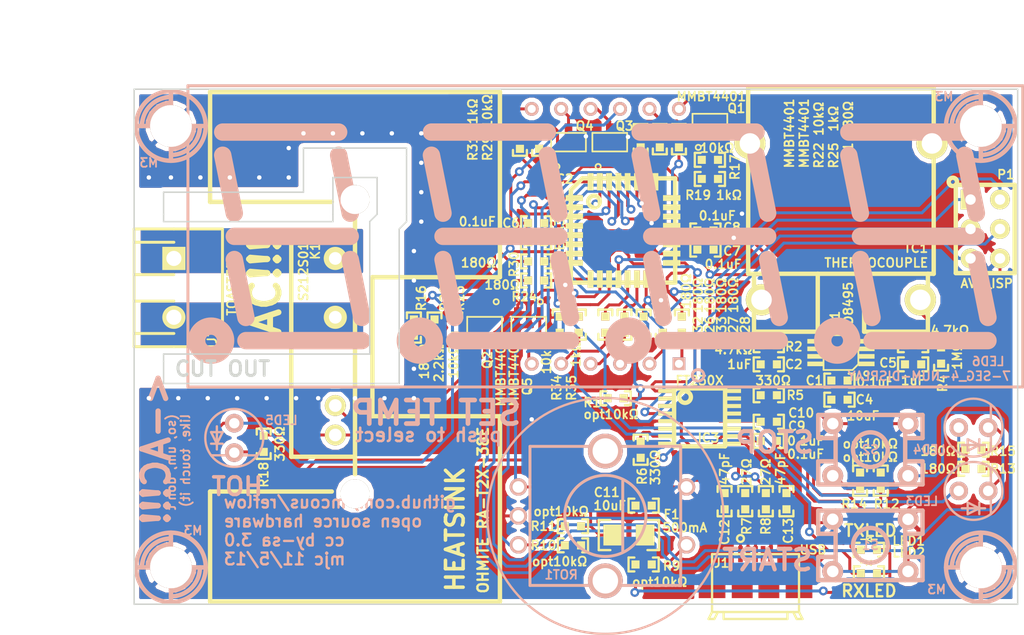
<source format=kicad_pcb>
(kicad_pcb (version 3) (host pcbnew "(2013-07-07 BZR 4022)-stable")
  (title_block (title "reflow pcb") (rev 0.1) (company "Wiley Cousins, LLC.") (comment 1 github.com/mcous/reflow) (comment 2 "shared under the terms of the Creative Commons Attribution Share-Alike 3.0 license") (comment 3 "open source hardware"))
  (layers (15 F.Cu signal hide) (0 B.Cu signal) (18 B.Paste user) (19 F.Paste user) (20 B.SilkS user) (21 F.SilkS user hide) (22 B.Mask user) (23 F.Mask user) (28 Edge.Cuts user))
  (net 0 "")
  (net 1 /DIG1)
  (net 2 /DIG2)
  (net 3 /DIG3)
  (net 4 /DIG4)
  (net 5 /ENC_A)
  (net 6 /ENC_B)
  (net 7 /HEAT)
  (net 8 /LED_START)
  (net 9 /LED_STOP)
  (net 10 /MISO)
  (net 11 /MOSI)
  (net 12 /RESET)
  (net 13 /SCK)
  (net 14 /SEGA)
  (net 15 /SEGB)
  (net 16 /SEGC)
  (net 17 /SEGF)
  (net 18 /SEGG)
  (net 19 /SET)
  (net 20 /START)
  (net 21 /STOP)
  (net 22 /TEMP)
  (net 23 /USART_RX)
  (net 24 /USART_TX)
  (net 25 GND)
  (net 26 N-000001)
  (net 27 N-0000010)
  (net 28 N-0000011)
  (net 29 N-0000012)
  (net 30 N-0000014)
  (net 31 N-0000016)
  (net 32 N-0000018)
  (net 33 N-0000019)
  (net 34 N-000002)
  (net 35 N-0000020)
  (net 36 N-000003)
  (net 37 N-0000030)
  (net 38 N-0000032)
  (net 39 N-0000033)
  (net 40 N-0000037)
  (net 41 N-0000038)
  (net 42 N-0000039)
  (net 43 N-0000043)
  (net 44 N-0000044)
  (net 45 N-0000045)
  (net 46 N-0000046)
  (net 47 N-0000047)
  (net 48 N-0000049)
  (net 49 N-000005)
  (net 50 N-0000050)
  (net 51 N-0000051)
  (net 52 N-0000052)
  (net 53 N-0000053)
  (net 54 N-0000055)
  (net 55 N-0000056)
  (net 56 N-000006)
  (net 57 N-0000061)
  (net 58 N-0000062)
  (net 59 N-0000064)
  (net 60 N-0000067)
  (net 61 N-000007)
  (net 62 N-000008)
  (net 63 N-000009)
  (net 64 VCC)
  (module SHARP_SIP_SSR (layer F.Cu) (at 135.255 100.33 270)
    (fp_text reference K1 (at -8.255 3.429 270) (layer F.SilkS) (effects (font (size 0.762 0.762) (thickness 0.1524))))
    (fp_text value S212S01 (at -6.477 4.445 270) (layer F.SilkS) (effects (font (size 0.762 0.762) (thickness 0.1524))))
    (fp_text user "OHMITE RA-T2X-38E" (at 14.097 -11.049 270) (layer F.SilkS) (effects (font (size 0.89916 0.89916) (thickness 0.20066))))
    (fp_text user HEATSINK (at 15.748 -8.636 270) (layer F.SilkS) (effects (font (size 1.524 1.524) (thickness 0.3048))))
    (pad 1 thru_hole circle (at -7.62 1.69926 270) (size 1.99898 1.99898) (drill 1.09982) (layers *.Cu *.Mask F.SilkS) (net 51 N-0000051))
    (pad 2 thru_hole circle (at -2.54 1.69926 270) (size 1.99898 1.99898) (drill 1.09982) (layers *.Cu *.Mask F.SilkS) (net 48 N-0000049))
    (pad 3 thru_hole circle (at 5.08 1.69926 270) (size 1.80086 1.80086) (drill 1.09982) (layers *.Cu *.Mask F.SilkS) (net 30 N-0000014))
    (pad 4 thru_hole circle (at 7.62 1.69926 270) (size 1.80086 1.80086) (drill 1.09982) (layers *.Cu *.Mask F.SilkS) (net 45 N-0000045))
    (pad "" thru_hole circle (at 12.7 0 270) (size 2.49936 2.49936) (drill 2.49936) (layers *.Cu *.Mask F.SilkS))
    (pad "" thru_hole circle (at -12.7 0 270) (size 2.49936 2.49936) (drill 2.49936) (layers *.Cu *.Mask F.SilkS))
  )
  (module TQFP32_7mm (layer F.Cu) (at 158.369 90.297)
    (fp_text reference IC2 (at -5.207 -4.445) (layer F.SilkS) (effects (font (size 0.762 0.762) (thickness 0.1524))))
    (fp_text value ATMEGA328P (at -5.461 0.254 90) (layer F.SilkS) (effects (font (size 0.762 0.762) (thickness 0.1524))))
    (pad 1 smd rect (at -4.20116 -2.79908) (size 1.50114 0.50038) (layers F.Cu F.Paste F.SilkS F.Mask) (net 21 /STOP))
    (pad 2 smd rect (at -4.20116 -1.99898) (size 1.50114 0.50038) (layers F.Cu F.Paste F.SilkS F.Mask) (net 19 /SET))
    (pad 3 smd rect (at -4.20116 -1.19888) (size 1.50114 0.50038) (layers F.Cu F.Paste F.SilkS F.Mask) (net 25 GND))
    (pad 4 smd rect (at -4.20116 -0.39878) (size 1.50114 0.50038) (layers F.Cu F.Paste F.SilkS F.Mask) (net 64 VCC))
    (pad 5 smd rect (at -4.20116 0.39878) (size 1.50114 0.50038) (layers F.Cu F.Paste F.SilkS F.Mask) (net 25 GND))
    (pad 6 smd rect (at -4.20116 1.19888) (size 1.50114 0.50038) (layers F.Cu F.Paste F.SilkS F.Mask) (net 64 VCC))
    (pad 7 smd rect (at -4.20116 1.99898) (size 1.50114 0.50038) (layers F.Cu F.Paste F.SilkS F.Mask) (net 17 /SEGF))
    (pad 8 smd rect (at -4.20116 2.79908) (size 1.50114 0.50038) (layers F.Cu F.Paste F.SilkS F.Mask) (net 15 /SEGB))
    (pad 9 smd rect (at -2.79908 4.20116 90) (size 1.50114 0.50038) (layers F.Cu F.Paste F.SilkS F.Mask) (net 8 /LED_START))
    (pad 10 smd rect (at -1.99898 4.20116 90) (size 1.50114 0.50038) (layers F.Cu F.Paste F.SilkS F.Mask) (net 9 /LED_STOP))
    (pad 11 smd rect (at -1.19888 4.20116 90) (size 1.50114 0.50038) (layers F.Cu F.Paste F.SilkS F.Mask) (net 7 /HEAT))
    (pad 12 smd rect (at -0.39878 4.20116 90) (size 1.50114 0.50038) (layers F.Cu F.Paste F.SilkS F.Mask) (net 14 /SEGA))
    (pad 13 smd rect (at 0.39878 4.20116 90) (size 1.50114 0.50038) (layers F.Cu F.Paste F.SilkS F.Mask) (net 18 /SEGG))
    (pad 14 smd rect (at 1.19888 4.20116 90) (size 1.50114 0.50038) (layers F.Cu F.Paste F.SilkS F.Mask) (net 16 /SEGC))
    (pad 15 smd rect (at 1.99898 4.20116 90) (size 1.50114 0.50038) (layers F.Cu F.Paste F.SilkS F.Mask) (net 11 /MOSI))
    (pad 16 smd rect (at 2.79908 4.20116 90) (size 1.50114 0.50038) (layers F.Cu F.Paste F.SilkS F.Mask) (net 10 /MISO))
    (pad 17 smd rect (at 4.20116 2.79908 180) (size 1.50114 0.50038) (layers F.Cu F.Paste F.SilkS F.Mask) (net 13 /SCK))
    (pad 18 smd rect (at 4.20116 1.99898 180) (size 1.50114 0.50038) (layers F.Cu F.Paste F.SilkS F.Mask) (net 64 VCC))
    (pad 19 smd rect (at 4.20116 1.19888 180) (size 1.50114 0.50038) (layers F.Cu F.Paste F.SilkS F.Mask))
    (pad 20 smd rect (at 4.20116 0.39878 180) (size 1.50114 0.50038) (layers F.Cu F.Paste F.SilkS F.Mask) (net 64 VCC))
    (pad 21 smd rect (at 4.20116 -0.39878 180) (size 1.50114 0.50038) (layers F.Cu F.Paste F.SilkS F.Mask) (net 25 GND))
    (pad 22 smd rect (at 4.20116 -1.19888 180) (size 1.50114 0.50038) (layers F.Cu F.Paste F.SilkS F.Mask) (net 22 /TEMP))
    (pad 23 smd rect (at 4.20116 -1.99898 180) (size 1.50114 0.50038) (layers F.Cu F.Paste F.SilkS F.Mask) (net 1 /DIG1))
    (pad 24 smd rect (at 4.20116 -2.79908 180) (size 1.50114 0.50038) (layers F.Cu F.Paste F.SilkS F.Mask) (net 2 /DIG2))
    (pad 25 smd rect (at 2.79908 -4.20116 270) (size 1.50114 0.50038) (layers F.Cu F.Paste F.SilkS F.Mask) (net 3 /DIG3))
    (pad 26 smd rect (at 1.99898 -4.20116 270) (size 1.50114 0.50038) (layers F.Cu F.Paste F.SilkS F.Mask) (net 4 /DIG4))
    (pad 27 smd rect (at 1.19888 -4.20116 270) (size 1.50114 0.50038) (layers F.Cu F.Paste F.SilkS F.Mask) (net 5 /ENC_A))
    (pad 28 smd rect (at 0.39878 -4.20116 270) (size 1.50114 0.50038) (layers F.Cu F.Paste F.SilkS F.Mask) (net 6 /ENC_B))
    (pad 29 smd rect (at -0.39878 -4.20116 270) (size 1.50114 0.50038) (layers F.Cu F.Paste F.SilkS F.Mask) (net 12 /RESET))
    (pad 30 smd rect (at -1.19888 -4.20116 270) (size 1.50114 0.50038) (layers F.Cu F.Paste F.SilkS F.Mask) (net 23 /USART_RX))
    (pad 31 smd rect (at -1.99898 -4.20116 270) (size 1.50114 0.50038) (layers F.Cu F.Paste F.SilkS F.Mask) (net 24 /USART_TX))
    (pad 32 smd rect (at -2.79908 -4.20116 270) (size 1.50114 0.50038) (layers F.Cu F.Paste F.SilkS F.Mask) (net 20 /START))
  )
  (module THERMOCOUPLE_MINI_PCC-SMP (layer F.Cu) (at 177.165 89.535 90)
    (fp_text reference TC1 (at -2.286 6.477 180) (layer F.SilkS) (effects (font (size 0.762 0.762) (thickness 0.1524))))
    (fp_text value THERMOCOUPLE (at -3.556 3.048 180) (layer F.SilkS) (effects (font (size 0.762 0.762) (thickness 0.1524))))
    (pad 1 thru_hole circle (at -6.74878 -6.85038 90) (size 2.70002 2.70002) (drill 1.77038) (layers *.Cu *.Mask F.SilkS) (net 44 N-0000044))
    (pad 2 thru_hole circle (at -6.74878 6.85038 90) (size 2.70002 2.70002) (drill 1.77038) (layers *.Cu *.Mask F.SilkS) (net 58 N-0000062))
    (pad "" thru_hole circle (at 6.74878 -7.85114 90) (size 2.70002 2.70002) (drill 1.77038) (layers *.Cu *.Mask F.SilkS))
    (pad "" thru_hole circle (at 6.74878 7.85114 90) (size 2.70002 2.70002) (drill 1.77038) (layers *.Cu *.Mask F.SilkS))
  )
  (module SSOP16 (layer F.Cu) (at 164.973 106.426)
    (fp_text reference IC3 (at 0.762 1.778) (layer F.SilkS) (effects (font (size 0.762 0.762) (thickness 0.1524))))
    (fp_text value FT230X (at 0 -3.175) (layer F.SilkS) (effects (font (size 0.762 0.762) (thickness 0.1524))))
    (pad 9 smd rect (at 2.87528 2.27584) (size 1.39954 0.35052) (layers F.Cu F.Paste F.SilkS F.Mask) (net 46 N-0000046))
    (pad 10 smd rect (at 2.87528 1.6256) (size 1.39954 0.35052) (layers F.Cu F.Paste F.SilkS F.Mask) (net 47 N-0000047))
    (pad 11 smd rect (at 2.87528 0.97536) (size 1.39954 0.35052) (layers F.Cu F.Paste F.SilkS F.Mask) (net 47 N-0000047))
    (pad 12 smd rect (at 2.87528 0.32512) (size 1.39954 0.35052) (layers F.Cu F.Paste F.SilkS F.Mask) (net 64 VCC))
    (pad 13 smd rect (at 2.87528 -0.32512) (size 1.39954 0.35052) (layers F.Cu F.Paste F.SilkS F.Mask) (net 25 GND))
    (pad 14 smd rect (at 2.87528 -0.97536) (size 1.39954 0.35052) (layers F.Cu F.Paste F.SilkS F.Mask) (net 38 N-0000032))
    (pad 15 smd rect (at 2.87528 -1.6256) (size 1.39954 0.35052) (layers F.Cu F.Paste F.SilkS F.Mask))
    (pad 16 smd rect (at 2.87528 -2.27584) (size 1.39954 0.35052) (layers F.Cu F.Paste F.SilkS F.Mask))
    (pad 1 smd rect (at -2.87528 -2.27584) (size 1.39954 0.35052) (layers F.Cu F.Paste F.SilkS F.Mask) (net 23 /USART_RX))
    (pad 2 smd rect (at -2.87528 -1.6256) (size 1.39954 0.35052) (layers F.Cu F.Paste F.SilkS F.Mask) (net 12 /RESET))
    (pad 3 smd rect (at -2.87528 -0.97536) (size 1.39954 0.35052) (layers F.Cu F.Paste F.SilkS F.Mask) (net 47 N-0000047))
    (pad 4 smd rect (at -2.87528 -0.32512) (size 1.39954 0.35052) (layers F.Cu F.Paste F.SilkS F.Mask) (net 24 /USART_TX))
    (pad 5 smd rect (at -2.87528 0.32512) (size 1.39954 0.35052) (layers F.Cu F.Paste F.SilkS F.Mask) (net 25 GND))
    (pad 6 smd rect (at -2.87528 0.97536) (size 1.39954 0.35052) (layers F.Cu F.Paste F.SilkS F.Mask) (net 25 GND))
    (pad 7 smd rect (at -2.87528 1.6256) (size 1.39954 0.35052) (layers F.Cu F.Paste F.SilkS F.Mask) (net 39 N-0000033))
    (pad 8 smd rect (at -2.87528 2.27584) (size 1.39954 0.35052) (layers F.Cu F.Paste F.SilkS F.Mask) (net 41 N-0000038))
  )
  (module SPST_4-pin-thru (layer B.Cu) (at 179.705 117.475)
    (fp_text reference S1 (at 0 0) (layer B.SilkS) (effects (font (size 0.762 0.762) (thickness 0.1524)) (justify mirror)))
    (fp_text value START (at -8.89 1.27) (layer B.SilkS) (effects (font (size 1.778 1.778) (thickness 0.3556)) (justify mirror)))
    (pad 1 thru_hole circle (at -3.25 -2.25) (size 1.8 1.8) (drill 1) (layers *.Cu *.Mask B.SilkS) (net 25 GND))
    (pad 1 thru_hole circle (at 3.25 -2.25) (size 1.8 1.8) (drill 1) (layers *.Cu *.Mask B.SilkS) (net 25 GND))
    (pad 2 thru_hole circle (at -3.25 2.25) (size 1.8 1.8) (drill 1) (layers *.Cu *.Mask B.SilkS) (net 20 /START))
    (pad 2 thru_hole circle (at 3.25 2.25) (size 1.8 1.8) (drill 1) (layers *.Cu *.Mask B.SilkS) (net 20 /START))
  )
  (module SPST_4-pin-thru (layer B.Cu) (at 179.705 109.22)
    (fp_text reference S2 (at 0 0) (layer B.SilkS) (effects (font (size 0.762 0.762) (thickness 0.1524)) (justify mirror)))
    (fp_text value STOP (at -8.255 -0.635) (layer B.SilkS) (effects (font (size 1.778 1.778) (thickness 0.3556)) (justify mirror)))
    (pad 1 thru_hole circle (at -3.25 -2.25) (size 1.8 1.8) (drill 1) (layers *.Cu *.Mask B.SilkS) (net 25 GND))
    (pad 1 thru_hole circle (at 3.25 -2.25) (size 1.8 1.8) (drill 1) (layers *.Cu *.Mask B.SilkS) (net 25 GND))
    (pad 2 thru_hole circle (at -3.25 2.25) (size 1.8 1.8) (drill 1) (layers *.Cu *.Mask B.SilkS) (net 21 /STOP))
    (pad 2 thru_hole circle (at 3.25 2.25) (size 1.8 1.8) (drill 1) (layers *.Cu *.Mask B.SilkS) (net 21 /STOP))
  )
  (module SOT23 (layer F.Cu) (at 165.862 81.026 90)
    (fp_text reference Q1 (at 1.27 2.286 180) (layer F.SilkS) (effects (font (size 0.762 0.762) (thickness 0.1524))))
    (fp_text value MMBT4401 (at 2.286 0.127 180) (layer F.SilkS) (effects (font (size 0.762 0.762) (thickness 0.1524))))
    (pad 1 smd rect (at -1.1 -0.95 90) (size 1.06 0.65) (layers F.Cu F.Paste F.Mask) (net 29 N-0000012))
    (pad 3 smd rect (at 1.1 0 90) (size 1.06 0.65) (layers F.Cu F.Paste F.Mask) (net 33 N-0000019))
    (pad 2 smd rect (at -1.1 0.95 90) (size 1.06 0.65) (layers F.Cu F.Paste F.Mask) (net 25 GND))
  )
  (module SOT23 (layer F.Cu) (at 157.226 82.677 90)
    (fp_text reference Q3 (at 1.397 1.27 180) (layer F.SilkS) (effects (font (size 0.762 0.762) (thickness 0.1524))))
    (fp_text value MMBT4401 (at 0.762 16.764 90) (layer F.SilkS) (effects (font (size 0.762 0.762) (thickness 0.1524))))
    (pad 1 smd rect (at -1.1 -0.95 90) (size 1.06 0.65) (layers F.Cu F.Paste F.Mask) (net 37 N-0000030))
    (pad 3 smd rect (at 1.1 0 90) (size 1.06 0.65) (layers F.Cu F.Paste F.Mask) (net 35 N-0000020))
    (pad 2 smd rect (at -1.1 0.95 90) (size 1.06 0.65) (layers F.Cu F.Paste F.Mask) (net 25 GND))
  )
  (module SOT23 (layer F.Cu) (at 153.67 82.677 90)
    (fp_text reference Q4 (at 1.397 1.397 180) (layer F.SilkS) (effects (font (size 0.762 0.762) (thickness 0.1524))))
    (fp_text value MMBT4401 (at 0.762 19.05 90) (layer F.SilkS) (effects (font (size 0.762 0.762) (thickness 0.1524))))
    (pad 1 smd rect (at -1.1 -0.95 90) (size 1.06 0.65) (layers F.Cu F.Paste F.Mask) (net 31 N-0000016))
    (pad 3 smd rect (at 1.1 0 90) (size 1.06 0.65) (layers F.Cu F.Paste F.Mask) (net 54 N-0000055))
    (pad 2 smd rect (at -1.1 0.95 90) (size 1.06 0.65) (layers F.Cu F.Paste F.Mask) (net 25 GND))
  )
  (module SOT23 (layer F.Cu) (at 150.241 98.552 270)
    (fp_text reference Q5 (at 5.207 0.127 270) (layer F.SilkS) (effects (font (size 0.762 0.762) (thickness 0.1524))))
    (fp_text value MMBT4401 (at 3.937 1.27 270) (layer F.SilkS) (effects (font (size 0.762 0.762) (thickness 0.1524))))
    (pad 1 smd rect (at -1.1 -0.95 270) (size 1.06 0.65) (layers F.Cu F.Paste F.Mask) (net 32 N-0000018))
    (pad 3 smd rect (at 1.1 0 270) (size 1.06 0.65) (layers F.Cu F.Paste F.Mask) (net 55 N-0000056))
    (pad 2 smd rect (at -1.1 0.95 270) (size 1.06 0.65) (layers F.Cu F.Paste F.Mask) (net 25 GND))
  )
  (module SOT23 (layer F.Cu) (at 146.431 98.552 270)
    (fp_text reference Q2 (at 2.921 -0.254 270) (layer F.SilkS) (effects (font (size 0.762 0.762) (thickness 0.1524))))
    (fp_text value MMBT4401 (at 3.937 -1.397 270) (layer F.SilkS) (effects (font (size 0.762 0.762) (thickness 0.1524))))
    (pad 1 smd rect (at -1.1 -0.95 270) (size 1.06 0.65) (layers F.Cu F.Paste F.Mask) (net 53 N-0000053))
    (pad 3 smd rect (at 1.1 0 270) (size 1.06 0.65) (layers F.Cu F.Paste F.Mask) (net 45 N-0000045))
    (pad 2 smd rect (at -1.1 0.95 270) (size 1.06 0.65) (layers F.Cu F.Paste F.Mask) (net 25 GND))
  )
  (module SF_ROTARY-ENCODER (layer B.Cu) (at 156.845 114.935 90)
    (fp_text reference ROT1 (at -5.08 -3.81 180) (layer B.SilkS) (effects (font (size 0.762 0.762) (thickness 0.1524)) (justify mirror)))
    (fp_text value "SET TEMP" (at 8.89 -14.605 180) (layer B.SilkS) (effects (font (size 2.032 2.032) (thickness 0.4064)) (justify mirror)))
    (pad 1 thru_hole circle (at -2.5 7 90) (size 1.5 1.5) (drill 1) (layers *.Cu *.Mask B.SilkS) (net 19 /SET))
    (pad 2 thru_hole circle (at -2.5 -7.5 90) (size 1.5 1.5) (drill 1) (layers *.Cu *.Mask B.SilkS) (net 5 /ENC_A))
    (pad 3 thru_hole circle (at 0 -7.5 90) (size 1.5 1.5) (drill 1) (layers *.Cu *.Mask B.SilkS) (net 25 GND))
    (pad 4 thru_hole circle (at 2.5 -7.5 90) (size 1.5 1.5) (drill 1) (layers *.Cu *.Mask B.SilkS) (net 6 /ENC_B))
    (pad 5 thru_hole circle (at 2.5 7 90) (size 1.5 1.5) (drill 1) (layers *.Cu *.Mask B.SilkS) (net 25 GND))
    (pad "" thru_hole circle (at 5.6 0 90) (size 3 3) (drill 2.2) (layers *.Cu *.Mask B.SilkS))
    (pad "" thru_hole circle (at -5.6 0 90) (size 3 3) (drill 2.2) (layers *.Cu *.Mask B.SilkS))
  )
  (module SF_4-DIGIT_7-SEGMENT_CC (layer B.Cu) (at 156.845 90.805 180)
    (fp_text reference LED6 (at -33.02 -10.795 180) (layer B.SilkS) (effects (font (size 0.762 0.762) (thickness 0.1524)) (justify mirror)))
    (fp_text value 7-SEG_4-NUM-DISPLAY (at -27.94 -12.065 180) (layer B.SilkS) (effects (font (size 0.762 0.762) (thickness 0.1524)) (justify mirror)))
    (pad 1 thru_hole rect (at -6.35 -11 180) (size 1.1 1.1) (drill 0.7) (layers *.Cu *.Mask B.SilkS) (net 62 N-000008))
    (pad 2 thru_hole circle (at -3.81 -11 180) (size 1.2 1.2) (drill 0.7) (layers *.Cu *.Mask B.SilkS) (net 61 N-000007))
    (pad 3 thru_hole circle (at -1.27 -11 180) (size 1.2 1.2) (drill 0.7) (layers *.Cu *.Mask B.SilkS) (net 28 N-0000011))
    (pad 4 thru_hole circle (at 1.27 -11 180) (size 1.2 1.2) (drill 0.7) (layers *.Cu *.Mask B.SilkS) (net 56 N-000006))
    (pad 5 thru_hole circle (at 3.81 -11 180) (size 1.2 1.2) (drill 0.7) (layers *.Cu *.Mask B.SilkS) (net 27 N-0000010))
    (pad 6 thru_hole circle (at 6.35 -11 180) (size 1.2 1.2) (drill 0.7) (layers *.Cu *.Mask B.SilkS) (net 55 N-0000056))
    (pad 7 thru_hole circle (at 6.35 11 180) (size 1.2 1.2) (drill 0.7) (layers *.Cu *.Mask B.SilkS) (net 49 N-000005))
    (pad 8 thru_hole circle (at 3.81 11 180) (size 1.2 1.2) (drill 0.7) (layers *.Cu *.Mask B.SilkS) (net 54 N-0000055))
    (pad 9 thru_hole circle (at 1.27 11 180) (size 1.2 1.2) (drill 0.7) (layers *.Cu *.Mask B.SilkS) (net 35 N-0000020))
    (pad 10 thru_hole circle (at -1.27 11 180) (size 1.2 1.2) (drill 0.7) (layers *.Cu *.Mask B.SilkS) (net 63 N-000009))
    (pad 11 thru_hole circle (at -3.81 11 180) (size 1.2 1.2) (drill 0.7) (layers *.Cu *.Mask B.SilkS) (net 26 N-000001))
    (pad 12 thru_hole circle (at -6.35 11 180) (size 1.2 1.2) (drill 0.7) (layers *.Cu *.Mask B.SilkS) (net 33 N-0000019))
  )
  (module MSOP8 (layer F.Cu) (at 177.165 100.838 180)
    (fp_text reference IC1 (at 0.508 2.667 270) (layer F.SilkS) (effects (font (size 0.762 0.762) (thickness 0.1524))))
    (fp_text value AD8495 (at -0.635 3.937 270) (layer F.SilkS) (effects (font (size 0.762 0.762) (thickness 0.1524))))
    (pad 1 smd rect (at -2.2 -0.975 180) (size 1.4 0.4) (layers F.Cu F.Paste F.SilkS F.Mask) (net 59 N-0000064))
    (pad 2 smd rect (at -2.2 -0.325 180) (size 1.4 0.4) (layers F.Cu F.Paste F.SilkS F.Mask) (net 25 GND))
    (pad 3 smd rect (at -2.2 0.325 180) (size 1.4 0.4) (layers F.Cu F.Paste F.SilkS F.Mask) (net 25 GND))
    (pad 4 smd rect (at -2.2 0.975 180) (size 1.4 0.4) (layers F.Cu F.Paste F.SilkS F.Mask))
    (pad 5 smd rect (at 2.2 0.975 180) (size 1.4 0.4) (layers F.Cu F.Paste F.SilkS F.Mask) (net 22 /TEMP))
    (pad 6 smd rect (at 2.2 0.325 180) (size 1.4 0.4) (layers F.Cu F.Paste F.SilkS F.Mask) (net 22 /TEMP))
    (pad 7 smd rect (at 2.2 -0.325 180) (size 1.4 0.4) (layers F.Cu F.Paste F.SilkS F.Mask) (net 64 VCC))
    (pad 8 smd rect (at 2.2 -0.975 180) (size 1.4 0.4) (layers F.Cu F.Paste F.SilkS F.Mask) (net 57 N-0000061))
  )
  (module MICROUSB_sm (layer F.Cu) (at 169.799 121.031 90)
    (fp_text reference J1 (at 2.032 -2.921 180) (layer F.SilkS) (effects (font (size 0.762 0.762) (thickness 0.1524))))
    (fp_text value USB (at 3.175 4.953 180) (layer F.SilkS) (effects (font (size 0.762 0.762) (thickness 0.1524))))
    (pad 1 smd rect (at 2.8 -1.3 90) (size 1.4 0.4) (layers F.Cu F.Paste F.Mask) (net 60 N-0000067))
    (pad 2 smd rect (at 2.8 -0.65 90) (size 1.4 0.4) (layers F.Cu F.Paste F.Mask) (net 52 N-0000052))
    (pad 3 smd rect (at 2.8 0 90) (size 1.4 0.4) (layers F.Cu F.Paste F.Mask) (net 42 N-0000039))
    (pad 4 smd rect (at 2.8 0.65 90) (size 1.4 0.4) (layers F.Cu F.Paste F.Mask))
    (pad 5 smd rect (at 2.8 1.3 90) (size 1.4 0.4) (layers F.Cu F.Paste F.Mask) (net 25 GND))
    (pad "" smd rect (at -0.05 -3.75 90) (size 1.9 2.3) (layers F.Cu F.Paste F.Mask))
    (pad "" smd rect (at -0.05 3.75 90) (size 1.9 2.3) (layers F.Cu F.Paste F.Mask))
    (pad "" smd rect (at -0.05 1.15 90) (size 1.9 1.8) (layers F.Cu F.Paste F.Mask))
    (pad "" smd rect (at -0.05 -1.15 90) (size 1.9 1.8) (layers F.Cu F.Paste F.Mask))
  )
  (module 2x3-array (layer F.Cu) (at 189.611 90.17)
    (fp_text reference P1 (at 1.778 -4.699) (layer F.SilkS) (effects (font (size 0.762 0.762) (thickness 0.1524))))
    (fp_text value AVR_ISP (at 0.127 4.699) (layer F.SilkS) (effects (font (size 0.762 0.762) (thickness 0.1524))))
    (pad 1 thru_hole rect (at -1.27 -2.54) (size 1.7 1.7) (drill 0.9) (layers *.Cu *.Mask F.SilkS) (net 10 /MISO))
    (pad 2 thru_hole circle (at 1.27 -2.54) (size 1.7 1.7) (drill 0.9) (layers *.Cu *.Mask F.SilkS) (net 64 VCC))
    (pad 3 thru_hole circle (at -1.27 0) (size 1.7 1.7) (drill 0.9) (layers *.Cu *.Mask F.SilkS) (net 13 /SCK))
    (pad 4 thru_hole circle (at 1.27 0) (size 1.7 1.7) (drill 0.9) (layers *.Cu *.Mask F.SilkS) (net 11 /MOSI))
    (pad 5 thru_hole circle (at -1.27 2.54) (size 1.7 1.7) (drill 0.9) (layers *.Cu *.Mask F.SilkS) (net 12 /RESET))
    (pad 6 thru_hole circle (at 1.27 2.54) (size 1.7 1.7) (drill 0.9) (layers *.Cu *.Mask F.SilkS) (net 25 GND))
  )
  (module "1206(3216m)" (layer F.Cu) (at 158.877 116.586 180)
    (fp_text reference F1 (at -3.683 1.778 180) (layer F.SilkS) (effects (font (size 0.762 0.762) (thickness 0.1524))))
    (fp_text value 500mA (at -4.826 0.635 180) (layer F.SilkS) (effects (font (size 0.762 0.762) (thickness 0.1524))))
    (pad 1 smd rect (at -1.4 0 180) (size 1.6 1.8) (layers F.Cu F.Paste F.SilkS F.Mask) (net 60 N-0000067))
    (pad 2 smd rect (at 1.4 0 180) (size 1.6 1.8) (layers F.Cu F.Paste F.SilkS F.Mask) (net 64 VCC))
  )
  (module "0603(1608m)_led" (layer F.Cu) (at 179.578 117.856)
    (fp_text reference LED1 (at 3.429 -0.762) (layer F.SilkS) (effects (font (size 0.762 0.762) (thickness 0.1524))))
    (fp_text value TXLED (at 0.127 -1.651) (layer F.SilkS) (effects (font (size 1.016 1.016) (thickness 0.2032))))
    (pad 1 smd rect (at -0.7 0) (size 0.7 0.7) (layers F.Cu F.Paste F.SilkS F.Mask) (net 43 N-0000043))
    (pad 2 smd rect (at 0.7 0) (size 0.7 0.7) (layers F.Cu F.Paste F.SilkS F.Mask) (net 64 VCC))
  )
  (module "0603(1608m)_led" (layer F.Cu) (at 179.578 119.888)
    (fp_text reference LED2 (at 3.429 -1.778) (layer F.SilkS) (effects (font (size 0.762 0.762) (thickness 0.1524))))
    (fp_text value RXLED (at 0 1.524) (layer F.SilkS) (effects (font (size 1.016 1.016) (thickness 0.2032))))
    (pad 1 smd rect (at -0.7 0) (size 0.7 0.7) (layers F.Cu F.Paste F.SilkS F.Mask) (net 40 N-0000037))
    (pad 2 smd rect (at 0.7 0) (size 0.7 0.7) (layers F.Cu F.Paste F.SilkS F.Mask) (net 64 VCC))
  )
  (module "0603(1608m)" (layer F.Cu) (at 140.335 98.679 270)
    (fp_text reference R16 (at -2.54 -0.635 270) (layer F.SilkS) (effects (font (size 0.762 0.762) (thickness 0.1524))))
    (fp_text value 180Ω (at 2.921 -0.889 270) (layer F.SilkS) (effects (font (size 0.762 0.762) (thickness 0.1524))))
    (pad 1 smd rect (at -0.7 0 270) (size 0.7 0.7) (layers F.Cu F.Paste F.SilkS F.Mask) (net 64 VCC))
    (pad 2 smd rect (at 0.7 0 270) (size 0.7 0.7) (layers F.Cu F.Paste F.SilkS F.Mask) (net 30 N-0000014))
  )
  (module "0603(1608m)" (layer F.Cu) (at 170.942 108.458 180)
    (fp_text reference C9 (at -2.413 1.27 180) (layer F.SilkS) (effects (font (size 0.762 0.762) (thickness 0.1524))))
    (fp_text value 0.1uF (at -3.175 -1.143 180) (layer F.SilkS) (effects (font (size 0.762 0.762) (thickness 0.1524))))
    (pad 1 smd rect (at -0.7 0 180) (size 0.7 0.7) (layers F.Cu F.Paste F.SilkS F.Mask) (net 25 GND))
    (pad 2 smd rect (at 0.7 0 180) (size 0.7 0.7) (layers F.Cu F.Paste F.SilkS F.Mask) (net 47 N-0000047))
  )
  (module "0603(1608m)" (layer F.Cu) (at 170.942 106.807 180)
    (fp_text reference C10 (at -2.794 0.762 180) (layer F.SilkS) (effects (font (size 0.762 0.762) (thickness 0.1524))))
    (fp_text value 0.1uF (at -3.175 -1.651 180) (layer F.SilkS) (effects (font (size 0.762 0.762) (thickness 0.1524))))
    (pad 1 smd rect (at -0.7 0 180) (size 0.7 0.7) (layers F.Cu F.Paste F.SilkS F.Mask) (net 25 GND))
    (pad 2 smd rect (at 0.7 0 180) (size 0.7 0.7) (layers F.Cu F.Paste F.SilkS F.Mask) (net 64 VCC))
  )
  (module "0603(1608m)" (layer F.Cu) (at 160.147 114.046 180)
    (fp_text reference C11 (at 3.175 1.143 180) (layer F.SilkS) (effects (font (size 0.762 0.762) (thickness 0.1524))))
    (fp_text value 10uF (at 2.921 0 180) (layer F.SilkS) (effects (font (size 0.762 0.762) (thickness 0.1524))))
    (pad 1 smd rect (at -0.7 0 180) (size 0.7 0.7) (layers F.Cu F.Paste F.SilkS F.Mask) (net 60 N-0000067))
    (pad 2 smd rect (at 0.7 0 180) (size 0.7 0.7) (layers F.Cu F.Paste F.SilkS F.Mask) (net 25 GND))
  )
  (module "0603(1608m)" (layer F.Cu) (at 183.388 100.203 180)
    (fp_text reference R3 (at 2.159 0.127 180) (layer F.SilkS) (effects (font (size 0.762 0.762) (thickness 0.1524))))
    (fp_text value 4.7kΩ (at -3.175 1.27 180) (layer F.SilkS) (effects (font (size 0.762 0.762) (thickness 0.1524))))
    (pad 1 smd rect (at -0.7 0 180) (size 0.7 0.7) (layers F.Cu F.Paste F.SilkS F.Mask) (net 58 N-0000062))
    (pad 2 smd rect (at 0.7 0 180) (size 0.7 0.7) (layers F.Cu F.Paste F.SilkS F.Mask) (net 59 N-0000064))
  )
  (module "0603(1608m)" (layer F.Cu) (at 185.801 101.092 90)
    (fp_text reference R4 (at -2.413 0.127 90) (layer F.SilkS) (effects (font (size 0.762 0.762) (thickness 0.1524))))
    (fp_text value 1MΩ (at 0 1.397 90) (layer F.SilkS) (effects (font (size 0.762 0.762) (thickness 0.1524))))
    (pad 1 smd rect (at -0.7 0 90) (size 0.7 0.7) (layers F.Cu F.Paste F.SilkS F.Mask) (net 25 GND))
    (pad 2 smd rect (at 0.7 0 90) (size 0.7 0.7) (layers F.Cu F.Paste F.SilkS F.Mask) (net 58 N-0000062))
  )
  (module "0603(1608m)" (layer F.Cu) (at 167.132 113.665 270)
    (fp_text reference C12 (at 2.667 0 270) (layer F.SilkS) (effects (font (size 0.762 0.762) (thickness 0.1524))))
    (fp_text value 47pF (at -2.794 0 270) (layer F.SilkS) (effects (font (size 0.762 0.762) (thickness 0.1524))))
    (pad 1 smd rect (at -0.7 0 270) (size 0.7 0.7) (layers F.Cu F.Paste F.SilkS F.Mask) (net 25 GND))
    (pad 2 smd rect (at 0.7 0 270) (size 0.7 0.7) (layers F.Cu F.Paste F.SilkS F.Mask) (net 52 N-0000052))
  )
  (module "0603(1608m)" (layer F.Cu) (at 154.051 115.824)
    (fp_text reference R11 (at -2.54 0) (layer F.SilkS) (effects (font (size 0.762 0.762) (thickness 0.1524))))
    (fp_text value opt10kΩ (at -1.143 3.048) (layer F.SilkS) (effects (font (size 0.762 0.762) (thickness 0.1524))))
    (pad 1 smd rect (at -0.7 0) (size 0.7 0.7) (layers F.Cu F.Paste F.SilkS F.Mask) (net 6 /ENC_B))
    (pad 2 smd rect (at 0.7 0) (size 0.7 0.7) (layers F.Cu F.Paste F.SilkS F.Mask) (net 64 VCC))
  )
  (module "0603(1608m)" (layer F.Cu) (at 154.051 117.475)
    (fp_text reference R10 (at -2.54 0) (layer F.SilkS) (effects (font (size 0.762 0.762) (thickness 0.1524))))
    (fp_text value opt10kΩ (at -1.016 -2.921) (layer F.SilkS) (effects (font (size 0.762 0.762) (thickness 0.1524))))
    (pad 1 smd rect (at -0.7 0) (size 0.7 0.7) (layers F.Cu F.Paste F.SilkS F.Mask) (net 5 /ENC_A))
    (pad 2 smd rect (at 0.7 0) (size 0.7 0.7) (layers F.Cu F.Paste F.SilkS F.Mask) (net 64 VCC))
  )
  (module "0603(1608m)" (layer F.Cu) (at 178.816 111.887 90)
    (fp_text reference R14 (at -2.032 -0.508 180) (layer F.SilkS) (effects (font (size 0.762 0.762) (thickness 0.1524))))
    (fp_text value opt10kΩ (at 3.175 0.889 180) (layer F.SilkS) (effects (font (size 0.762 0.762) (thickness 0.1524))))
    (pad 1 smd rect (at -0.7 0 90) (size 0.7 0.7) (layers F.Cu F.Paste F.SilkS F.Mask) (net 21 /STOP))
    (pad 2 smd rect (at 0.7 0 90) (size 0.7 0.7) (layers F.Cu F.Paste F.SilkS F.Mask) (net 64 VCC))
  )
  (module "0603(1608m)" (layer F.Cu) (at 180.594 111.887 90)
    (fp_text reference R12 (at -2.032 0.508 180) (layer F.SilkS) (effects (font (size 0.762 0.762) (thickness 0.1524))))
    (fp_text value opt10kΩ (at 2.032 -0.889 180) (layer F.SilkS) (effects (font (size 0.762 0.762) (thickness 0.1524))))
    (pad 1 smd rect (at -0.7 0 90) (size 0.7 0.7) (layers F.Cu F.Paste F.SilkS F.Mask) (net 20 /START))
    (pad 2 smd rect (at 0.7 0 90) (size 0.7 0.7) (layers F.Cu F.Paste F.SilkS F.Mask) (net 64 VCC))
  )
  (module "0603(1608m)" (layer F.Cu) (at 168.91 113.665 90)
    (fp_text reference R7 (at -2.159 0.127 90) (layer F.SilkS) (effects (font (size 0.762 0.762) (thickness 0.1524))))
    (fp_text value 27Ω (at 2.54 0.127 90) (layer F.SilkS) (effects (font (size 0.762 0.762) (thickness 0.1524))))
    (pad 1 smd rect (at -0.7 0 90) (size 0.7 0.7) (layers F.Cu F.Paste F.SilkS F.Mask) (net 52 N-0000052))
    (pad 2 smd rect (at 0.7 0 90) (size 0.7 0.7) (layers F.Cu F.Paste F.SilkS F.Mask) (net 46 N-0000046))
  )
  (module "0603(1608m)" (layer F.Cu) (at 170.688 113.665 90)
    (fp_text reference R8 (at -2.159 0 90) (layer F.SilkS) (effects (font (size 0.762 0.762) (thickness 0.1524))))
    (fp_text value 27Ω (at 2.54 0 90) (layer F.SilkS) (effects (font (size 0.762 0.762) (thickness 0.1524))))
    (pad 1 smd rect (at -0.7 0 90) (size 0.7 0.7) (layers F.Cu F.Paste F.SilkS F.Mask) (net 42 N-0000039))
    (pad 2 smd rect (at 0.7 0 90) (size 0.7 0.7) (layers F.Cu F.Paste F.SilkS F.Mask) (net 41 N-0000038))
  )
  (module "0603(1608m)" (layer F.Cu) (at 177.038 103.251 180)
    (fp_text reference C1 (at 2.159 0 180) (layer F.SilkS) (effects (font (size 0.762 0.762) (thickness 0.1524))))
    (fp_text value 0.1uF (at -3.048 -0.127 180) (layer F.SilkS) (effects (font (size 0.762 0.762) (thickness 0.1524))))
    (pad 1 smd rect (at -0.7 0 180) (size 0.7 0.7) (layers F.Cu F.Paste F.SilkS F.Mask) (net 25 GND))
    (pad 2 smd rect (at 0.7 0 180) (size 0.7 0.7) (layers F.Cu F.Paste F.SilkS F.Mask) (net 64 VCC))
  )
  (module "0603(1608m)" (layer F.Cu) (at 172.466 113.665 270)
    (fp_text reference C13 (at 2.5654 -0.1524 270) (layer F.SilkS) (effects (font (size 0.762 0.762) (thickness 0.1524))))
    (fp_text value 47pF (at -2.794 0.508 270) (layer F.SilkS) (effects (font (size 0.762 0.762) (thickness 0.1524))))
    (pad 1 smd rect (at -0.7 0 270) (size 0.7 0.7) (layers F.Cu F.Paste F.SilkS F.Mask) (net 25 GND))
    (pad 2 smd rect (at 0.7 0 270) (size 0.7 0.7) (layers F.Cu F.Paste F.SilkS F.Mask) (net 42 N-0000039))
  )
  (module "0603(1608m)" (layer F.Cu) (at 157.734 104.775)
    (fp_text reference R1 (at -2.032 0.381) (layer F.SilkS) (effects (font (size 0.762 0.762) (thickness 0.1524))))
    (fp_text value opt10kΩ (at -0.381 1.397) (layer F.SilkS) (effects (font (size 0.762 0.762) (thickness 0.1524))))
    (pad 1 smd rect (at -0.7 0) (size 0.7 0.7) (layers F.Cu F.Paste F.SilkS F.Mask) (net 64 VCC))
    (pad 2 smd rect (at 0.7 0) (size 0.7 0.7) (layers F.Cu F.Paste F.SilkS F.Mask) (net 12 /RESET))
  )
  (module "0603(1608m)" (layer F.Cu) (at 170.942 104.521)
    (fp_text reference R5 (at 2.286 0) (layer F.SilkS) (effects (font (size 0.762 0.762) (thickness 0.1524))))
    (fp_text value 330Ω (at 0.381 -1.27) (layer F.SilkS) (effects (font (size 0.762 0.762) (thickness 0.1524))))
    (pad 1 smd rect (at -0.7 0) (size 0.7 0.7) (layers F.Cu F.Paste F.SilkS F.Mask) (net 38 N-0000032))
    (pad 2 smd rect (at 0.7 0) (size 0.7 0.7) (layers F.Cu F.Paste F.SilkS F.Mask) (net 43 N-0000043))
  )
  (module "0603(1608m)" (layer F.Cu) (at 159.893 109.22 270)
    (fp_text reference R6 (at 2.286 -0.127 270) (layer F.SilkS) (effects (font (size 0.762 0.762) (thickness 0.1524))))
    (fp_text value 330Ω (at 1.524 -1.27 270) (layer F.SilkS) (effects (font (size 0.762 0.762) (thickness 0.1524))))
    (pad 1 smd rect (at -0.7 0 270) (size 0.7 0.7) (layers F.Cu F.Paste F.SilkS F.Mask) (net 39 N-0000033))
    (pad 2 smd rect (at 0.7 0 270) (size 0.7 0.7) (layers F.Cu F.Paste F.SilkS F.Mask) (net 40 N-0000037))
  )
  (module "0603(1608m)" (layer F.Cu) (at 170.942 100.203)
    (fp_text reference R2 (at 2.159 0.127) (layer F.SilkS) (effects (font (size 0.762 0.762) (thickness 0.1524))))
    (fp_text value 4.7kΩ (at -3.048 0.381) (layer F.SilkS) (effects (font (size 0.762 0.762) (thickness 0.1524))))
    (pad 1 smd rect (at -0.7 0) (size 0.7 0.7) (layers F.Cu F.Paste F.SilkS F.Mask) (net 44 N-0000044))
    (pad 2 smd rect (at 0.7 0) (size 0.7 0.7) (layers F.Cu F.Paste F.SilkS F.Mask) (net 57 N-0000061))
  )
  (module "0603(1608m)" (layer F.Cu) (at 183.388 101.854 180)
    (fp_text reference C5 (at 2.159 0.127 180) (layer F.SilkS) (effects (font (size 0.762 0.762) (thickness 0.1524))))
    (fp_text value 1uF (at 0 -1.397 180) (layer F.SilkS) (effects (font (size 0.762 0.762) (thickness 0.1524))))
    (pad 1 smd rect (at -0.7 0 180) (size 0.7 0.7) (layers F.Cu F.Paste F.SilkS F.Mask) (net 25 GND))
    (pad 2 smd rect (at 0.7 0 180) (size 0.7 0.7) (layers F.Cu F.Paste F.SilkS F.Mask) (net 59 N-0000064))
  )
  (module "0603(1608m)" (layer F.Cu) (at 170.942 101.854 180)
    (fp_text reference C2 (at -2.159 0 180) (layer F.SilkS) (effects (font (size 0.762 0.762) (thickness 0.1524))))
    (fp_text value 1uF (at 2.54 0 180) (layer F.SilkS) (effects (font (size 0.762 0.762) (thickness 0.1524))))
    (pad 1 smd rect (at -0.7 0 180) (size 0.7 0.7) (layers F.Cu F.Paste F.SilkS F.Mask) (net 57 N-0000061))
    (pad 2 smd rect (at 0.7 0 180) (size 0.7 0.7) (layers F.Cu F.Paste F.SilkS F.Mask) (net 25 GND))
  )
  (module "0603(1608m)" (layer F.Cu) (at 177.038 104.902 180)
    (fp_text reference C4 (at -2.159 0 180) (layer F.SilkS) (effects (font (size 0.762 0.762) (thickness 0.1524))))
    (fp_text value 10uF (at -2.032 -1.397 180) (layer F.SilkS) (effects (font (size 0.762 0.762) (thickness 0.1524))))
    (pad 1 smd rect (at -0.7 0 180) (size 0.7 0.7) (layers F.Cu F.Paste F.SilkS F.Mask) (net 59 N-0000064))
    (pad 2 smd rect (at 0.7 0 180) (size 0.7 0.7) (layers F.Cu F.Paste F.SilkS F.Mask) (net 57 N-0000061))
  )
  (module "0603(1608m)" (layer F.Cu) (at 156.845 98.425 270)
    (fp_text reference R32 (at 0.381 -8.001 270) (layer F.SilkS) (effects (font (size 0.762 0.762) (thickness 0.1524))))
    (fp_text value 180Ω (at -2.54 -8.001 270) (layer F.SilkS) (effects (font (size 0.762 0.762) (thickness 0.1524))))
    (pad 1 smd rect (at -0.7 0 270) (size 0.7 0.7) (layers F.Cu F.Paste F.SilkS F.Mask) (net 18 /SEGG))
    (pad 2 smd rect (at 0.7 0 270) (size 0.7 0.7) (layers F.Cu F.Paste F.SilkS F.Mask) (net 27 N-0000010))
  )
  (module "0603(1608m)" (layer F.Cu) (at 143.891 98.679 90)
    (fp_text reference R23 (at 2.54 0.381 90) (layer F.SilkS) (effects (font (size 0.762 0.762) (thickness 0.1524))))
    (fp_text value 10kΩ (at -2.921 -0.127 90) (layer F.SilkS) (effects (font (size 0.762 0.762) (thickness 0.1524))))
    (pad 1 smd rect (at -0.7 0 90) (size 0.7 0.7) (layers F.Cu F.Paste F.SilkS F.Mask) (net 53 N-0000053))
    (pad 2 smd rect (at 0.7 0 90) (size 0.7 0.7) (layers F.Cu F.Paste F.SilkS F.Mask) (net 25 GND))
  )
  (module "0603(1608m)" (layer F.Cu) (at 188.595 109.22)
    (fp_text reference R15 (at 2.54 0.127) (layer F.SilkS) (effects (font (size 0.762 0.762) (thickness 0.1524))))
    (fp_text value 180Ω (at -3.048 0.127) (layer F.SilkS) (effects (font (size 0.762 0.762) (thickness 0.1524))))
    (pad 1 smd rect (at -0.7 0) (size 0.7 0.7) (layers F.Cu F.Paste F.SilkS F.Mask) (net 25 GND))
    (pad 2 smd rect (at 0.7 0) (size 0.7 0.7) (layers F.Cu F.Paste F.SilkS F.Mask) (net 36 N-000003))
  )
  (module "0603(1608m)" (layer F.Cu) (at 188.595 110.871)
    (fp_text reference R13 (at 2.54 0) (layer F.SilkS) (effects (font (size 0.762 0.762) (thickness 0.1524))))
    (fp_text value 180Ω (at -3.048 0) (layer F.SilkS) (effects (font (size 0.762 0.762) (thickness 0.1524))))
    (pad 1 smd rect (at -0.7 0) (size 0.7 0.7) (layers F.Cu F.Paste F.SilkS F.Mask) (net 25 GND))
    (pad 2 smd rect (at 0.7 0) (size 0.7 0.7) (layers F.Cu F.Paste F.SilkS F.Mask) (net 34 N-000002))
  )
  (module "0603(1608m)" (layer F.Cu) (at 142.113 98.679 90)
    (fp_text reference R20 (at 2.54 0.889 90) (layer F.SilkS) (effects (font (size 0.762 0.762) (thickness 0.1524))))
    (fp_text value 2.2kΩ (at -3.048 0.381 90) (layer F.SilkS) (effects (font (size 0.762 0.762) (thickness 0.1524))))
    (pad 1 smd rect (at -0.7 0 90) (size 0.7 0.7) (layers F.Cu F.Paste F.SilkS F.Mask) (net 53 N-0000053))
    (pad 2 smd rect (at 0.7 0 90) (size 0.7 0.7) (layers F.Cu F.Paste F.SilkS F.Mask) (net 7 /HEAT))
  )
  (module "0603(1608m)" (layer F.Cu) (at 163.195 82.423 90)
    (fp_text reference R21 (at -1.397 14.605 90) (layer F.SilkS) (effects (font (size 0.762 0.762) (thickness 0.1524))))
    (fp_text value 180Ω (at 1.778 14.605 90) (layer F.SilkS) (effects (font (size 0.762 0.762) (thickness 0.1524))))
    (pad 1 smd rect (at -0.7 0 90) (size 0.7 0.7) (layers F.Cu F.Paste F.SilkS F.Mask) (net 14 /SEGA))
    (pad 2 smd rect (at 0.7 0 90) (size 0.7 0.7) (layers F.Cu F.Paste F.SilkS F.Mask) (net 26 N-000001))
  )
  (module "0603(1608m)" (layer F.Cu) (at 165.862 85.852)
    (fp_text reference R19 (at -1.016 1.397) (layer F.SilkS) (effects (font (size 0.762 0.762) (thickness 0.1524))))
    (fp_text value 1kΩ (at 1.651 1.397) (layer F.SilkS) (effects (font (size 0.762 0.762) (thickness 0.1524))))
    (pad 1 smd rect (at -0.7 0) (size 0.7 0.7) (layers F.Cu F.Paste F.SilkS F.Mask) (net 29 N-0000012))
    (pad 2 smd rect (at 0.7 0) (size 0.7 0.7) (layers F.Cu F.Paste F.SilkS F.Mask) (net 1 /DIG1))
  )
  (module "0603(1608m)" (layer F.Cu) (at 165.862 84.201)
    (fp_text reference R17 (at 2.159 0.635 90) (layer F.SilkS) (effects (font (size 0.762 0.762) (thickness 0.1524))))
    (fp_text value 10kΩ (at 0.635 -1.016) (layer F.SilkS) (effects (font (size 0.762 0.762) (thickness 0.1524))))
    (pad 1 smd rect (at -0.7 0) (size 0.7 0.7) (layers F.Cu F.Paste F.SilkS F.Mask) (net 29 N-0000012))
    (pad 2 smd rect (at 0.7 0) (size 0.7 0.7) (layers F.Cu F.Paste F.SilkS F.Mask) (net 25 GND))
  )
  (module "0603(1608m)" (layer F.Cu) (at 150.876 94.615 180)
    (fp_text reference R24 (at 1.016 -1.397 180) (layer F.SilkS) (effects (font (size 0.762 0.762) (thickness 0.1524))))
    (fp_text value 180Ω (at 2.921 -0.381 180) (layer F.SilkS) (effects (font (size 0.762 0.762) (thickness 0.1524))))
    (pad 1 smd rect (at -0.7 0 180) (size 0.7 0.7) (layers F.Cu F.Paste F.SilkS F.Mask) (net 15 /SEGB))
    (pad 2 smd rect (at 0.7 0 180) (size 0.7 0.7) (layers F.Cu F.Paste F.SilkS F.Mask) (net 49 N-000005))
  )
  (module "0603(1608m)" (layer F.Cu) (at 158.496 98.425 270)
    (fp_text reference R26 (at 0.381 -7.366 270) (layer F.SilkS) (effects (font (size 0.762 0.762) (thickness 0.1524))))
    (fp_text value 180Ω (at -2.54 -7.366 270) (layer F.SilkS) (effects (font (size 0.762 0.762) (thickness 0.1524))))
    (pad 1 smd rect (at -0.7 0 270) (size 0.7 0.7) (layers F.Cu F.Paste F.SilkS F.Mask) (net 16 /SEGC))
    (pad 2 smd rect (at 0.7 0 270) (size 0.7 0.7) (layers F.Cu F.Paste F.SilkS F.Mask) (net 56 N-000006))
  )
  (module "0603(1608m)" (layer F.Cu) (at 161.798 98.425 270)
    (fp_text reference R27 (at 0.381 -6.096 270) (layer F.SilkS) (effects (font (size 0.762 0.762) (thickness 0.1524))))
    (fp_text value 180Ω (at -2.54 -6.096 270) (layer F.SilkS) (effects (font (size 0.762 0.762) (thickness 0.1524))))
    (pad 1 smd rect (at -0.7 0 270) (size 0.7 0.7) (layers F.Cu F.Paste F.SilkS F.Mask) (net 10 /MISO))
    (pad 2 smd rect (at 0.7 0 270) (size 0.7 0.7) (layers F.Cu F.Paste F.SilkS F.Mask) (net 61 N-000007))
  )
  (module "0603(1608m)" (layer F.Cu) (at 163.449 98.425 270)
    (fp_text reference R28 (at 0.381 -5.461 270) (layer F.SilkS) (effects (font (size 0.762 0.762) (thickness 0.1524))))
    (fp_text value 180Ω (at -2.921 -0.381 270) (layer F.SilkS) (effects (font (size 0.762 0.762) (thickness 0.1524))))
    (pad 1 smd rect (at -0.7 0 270) (size 0.7 0.7) (layers F.Cu F.Paste F.SilkS F.Mask) (net 13 /SCK))
    (pad 2 smd rect (at 0.7 0 270) (size 0.7 0.7) (layers F.Cu F.Paste F.SilkS F.Mask) (net 62 N-000008))
  )
  (module "0603(1608m)" (layer F.Cu) (at 150.876 92.964 180)
    (fp_text reference R30 (at 1.905 -0.254 270) (layer F.SilkS) (effects (font (size 0.762 0.762) (thickness 0.1524))))
    (fp_text value 180Ω (at 4.953 -0.127 180) (layer F.SilkS) (effects (font (size 0.762 0.762) (thickness 0.1524))))
    (pad 1 smd rect (at -0.7 0 180) (size 0.7 0.7) (layers F.Cu F.Paste F.SilkS F.Mask) (net 17 /SEGF))
    (pad 2 smd rect (at 0.7 0 180) (size 0.7 0.7) (layers F.Cu F.Paste F.SilkS F.Mask) (net 63 N-000009))
  )
  (module "0603(1608m)" (layer F.Cu) (at 160.147 119.126 180)
    (fp_text reference R9 (at -2.413 -0.127 180) (layer F.SilkS) (effects (font (size 0.762 0.762) (thickness 0.1524))))
    (fp_text value opt10kΩ (at -1.397 -1.524 180) (layer F.SilkS) (effects (font (size 0.762 0.762) (thickness 0.1524))))
    (pad 1 smd rect (at -0.7 0 180) (size 0.7 0.7) (layers F.Cu F.Paste F.SilkS F.Mask) (net 19 /SET))
    (pad 2 smd rect (at 0.7 0 180) (size 0.7 0.7) (layers F.Cu F.Paste F.SilkS F.Mask) (net 64 VCC))
  )
  (module "0603(1608m)" (layer F.Cu) (at 160.147 98.425 270)
    (fp_text reference R33 (at 0.381 -6.731 270) (layer F.SilkS) (effects (font (size 0.762 0.762) (thickness 0.1524))))
    (fp_text value 180Ω (at -2.54 -6.731 270) (layer F.SilkS) (effects (font (size 0.762 0.762) (thickness 0.1524))))
    (pad 1 smd rect (at -0.7 0 270) (size 0.7 0.7) (layers F.Cu F.Paste F.SilkS F.Mask) (net 11 /MOSI))
    (pad 2 smd rect (at 0.7 0 270) (size 0.7 0.7) (layers F.Cu F.Paste F.SilkS F.Mask) (net 28 N-0000011))
  )
  (module "0603(1608m)" (layer F.Cu) (at 161.544 82.423 270)
    (fp_text reference R25 (at 1.397 -14.986 270) (layer F.SilkS) (effects (font (size 0.762 0.762) (thickness 0.1524))))
    (fp_text value 1kΩ (at -1.778 -14.986 270) (layer F.SilkS) (effects (font (size 0.762 0.762) (thickness 0.1524))))
    (pad 1 smd rect (at -0.7 0 270) (size 0.7 0.7) (layers F.Cu F.Paste F.SilkS F.Mask) (net 37 N-0000030))
    (pad 2 smd rect (at 0.7 0 270) (size 0.7 0.7) (layers F.Cu F.Paste F.SilkS F.Mask) (net 2 /DIG2))
  )
  (module "0603(1608m)" (layer F.Cu) (at 159.893 82.423 270)
    (fp_text reference R22 (at 1.397 -15.367 270) (layer F.SilkS) (effects (font (size 0.762 0.762) (thickness 0.1524))))
    (fp_text value 10kΩ (at -1.778 -15.367 270) (layer F.SilkS) (effects (font (size 0.762 0.762) (thickness 0.1524))))
    (pad 1 smd rect (at -0.7 0 270) (size 0.7 0.7) (layers F.Cu F.Paste F.SilkS F.Mask) (net 37 N-0000030))
    (pad 2 smd rect (at 0.7 0 270) (size 0.7 0.7) (layers F.Cu F.Paste F.SilkS F.Mask) (net 25 GND))
  )
  (module "0603(1608m)" (layer F.Cu) (at 149.479 82.55 270)
    (fp_text reference R31 (at 0.635 4.064 270) (layer F.SilkS) (effects (font (size 0.762 0.762) (thickness 0.1524))))
    (fp_text value 1kΩ (at -2.54 4.064 270) (layer F.SilkS) (effects (font (size 0.762 0.762) (thickness 0.1524))))
    (pad 1 smd rect (at -0.7 0 270) (size 0.7 0.7) (layers F.Cu F.Paste F.SilkS F.Mask) (net 31 N-0000016))
    (pad 2 smd rect (at 0.7 0 270) (size 0.7 0.7) (layers F.Cu F.Paste F.SilkS F.Mask) (net 3 /DIG3))
  )
  (module "0603(1608m)" (layer F.Cu) (at 151.13 82.55 270)
    (fp_text reference R29 (at 0.635 4.445 270) (layer F.SilkS) (effects (font (size 0.762 0.762) (thickness 0.1524))))
    (fp_text value 10kΩ (at -2.54 4.445 270) (layer F.SilkS) (effects (font (size 0.762 0.762) (thickness 0.1524))))
    (pad 1 smd rect (at -0.7 0 270) (size 0.7 0.7) (layers F.Cu F.Paste F.SilkS F.Mask) (net 31 N-0000016))
    (pad 2 smd rect (at 0.7 0 270) (size 0.7 0.7) (layers F.Cu F.Paste F.SilkS F.Mask) (net 25 GND))
  )
  (module "0603(1608m)" (layer F.Cu) (at 154.559 98.425 90)
    (fp_text reference R35 (at -5.461 -0.635 90) (layer F.SilkS) (effects (font (size 0.762 0.762) (thickness 0.1524))))
    (fp_text value 1kΩ (at -2.54 -0.254 90) (layer F.SilkS) (effects (font (size 0.762 0.762) (thickness 0.1524))))
    (pad 1 smd rect (at -0.7 0 90) (size 0.7 0.7) (layers F.Cu F.Paste F.SilkS F.Mask) (net 32 N-0000018))
    (pad 2 smd rect (at 0.7 0 90) (size 0.7 0.7) (layers F.Cu F.Paste F.SilkS F.Mask) (net 4 /DIG4))
  )
  (module "0603(1608m)" (layer F.Cu) (at 152.908 98.425 90)
    (fp_text reference R34 (at -5.461 -0.254 90) (layer F.SilkS) (effects (font (size 0.762 0.762) (thickness 0.1524))))
    (fp_text value 10kΩ (at -2.794 -1.143 90) (layer F.SilkS) (effects (font (size 0.762 0.762) (thickness 0.1524))))
    (pad 1 smd rect (at -0.7 0 90) (size 0.7 0.7) (layers F.Cu F.Paste F.SilkS F.Mask) (net 32 N-0000018))
    (pad 2 smd rect (at 0.7 0 90) (size 0.7 0.7) (layers F.Cu F.Paste F.SilkS F.Mask) (net 25 GND))
  )
  (module "0603(1608m)" (layer F.Cu) (at 127.381 108.712 90)
    (fp_text reference R18 (at -2.667 0 90) (layer F.SilkS) (effects (font (size 0.762 0.762) (thickness 0.1524))))
    (fp_text value 330Ω (at 0 1.397 90) (layer F.SilkS) (effects (font (size 0.762 0.762) (thickness 0.1524))))
    (pad 1 smd rect (at -0.7 0 90) (size 0.7 0.7) (layers F.Cu F.Paste F.SilkS F.Mask) (net 50 N-0000050))
    (pad 2 smd rect (at 0.7 0 90) (size 0.7 0.7) (layers F.Cu F.Paste F.SilkS F.Mask) (net 45 N-0000045))
  )
  (module "0603(1608m)" (layer F.Cu) (at 165.481 90.297 180)
    (fp_text reference C8 (at -2.286 0.254 180) (layer F.SilkS) (effects (font (size 0.762 0.762) (thickness 0.1524))))
    (fp_text value 0.1uF (at -1.016 1.27 180) (layer F.SilkS) (effects (font (size 0.762 0.762) (thickness 0.1524))))
    (pad 1 smd rect (at -0.7 0 180) (size 0.7 0.7) (layers F.Cu F.Paste F.SilkS F.Mask) (net 25 GND))
    (pad 2 smd rect (at 0.7 0 180) (size 0.7 0.7) (layers F.Cu F.Paste F.SilkS F.Mask) (net 64 VCC))
  )
  (module "0603(1608m)" (layer F.Cu) (at 165.481 91.948 180)
    (fp_text reference C7 (at -2.286 -0.127 180) (layer F.SilkS) (effects (font (size 0.762 0.762) (thickness 0.1524))))
    (fp_text value 0.1uF (at -1.524 -1.27 180) (layer F.SilkS) (effects (font (size 0.762 0.762) (thickness 0.1524))))
    (pad 1 smd rect (at -0.7 0 180) (size 0.7 0.7) (layers F.Cu F.Paste F.SilkS F.Mask) (net 25 GND))
    (pad 2 smd rect (at 0.7 0 180) (size 0.7 0.7) (layers F.Cu F.Paste F.SilkS F.Mask) (net 64 VCC))
  )
  (module "0603(1608m)" (layer F.Cu) (at 150.876 89.662)
    (fp_text reference C6 (at -2.159 0) (layer F.SilkS) (effects (font (size 0.762 0.762) (thickness 0.1524))))
    (fp_text value 0.1uF (at -5.08 -0.127) (layer F.SilkS) (effects (font (size 0.762 0.762) (thickness 0.1524))))
    (pad 1 smd rect (at -0.7 0) (size 0.7 0.7) (layers F.Cu F.Paste F.SilkS F.Mask) (net 25 GND))
    (pad 2 smd rect (at 0.7 0) (size 0.7 0.7) (layers F.Cu F.Paste F.SilkS F.Mask) (net 64 VCC))
  )
  (module "0603(1608m)" (layer F.Cu) (at 150.876 91.313)
    (fp_text reference C3 (at -2.159 -0.254) (layer F.SilkS) (effects (font (size 0.762 0.762) (thickness 0.1524))))
    (fp_text value 0.1uF (at -5.08 -0.254) (layer F.SilkS) (effects (font (size 0.762 0.762) (thickness 0.1524))))
    (pad 1 smd rect (at -0.7 0) (size 0.7 0.7) (layers F.Cu F.Paste F.SilkS F.Mask) (net 25 GND))
    (pad 2 smd rect (at 0.7 0) (size 0.7 0.7) (layers F.Cu F.Paste F.SilkS F.Mask) (net 64 VCC))
  )
  (module LED-5mm (layer B.Cu) (at 188.595 112.776)
    (fp_text reference LED3 (at -4.445 0.889) (layer B.SilkS) (effects (font (size 0.762 0.762) (thickness 0.1524)) (justify mirror)))
    (fp_text value ON hide)
    (pad 2 thru_hole circle (at -1.27 0) (size 1.6 1.6) (drill 0.9) (layers *.Cu *.Mask B.SilkS) (net 8 /LED_START))
    (pad 1 thru_hole circle (at 1.27 0) (size 1.6 1.6) (drill 0.9) (layers *.Cu *.Mask B.SilkS) (net 34 N-000002))
  )
  (module LED-5mm (layer B.Cu) (at 188.595 107.315)
    (fp_text reference LED4 (at -3.81 1.905) (layer B.SilkS) (effects (font (size 0.762 0.762) (thickness 0.1524)) (justify mirror)))
    (fp_text value OFF hide)
    (pad 2 thru_hole circle (at -1.27 0) (size 1.6 1.6) (drill 0.9) (layers *.Cu *.Mask B.SilkS) (net 9 /LED_STOP))
    (pad 1 thru_hole circle (at 1.27 0) (size 1.6 1.6) (drill 0.9) (layers *.Cu *.Mask B.SilkS) (net 36 N-000003))
  )
  (module LED-5mm (layer B.Cu) (at 124.841 108.204 270)
    (fp_text reference LED5 (at -1.524 -4.064 360) (layer B.SilkS) (effects (font (size 0.762 0.762) (thickness 0.1524)) (justify mirror)))
    (fp_text value HOT (at 4.191 -0.254 360) (layer B.SilkS) (effects (font (size 1.524 1.524) (thickness 0.3048)) (justify mirror)))
    (pad 2 thru_hole circle (at -1.27 0 270) (size 1.6 1.6) (drill 0.9) (layers *.Cu *.Mask B.SilkS) (net 64 VCC))
    (pad 1 thru_hole circle (at 1.27 0 270) (size 1.6 1.6) (drill 0.9) (layers *.Cu *.Mask B.SilkS) (net 50 N-0000050))
  )
  (module 2-PIN_SCREW-TERM_P200MIL (layer F.Cu) (at 119.634 95.25 270)
    (fp_text reference J2 (at 4.191 -3.302 270) (layer F.SilkS) (effects (font (size 0.762 0.762) (thickness 0.1524))))
    (fp_text value TOASTER (at 0 -5 270) (layer F.SilkS) (effects (font (size 0.762 0.762) (thickness 0.1524))))
    (pad 1 thru_hole rect (at -2.54 0 270) (size 2 2) (drill 1.3) (layers *.Cu *.Mask F.SilkS) (net 51 N-0000051))
    (pad 2 thru_hole circle (at 2.54 0 270) (size 2 2) (drill 1.3) (layers *.Cu *.Mask F.SilkS) (net 48 N-0000049))
  )
  (module M3 (layer B.Cu) (at 189.23 119.38)
    (fp_text reference M3 (at -3.81 1.905) (layer B.SilkS) (effects (font (size 0.762 0.762) (thickness 0.1524)) (justify mirror)))
    (fp_text value VAL** hide)
    (pad 1 thru_hole circle (at 0 0) (size 3.6 3.6) (drill 3.6) (layers *.Cu *.SilkS *.Mask) (net 25 GND))
  )
  (module M3 (layer B.Cu) (at 189.23 81.28)
    (fp_text reference M3 (at -3.175 -2.54) (layer B.SilkS) (effects (font (size 0.762 0.762) (thickness 0.1524)) (justify mirror)))
    (fp_text value VAL** hide)
    (pad 1 thru_hole circle (at 0 0) (size 3.6 3.6) (drill 3.6) (layers *.Cu *.SilkS *.Mask) (net 25 GND))
  )
  (module M3 (layer B.Cu) (at 119.38 119.38)
    (fp_text reference M3 (at 1.905 -3.175) (layer B.SilkS) (effects (font (size 0.762 0.762) (thickness 0.1524)) (justify mirror)))
    (fp_text value VAL** hide)
    (pad 1 thru_hole circle (at 0 0) (size 3.6 3.6) (drill 3.6) (layers *.Cu *.SilkS *.Mask) (net 25 GND))
  )
  (module M3 (layer B.Cu) (at 119.38 81.28)
    (fp_text reference M3 (at -1.905 3.175) (layer B.SilkS) (effects (font (size 0.762 0.762) (thickness 0.1524)) (justify mirror)))
    (fp_text value VAL** hide)
    (pad 1 thru_hole circle (at 0 0) (size 3.6 3.6) (drill 3.6) (layers *.Cu *.SilkS *.Mask) (net 25 GND))
  )
  (gr_text "(so, um, don't\nlike, touch it)" (at 120.015 106.045 90) (layer B.SilkS) (effects (font (size 0.762 0.762) (thickness 0.1524)) (justify left mirror)))
  (gr_text "github.com/mcous/reflow\nopen source hardware\ncc by-sa 3.0\nmjc 11/5/13\n" (at 123.825 116.205) (layer B.SilkS) (effects (font (size 1.016 1.016) (thickness 0.2032)) (justify right mirror)))
  (gr_text github.com/mcous/reflow (at 132.715 79.375) (layer F.Cu) (effects (font (size 1.016 1.016) (thickness 0.2032))))
  (gr_text "push to select" (at 141.605 107.95) (layer B.SilkS) (effects (font (size 1.143 1.143) (thickness 0.2286)) (justify mirror)))
  (gr_text <-AC!!! (at 118.11 109.093 90) (layer B.SilkS) (effects (font (size 2.286 2.286) (thickness 0.4572)) (justify mirror)))
  (gr_text AC!!! (at 127.508 95.123 90) (layer F.SilkS) (effects (font (size 2.54 2.54) (thickness 0.508))))
  (gr_line (start 130.81 83.185) (end 130.81 86.995) (angle 90) (layer Edge.Cuts) (width 0.127))
  (gr_line (start 131.445 83.185) (end 130.81 83.185) (angle 90) (layer Edge.Cuts) (width 0.127))
  (gr_text "CUT OUT" (at 123.825 102.235) (layer Edge.Cuts) (effects (font (size 1.27 1.27) (thickness 0.254))))
  (gr_line (start 139.7 89.535) (end 139.7 88.9) (angle 90) (layer Edge.Cuts) (width 0.127))
  (gr_line (start 139.065 90.17) (end 139.7 89.535) (angle 90) (layer Edge.Cuts) (width 0.127))
  (gr_line (start 139.7 83.185) (end 131.445 83.185) (angle 90) (layer Edge.Cuts) (width 0.127))
  (gr_line (start 139.7 83.82) (end 139.7 83.185) (angle 90) (layer Edge.Cuts) (width 0.127))
  (gr_line (start 139.7 88.9) (end 139.7 83.82) (angle 90) (layer Edge.Cuts) (width 0.127))
  (gr_line (start 137.16 88.9) (end 136.525 89.535) (angle 90) (layer Edge.Cuts) (width 0.127))
  (gr_line (start 137.16 85.725) (end 137.16 88.9) (angle 90) (layer Edge.Cuts) (width 0.127))
  (gr_line (start 133.35 89.535) (end 133.35 88.9) (angle 90) (layer Edge.Cuts) (width 0.127))
  (gr_line (start 118.745 89.535) (end 133.35 89.535) (angle 90) (layer Edge.Cuts) (width 0.127))
  (gr_line (start 118.745 88.9) (end 118.745 89.535) (angle 90) (layer Edge.Cuts) (width 0.127))
  (gr_line (start 136.525 100.965) (end 136.525 89.535) (angle 90) (layer Edge.Cuts) (width 0.127))
  (gr_line (start 118.745 100.965) (end 136.525 100.965) (angle 90) (layer Edge.Cuts) (width 0.127))
  (gr_line (start 118.745 101.6) (end 118.745 100.965) (angle 90) (layer Edge.Cuts) (width 0.127))
  (gr_line (start 133.35 85.725) (end 137.16 85.725) (angle 90) (layer Edge.Cuts) (width 0.127))
  (gr_line (start 133.35 88.9) (end 133.35 85.725) (angle 90) (layer Edge.Cuts) (width 0.127))
  (gr_line (start 139.065 92.075) (end 139.065 90.17) (angle 90) (layer Edge.Cuts) (width 0.127))
  (gr_line (start 139.065 92.075) (end 139.065 103.505) (angle 90) (layer Edge.Cuts) (width 0.127))
  (gr_line (start 118.745 86.995) (end 118.745 88.9) (angle 90) (layer Edge.Cuts) (width 0.127))
  (gr_line (start 130.81 86.995) (end 118.745 86.995) (angle 90) (layer Edge.Cuts) (width 0.127))
  (gr_line (start 118.745 103.505) (end 118.745 101.6) (angle 90) (layer Edge.Cuts) (width 0.127))
  (gr_line (start 139.065 103.505) (end 118.745 103.505) (angle 90) (layer Edge.Cuts) (width 0.127))
  (gr_line (start 192.405 122.555) (end 116.205 122.555) (angle 90) (layer Edge.Cuts) (width 0.127))
  (gr_line (start 192.405 78.105) (end 116.205 78.105) (angle 90) (layer Edge.Cuts) (width 0.127))
  (gr_line (start 116.205 122.555) (end 116.205 78.105) (angle 90) (layer Edge.Cuts) (width 0.127))
  (gr_circle (center 156.845 114.935) (end 167.005 114.3) (layer B.SilkS) (width 0.2))
  (gr_line (start 192.405 122.555) (end 192.405 78.105) (angle 90) (layer Edge.Cuts) (width 0.127))
  (segment (start 162.57016 88.29802) (end 163.61918 88.29802) (width 0.254) (layer F.Cu) (net 1))
  (segment (start 167.386 85.852) (end 166.562 85.852) (width 0.254) (layer F.Cu) (net 1))
  (segment (start 167.5384 86.0044) (end 167.386 85.852) (width 0.254) (layer F.Cu) (net 1))
  (segment (start 167.5384 86.7156) (end 167.5384 86.0044) (width 0.254) (layer F.Cu) (net 1))
  (segment (start 167.3606 86.8934) (end 167.5384 86.7156) (width 0.254) (layer F.Cu) (net 1))
  (segment (start 165.0238 86.8934) (end 167.3606 86.8934) (width 0.254) (layer F.Cu) (net 1))
  (segment (start 163.61918 88.29802) (end 165.0238 86.8934) (width 0.254) (layer F.Cu) (net 1))
  (segment (start 162.57016 87.49792) (end 163.47948 87.49792) (width 0.254) (layer F.Cu) (net 2))
  (segment (start 161.544 84.3026) (end 161.544 83.123) (width 0.254) (layer F.Cu) (net 2))
  (segment (start 163.6776 86.4362) (end 161.544 84.3026) (width 0.254) (layer F.Cu) (net 2))
  (segment (start 163.6776 87.2998) (end 163.6776 86.4362) (width 0.254) (layer F.Cu) (net 2))
  (segment (start 163.47948 87.49792) (end 163.6776 87.2998) (width 0.254) (layer F.Cu) (net 2))
  (segment (start 155.5242 84.7852) (end 154.8638 84.7852) (width 0.254) (layer F.Cu) (net 3))
  (segment (start 150.9268 85.3694) (end 149.479 83.9216) (width 0.254) (layer F.Cu) (net 3))
  (segment (start 154.2796 85.3694) (end 150.9268 85.3694) (width 0.254) (layer F.Cu) (net 3))
  (segment (start 154.8638 84.7852) (end 154.2796 85.3694) (width 0.254) (layer F.Cu) (net 3))
  (segment (start 161.16808 86.09584) (end 161.16808 84.96808) (width 0.254) (layer F.Cu) (net 3))
  (segment (start 149.479 83.9216) (end 149.479 83.25) (width 0.254) (layer F.Cu) (net 3))
  (segment (start 160.9852 84.7852) (end 155.5242 84.7852) (width 0.254) (layer F.Cu) (net 3))
  (segment (start 161.16808 84.96808) (end 160.9852 84.7852) (width 0.254) (layer F.Cu) (net 3))
  (segment (start 158.2674 88.9254) (end 158.2674 89.1794) (width 0.254) (layer B.Cu) (net 4))
  (segment (start 154.559 97.725) (end 154.3162 97.725) (width 0.254) (layer F.Cu) (net 4))
  (segment (start 158.2674 87.8586) (end 158.2674 88.9254) (width 0.254) (layer B.Cu) (net 4))
  (segment (start 156.7942 86.3854) (end 158.2674 87.8586) (width 0.254) (layer B.Cu) (net 4))
  (segment (start 155.0416 86.3854) (end 156.7942 86.3854) (width 0.254) (layer B.Cu) (net 4))
  (segment (start 152.5524 88.8746) (end 155.0416 86.3854) (width 0.254) (layer B.Cu) (net 4))
  (segment (start 152.5524 96.393) (end 152.5524 88.8746) (width 0.254) (layer B.Cu) (net 4))
  (segment (start 152.7556 96.5962) (end 152.5524 96.393) (width 0.254) (layer B.Cu) (net 4))
  (via (at 152.7556 96.5962) (size 0.762) (layers F.Cu B.Cu) (net 4))
  (segment (start 153.1874 96.5962) (end 152.7556 96.5962) (width 0.254) (layer F.Cu) (net 4))
  (segment (start 154.3162 97.725) (end 153.1874 96.5962) (width 0.254) (layer F.Cu) (net 4))
  (segment (start 160.36798 87.21598) (end 160.36798 86.09584) (width 0.254) (layer F.Cu) (net 4))
  (segment (start 160.782 87.63) (end 160.36798 87.21598) (width 0.254) (layer F.Cu) (net 4))
  (segment (start 160.782 88.3412) (end 160.782 87.63) (width 0.254) (layer F.Cu) (net 4))
  (segment (start 159.8168 89.3064) (end 160.782 88.3412) (width 0.254) (layer F.Cu) (net 4))
  (segment (start 158.75 89.3064) (end 159.8168 89.3064) (width 0.254) (layer F.Cu) (net 4))
  (segment (start 158.5722 89.4842) (end 158.75 89.3064) (width 0.254) (layer F.Cu) (net 4))
  (via (at 158.5722 89.4842) (size 0.762) (layers F.Cu B.Cu) (net 4))
  (segment (start 158.2674 89.1794) (end 158.5722 89.4842) (width 0.254) (layer B.Cu) (net 4))
  (segment (start 148.463 100.6856) (end 148.463 100.584) (width 0.254) (layer B.Cu) (net 5))
  (segment (start 148.463 110.7694) (end 148.463 100.6856) (width 0.254) (layer B.Cu) (net 5))
  (segment (start 147.8026 111.4298) (end 148.463 110.7694) (width 0.254) (layer B.Cu) (net 5))
  (segment (start 147.8026 116.6622) (end 147.8026 111.4298) (width 0.254) (layer B.Cu) (net 5))
  (segment (start 148.5754 117.435) (end 147.8026 116.6622) (width 0.254) (layer B.Cu) (net 5))
  (segment (start 149.345 117.435) (end 148.5754 117.435) (width 0.254) (layer B.Cu) (net 5))
  (segment (start 159.9438 87.9602) (end 159.9692 87.9602) (width 0.254) (layer B.Cu) (net 5))
  (segment (start 157.2768 85.2932) (end 159.9438 87.9602) (width 0.254) (layer B.Cu) (net 5))
  (segment (start 154.559 85.2932) (end 157.2768 85.2932) (width 0.254) (layer B.Cu) (net 5))
  (segment (start 151.384 88.4682) (end 154.559 85.2932) (width 0.254) (layer B.Cu) (net 5))
  (segment (start 151.384 97.663) (end 151.384 88.4682) (width 0.254) (layer B.Cu) (net 5))
  (segment (start 148.463 100.584) (end 151.384 97.663) (width 0.254) (layer B.Cu) (net 5))
  (segment (start 159.56788 86.09584) (end 159.56788 87.55888) (width 0.254) (layer F.Cu) (net 5))
  (segment (start 159.56788 87.55888) (end 159.9692 87.9602) (width 0.254) (layer F.Cu) (net 5))
  (via (at 159.9692 87.9602) (size 0.762) (layers F.Cu B.Cu) (net 5))
  (segment (start 149.345 117.435) (end 153.311 117.435) (width 0.254) (layer F.Cu) (net 5))
  (segment (start 153.311 117.435) (end 153.351 117.475) (width 0.254) (layer F.Cu) (net 5))
  (segment (start 158.76778 86.09584) (end 158.76778 88.18118) (width 0.254) (layer F.Cu) (net 6))
  (segment (start 151.9174 88.7222) (end 151.9174 98.0694) (width 0.254) (layer B.Cu) (net 6))
  (segment (start 154.7876 85.852) (end 151.9174 88.7222) (width 0.254) (layer B.Cu) (net 6))
  (segment (start 157.0482 85.852) (end 154.7876 85.852) (width 0.254) (layer B.Cu) (net 6))
  (segment (start 158.8262 87.63) (end 157.0482 85.852) (width 0.254) (layer B.Cu) (net 6))
  (segment (start 158.8262 88.2396) (end 158.8262 87.63) (width 0.254) (layer B.Cu) (net 6))
  (segment (start 159.0548 88.4682) (end 158.8262 88.2396) (width 0.254) (layer B.Cu) (net 6))
  (via (at 159.0548 88.4682) (size 0.762) (layers F.Cu B.Cu) (net 6))
  (segment (start 158.76778 88.18118) (end 159.0548 88.4682) (width 0.254) (layer F.Cu) (net 6))
  (segment (start 151.9174 98.0694) (end 149.098 100.8888) (width 0.254) (layer B.Cu) (net 6))
  (segment (start 149.098 100.8888) (end 149.098 112.188) (width 0.254) (layer B.Cu) (net 6))
  (segment (start 149.098 112.188) (end 149.345 112.435) (width 0.254) (layer B.Cu) (net 6))
  (segment (start 153.351 115.824) (end 152.4762 115.824) (width 0.254) (layer F.Cu) (net 6))
  (segment (start 150.5604 112.435) (end 149.345 112.435) (width 0.254) (layer F.Cu) (net 6))
  (segment (start 151.257 113.1316) (end 150.5604 112.435) (width 0.254) (layer F.Cu) (net 6))
  (segment (start 151.257 114.6048) (end 151.257 113.1316) (width 0.254) (layer F.Cu) (net 6))
  (segment (start 152.4762 115.824) (end 151.257 114.6048) (width 0.254) (layer F.Cu) (net 6))
  (segment (start 152.4508 95.4532) (end 152.7556 95.4532) (width 0.254) (layer F.Cu) (net 7))
  (segment (start 152.7556 95.4532) (end 153.1112 95.8088) (width 0.254) (layer F.Cu) (net 7))
  (segment (start 154.051 96.6978) (end 154.5336 96.6978) (width 0.254) (layer F.Cu) (net 7))
  (segment (start 153.162 95.8088) (end 154.051 96.6978) (width 0.254) (layer F.Cu) (net 7))
  (segment (start 153.1112 95.8088) (end 153.162 95.8088) (width 0.254) (layer F.Cu) (net 7))
  (segment (start 155.5496 96.6978) (end 154.5336 96.6978) (width 0.254) (layer F.Cu) (net 7))
  (segment (start 151.4348 95.4532) (end 151.0538 95.8342) (width 0.254) (layer F.Cu) (net 7))
  (segment (start 152.4508 95.4532) (end 151.4348 95.4532) (width 0.254) (layer F.Cu) (net 7))
  (segment (start 157.17012 95.76308) (end 157.17012 94.49816) (width 0.254) (layer F.Cu) (net 7))
  (segment (start 156.2354 96.6978) (end 157.17012 95.76308) (width 0.254) (layer F.Cu) (net 7))
  (segment (start 155.5496 96.6978) (end 156.2354 96.6978) (width 0.254) (layer F.Cu) (net 7))
  (segment (start 142.113 97.3074) (end 142.113 97.979) (width 0.254) (layer F.Cu) (net 7))
  (segment (start 143.5862 95.8342) (end 142.113 97.3074) (width 0.254) (layer F.Cu) (net 7))
  (segment (start 151.0538 95.8342) (end 143.5862 95.8342) (width 0.254) (layer F.Cu) (net 7))
  (segment (start 153.2128 95.5294) (end 153.2128 95.885) (width 0.254) (layer B.Cu) (net 8))
  (segment (start 153.6192 97.3074) (end 153.2128 97.7138) (width 0.254) (layer B.Cu) (net 8))
  (segment (start 153.6192 96.2914) (end 153.6192 97.3074) (width 0.254) (layer B.Cu) (net 8))
  (segment (start 153.2128 95.885) (end 153.6192 96.2914) (width 0.254) (layer B.Cu) (net 8))
  (segment (start 154.2796 101.5238) (end 154.2796 103.4796) (width 0.254) (layer B.Cu) (net 8))
  (segment (start 158.6738 107.8738) (end 169.418 107.8738) (width 0.254) (layer B.Cu) (net 8))
  (segment (start 154.2796 103.4796) (end 158.6738 107.8738) (width 0.254) (layer B.Cu) (net 8))
  (segment (start 187.325 112.776) (end 186.8932 112.776) (width 0.254) (layer B.Cu) (net 8))
  (segment (start 175.26 113.7158) (end 174.7774 113.2332) (width 0.254) (layer B.Cu) (net 8))
  (segment (start 185.9534 113.7158) (end 175.26 113.7158) (width 0.254) (layer B.Cu) (net 8))
  (segment (start 186.8932 112.776) (end 185.9534 113.7158) (width 0.254) (layer B.Cu) (net 8))
  (segment (start 155.56992 94.49816) (end 153.88844 94.49816) (width 0.254) (layer F.Cu) (net 8))
  (segment (start 169.418 107.8738) (end 174.7774 113.2332) (width 0.254) (layer B.Cu) (net 8))
  (segment (start 154.2796 100.6348) (end 154.2796 101.5238) (width 0.254) (layer B.Cu) (net 8))
  (segment (start 153.2128 99.568) (end 154.2796 100.6348) (width 0.254) (layer B.Cu) (net 8))
  (segment (start 153.2128 95.1738) (end 153.2128 95.5294) (width 0.254) (layer B.Cu) (net 8))
  (segment (start 153.2128 97.7138) (end 153.2128 99.568) (width 0.254) (layer B.Cu) (net 8))
  (segment (start 153.3906 94.996) (end 153.2128 95.1738) (width 0.254) (layer B.Cu) (net 8))
  (via (at 153.3906 94.996) (size 0.762) (layers F.Cu B.Cu) (net 8))
  (segment (start 153.88844 94.49816) (end 153.3906 94.996) (width 0.254) (layer F.Cu) (net 8))
  (segment (start 156.37002 94.49816) (end 156.37002 95.54718) (width 0.254) (layer F.Cu) (net 9))
  (segment (start 175.514 113.157) (end 169.6974 107.3404) (width 0.254) (layer B.Cu) (net 9))
  (segment (start 169.6974 107.3404) (end 158.9532 107.3404) (width 0.254) (layer B.Cu) (net 9))
  (segment (start 158.9532 107.3404) (end 156.8196 105.2068) (width 0.254) (layer B.Cu) (net 9))
  (segment (start 156.8196 105.2068) (end 156.8196 101.0666) (width 0.254) (layer B.Cu) (net 9))
  (segment (start 156.8196 101.0666) (end 154.1526 98.3996) (width 0.254) (layer B.Cu) (net 9))
  (segment (start 154.1526 98.3996) (end 154.1526 95.7072) (width 0.254) (layer B.Cu) (net 9))
  (segment (start 187.325 110.5662) (end 187.325 107.315) (width 0.254) (layer B.Cu) (net 9))
  (segment (start 184.7342 113.157) (end 175.5648 113.157) (width 0.254) (layer B.Cu) (net 9))
  (segment (start 187.325 110.5662) (end 184.7342 113.157) (width 0.254) (layer B.Cu) (net 9))
  (segment (start 175.5648 113.157) (end 175.514 113.157) (width 0.254) (layer B.Cu) (net 9))
  (via (at 154.1526 95.7072) (size 0.762) (layers F.Cu B.Cu) (net 9))
  (segment (start 154.4574 96.012) (end 154.1526 95.7072) (width 0.254) (layer F.Cu) (net 9))
  (segment (start 155.9052 96.012) (end 154.4574 96.012) (width 0.254) (layer F.Cu) (net 9))
  (segment (start 156.37002 95.54718) (end 155.9052 96.012) (width 0.254) (layer F.Cu) (net 9))
  (segment (start 161.6456 96.3168) (end 161.6456 95.2754) (width 0.254) (layer B.Cu) (net 10))
  (segment (start 161.7218 96.393) (end 161.6456 96.3168) (width 0.254) (layer F.Cu) (net 10))
  (via (at 161.6456 96.3168) (size 0.762) (layers F.Cu B.Cu) (net 10))
  (segment (start 161.798 96.393) (end 161.7218 96.393) (width 0.254) (layer F.Cu) (net 10))
  (segment (start 187.1218 87.63) (end 188.341 87.63) (width 0.254) (layer B.Cu) (net 10))
  (segment (start 185.3438 89.408) (end 187.1218 87.63) (width 0.254) (layer B.Cu) (net 10))
  (segment (start 171.6786 89.408) (end 185.3438 89.408) (width 0.254) (layer B.Cu) (net 10))
  (segment (start 166.0398 95.0468) (end 171.6786 89.408) (width 0.254) (layer B.Cu) (net 10))
  (segment (start 163.5252 95.0468) (end 166.0398 95.0468) (width 0.254) (layer B.Cu) (net 10))
  (segment (start 163.2204 94.742) (end 163.5252 95.0468) (width 0.254) (layer B.Cu) (net 10))
  (segment (start 162.179 94.742) (end 163.2204 94.742) (width 0.254) (layer B.Cu) (net 10))
  (segment (start 161.6456 95.2754) (end 162.179 94.742) (width 0.254) (layer B.Cu) (net 10))
  (segment (start 161.798 97.725) (end 161.798 96.393) (width 0.254) (layer F.Cu) (net 10))
  (segment (start 161.16808 95.76308) (end 161.16808 94.49816) (width 0.254) (layer F.Cu) (net 10))
  (segment (start 161.798 96.393) (end 161.16808 95.76308) (width 0.254) (layer F.Cu) (net 10))
  (segment (start 160.528 96.3168) (end 160.528 96.5454) (width 0.254) (layer B.Cu) (net 11))
  (segment (start 160.36798 96.47682) (end 160.528 96.3168) (width 0.254) (layer F.Cu) (net 11))
  (via (at 160.528 96.3168) (size 0.762) (layers F.Cu B.Cu) (net 11))
  (segment (start 160.36798 96.52) (end 160.36798 96.47682) (width 0.254) (layer F.Cu) (net 11))
  (segment (start 189.5856 91.4654) (end 190.881 90.17) (width 0.254) (layer B.Cu) (net 11))
  (segment (start 187.071 91.4654) (end 189.5856 91.4654) (width 0.254) (layer B.Cu) (net 11))
  (segment (start 186.3852 90.7796) (end 187.071 91.4654) (width 0.254) (layer B.Cu) (net 11))
  (segment (start 171.9072 90.7796) (end 186.3852 90.7796) (width 0.254) (layer B.Cu) (net 11))
  (segment (start 166.5732 96.1136) (end 171.9072 90.7796) (width 0.254) (layer B.Cu) (net 11))
  (segment (start 163.5252 96.1136) (end 166.5732 96.1136) (width 0.254) (layer B.Cu) (net 11))
  (segment (start 162.4838 97.155) (end 163.5252 96.1136) (width 0.254) (layer B.Cu) (net 11))
  (segment (start 161.1376 97.155) (end 162.4838 97.155) (width 0.254) (layer B.Cu) (net 11))
  (segment (start 160.528 96.5454) (end 161.1376 97.155) (width 0.254) (layer B.Cu) (net 11))
  (segment (start 160.36798 94.49816) (end 160.36798 96.52) (width 0.254) (layer F.Cu) (net 11))
  (segment (start 160.36798 96.52) (end 160.36798 96.55302) (width 0.254) (layer F.Cu) (net 11))
  (segment (start 160.147 96.774) (end 160.147 97.725) (width 0.254) (layer F.Cu) (net 11))
  (segment (start 160.36798 96.55302) (end 160.147 96.774) (width 0.254) (layer F.Cu) (net 11))
  (segment (start 157.97022 86.09584) (end 157.97022 88.94318) (width 0.254) (layer F.Cu) (net 12))
  (segment (start 156.5148 86.9188) (end 155.8798 86.9188) (width 0.254) (layer B.Cu) (net 12))
  (segment (start 157.734 88.138) (end 156.5148 86.9188) (width 0.254) (layer B.Cu) (net 12))
  (segment (start 157.734 89.1794) (end 157.734 88.138) (width 0.254) (layer B.Cu) (net 12))
  (segment (start 157.4038 89.5096) (end 157.734 89.1794) (width 0.254) (layer B.Cu) (net 12))
  (via (at 157.4038 89.5096) (size 0.762) (layers F.Cu B.Cu) (net 12))
  (segment (start 157.97022 88.94318) (end 157.4038 89.5096) (width 0.254) (layer F.Cu) (net 12))
  (segment (start 159.8676 103.9622) (end 159.8676 104.6226) (width 0.254) (layer B.Cu) (net 12))
  (segment (start 187.3504 92.71) (end 188.341 92.71) (width 0.254) (layer B.Cu) (net 12))
  (segment (start 186.0296 91.3892) (end 187.3504 92.71) (width 0.254) (layer B.Cu) (net 12))
  (segment (start 172.2374 91.3892) (end 186.0296 91.3892) (width 0.254) (layer B.Cu) (net 12))
  (segment (start 164.5666 99.06) (end 172.2374 91.3892) (width 0.254) (layer B.Cu) (net 12))
  (segment (start 164.5666 102.8192) (end 164.5666 99.06) (width 0.254) (layer B.Cu) (net 12))
  (segment (start 160.6042 106.7816) (end 164.5666 102.8192) (width 0.254) (layer B.Cu) (net 12))
  (segment (start 159.7914 106.7816) (end 160.6042 106.7816) (width 0.254) (layer B.Cu) (net 12))
  (segment (start 159.2834 106.2736) (end 159.7914 106.7816) (width 0.254) (layer B.Cu) (net 12))
  (segment (start 159.2834 105.2068) (end 159.2834 106.2736) (width 0.254) (layer B.Cu) (net 12))
  (segment (start 159.8676 104.6226) (end 159.2834 105.2068) (width 0.254) (layer B.Cu) (net 12))
  (segment (start 159.7914 104.8004) (end 159.7914 104.0384) (width 0.254) (layer F.Cu) (net 12))
  (segment (start 155.2702 86.9188) (end 155.8798 86.9188) (width 0.254) (layer B.Cu) (net 12))
  (segment (start 153.1366 89.0524) (end 155.2702 86.9188) (width 0.254) (layer B.Cu) (net 12))
  (segment (start 153.1366 93.5482) (end 153.1366 89.0524) (width 0.254) (layer B.Cu) (net 12))
  (segment (start 155.194 95.6056) (end 153.1366 93.5482) (width 0.254) (layer B.Cu) (net 12))
  (segment (start 157.734 95.6056) (end 155.194 95.6056) (width 0.254) (layer B.Cu) (net 12))
  (segment (start 160.5026 98.3742) (end 157.734 95.6056) (width 0.254) (layer B.Cu) (net 12))
  (segment (start 160.5026 100.0252) (end 160.5026 98.3742) (width 0.254) (layer B.Cu) (net 12))
  (segment (start 159.385 101.1428) (end 160.5026 100.0252) (width 0.254) (layer B.Cu) (net 12))
  (segment (start 159.385 103.4796) (end 159.385 101.1428) (width 0.254) (layer B.Cu) (net 12))
  (segment (start 159.8676 103.9622) (end 159.385 103.4796) (width 0.254) (layer B.Cu) (net 12))
  (via (at 159.8676 103.9622) (size 0.762) (layers F.Cu B.Cu) (net 12))
  (segment (start 159.7914 104.0384) (end 159.8676 103.9622) (width 0.254) (layer F.Cu) (net 12))
  (segment (start 162.09772 104.8004) (end 159.7914 104.8004) (width 0.254) (layer F.Cu) (net 12))
  (segment (start 159.7914 104.8004) (end 158.4594 104.8004) (width 0.254) (layer F.Cu) (net 12))
  (segment (start 158.4594 104.8004) (end 158.434 104.775) (width 0.254) (layer F.Cu) (net 12))
  (segment (start 162.7886 95.5802) (end 166.2938 95.5802) (width 0.254) (layer B.Cu) (net 13))
  (segment (start 171.704 90.17) (end 172.593 90.17) (width 0.254) (layer B.Cu) (net 13))
  (segment (start 166.2938 95.5802) (end 171.704 90.17) (width 0.254) (layer B.Cu) (net 13))
  (segment (start 162.7632 95.5548) (end 162.7886 95.5802) (width 0.254) (layer F.Cu) (net 13))
  (via (at 162.7886 95.5802) (size 0.762) (layers F.Cu B.Cu) (net 13))
  (segment (start 162.2298 95.5548) (end 162.7632 95.5548) (width 0.254) (layer F.Cu) (net 13))
  (segment (start 172.593 90.17) (end 188.341 90.17) (width 0.254) (layer B.Cu) (net 13))
  (segment (start 162.57016 93.09608) (end 163.70808 93.09608) (width 0.254) (layer F.Cu) (net 13))
  (segment (start 163.449 96.774) (end 163.449 97.725) (width 0.254) (layer F.Cu) (net 13))
  (segment (start 162.179 95.504) (end 162.2298 95.5548) (width 0.254) (layer F.Cu) (net 13))
  (segment (start 162.2298 95.5548) (end 163.449 96.774) (width 0.254) (layer F.Cu) (net 13))
  (segment (start 162.179 94.361) (end 162.179 95.504) (width 0.254) (layer F.Cu) (net 13))
  (segment (start 162.56 93.98) (end 162.179 94.361) (width 0.254) (layer F.Cu) (net 13))
  (segment (start 163.576 93.98) (end 162.56 93.98) (width 0.254) (layer F.Cu) (net 13))
  (segment (start 163.957 93.599) (end 163.576 93.98) (width 0.254) (layer F.Cu) (net 13))
  (segment (start 163.957 93.345) (end 163.957 93.599) (width 0.254) (layer F.Cu) (net 13))
  (segment (start 163.70808 93.09608) (end 163.957 93.345) (width 0.254) (layer F.Cu) (net 13))
  (segment (start 158.0134 92.8116) (end 160.909 92.8116) (width 0.254) (layer B.Cu) (net 14))
  (segment (start 160.909 92.8116) (end 162.6362 91.0844) (width 0.254) (layer B.Cu) (net 14))
  (segment (start 157.97022 94.49816) (end 157.97022 92.85478) (width 0.254) (layer F.Cu) (net 14))
  (segment (start 163.195 84.5312) (end 163.195 83.123) (width 0.254) (layer F.Cu) (net 14))
  (segment (start 163.1696 84.5566) (end 163.195 84.5312) (width 0.254) (layer F.Cu) (net 14))
  (via (at 163.1696 84.5566) (size 0.762) (layers F.Cu B.Cu) (net 14))
  (segment (start 162.6362 85.09) (end 163.1696 84.5566) (width 0.254) (layer B.Cu) (net 14))
  (segment (start 162.6362 91.0844) (end 162.6362 85.09) (width 0.254) (layer B.Cu) (net 14))
  (via (at 158.0134 92.8116) (size 0.762) (layers F.Cu B.Cu) (net 14))
  (segment (start 157.97022 92.85478) (end 158.0134 92.8116) (width 0.254) (layer F.Cu) (net 14))
  (segment (start 154.16784 93.09608) (end 153.15692 93.09608) (width 0.254) (layer F.Cu) (net 15))
  (segment (start 152.4762 94.615) (end 151.576 94.615) (width 0.254) (layer F.Cu) (net 15))
  (segment (start 152.908 94.1832) (end 152.4762 94.615) (width 0.254) (layer F.Cu) (net 15))
  (segment (start 152.908 93.345) (end 152.908 94.1832) (width 0.254) (layer F.Cu) (net 15))
  (segment (start 153.15692 93.09608) (end 152.908 93.345) (width 0.254) (layer F.Cu) (net 15))
  (segment (start 159.56788 94.49816) (end 159.56788 96.46412) (width 0.254) (layer F.Cu) (net 16))
  (segment (start 158.496 97.028) (end 158.496 97.725) (width 0.254) (layer F.Cu) (net 16))
  (segment (start 158.75 96.774) (end 158.496 97.028) (width 0.254) (layer F.Cu) (net 16))
  (segment (start 159.258 96.774) (end 158.75 96.774) (width 0.254) (layer F.Cu) (net 16))
  (segment (start 159.56788 96.46412) (end 159.258 96.774) (width 0.254) (layer F.Cu) (net 16))
  (segment (start 151.576 92.964) (end 152.273 92.964) (width 0.254) (layer F.Cu) (net 17))
  (segment (start 152.94102 92.29598) (end 154.16784 92.29598) (width 0.254) (layer F.Cu) (net 17))
  (segment (start 152.273 92.964) (end 152.94102 92.29598) (width 0.254) (layer F.Cu) (net 17))
  (segment (start 158.76778 94.49816) (end 158.76778 95.99422) (width 0.254) (layer F.Cu) (net 18))
  (segment (start 157.1752 96.7232) (end 156.845 97.0534) (width 0.254) (layer F.Cu) (net 18))
  (segment (start 158.0388 96.7232) (end 157.1752 96.7232) (width 0.254) (layer F.Cu) (net 18))
  (segment (start 158.76778 95.99422) (end 158.0388 96.7232) (width 0.254) (layer F.Cu) (net 18))
  (segment (start 156.845 97.0534) (end 156.845 97.725) (width 0.254) (layer F.Cu) (net 18))
  (segment (start 163.845 117.435) (end 163.845 117.3884) (width 0.254) (layer B.Cu) (net 19))
  (segment (start 149.7584 118.7196) (end 149.5298 118.7196) (width 0.254) (layer B.Cu) (net 19))
  (segment (start 153.3398 115.1382) (end 149.7584 118.7196) (width 0.254) (layer B.Cu) (net 19))
  (segment (start 161.5948 115.1382) (end 153.3398 115.1382) (width 0.254) (layer B.Cu) (net 19))
  (segment (start 163.845 117.3884) (end 161.5948 115.1382) (width 0.254) (layer B.Cu) (net 19))
  (segment (start 154.12466 88.3412) (end 154.16784 88.29802) (width 0.254) (layer F.Cu) (net 19))
  (segment (start 150.9268 88.3412) (end 154.12466 88.3412) (width 0.254) (layer F.Cu) (net 19))
  (segment (start 150.6474 88.0618) (end 150.9268 88.3412) (width 0.254) (layer F.Cu) (net 19))
  (via (at 150.6474 88.0618) (size 0.762) (layers F.Cu B.Cu) (net 19))
  (segment (start 150.8252 88.2396) (end 150.6474 88.0618) (width 0.254) (layer B.Cu) (net 19))
  (segment (start 150.8252 97.4344) (end 150.8252 88.2396) (width 0.254) (layer B.Cu) (net 19))
  (segment (start 147.8534 100.4062) (end 150.8252 97.4344) (width 0.254) (layer B.Cu) (net 19))
  (segment (start 147.8534 110.5662) (end 147.8534 100.4062) (width 0.254) (layer B.Cu) (net 19))
  (segment (start 147.2184 111.2012) (end 147.8534 110.5662) (width 0.254) (layer B.Cu) (net 19))
  (segment (start 147.2184 117.348) (end 147.2184 111.2012) (width 0.254) (layer B.Cu) (net 19))
  (segment (start 148.59 118.7196) (end 147.2184 117.348) (width 0.254) (layer B.Cu) (net 19))
  (segment (start 149.5298 118.7196) (end 148.59 118.7196) (width 0.254) (layer B.Cu) (net 19))
  (segment (start 160.847 119.126) (end 162.154 119.126) (width 0.254) (layer F.Cu) (net 19))
  (segment (start 162.154 119.126) (end 163.845 117.435) (width 0.254) (layer F.Cu) (net 19))
  (segment (start 176.455 119.725) (end 176.062198 119.725) (width 0.254) (layer B.Cu) (net 20))
  (segment (start 149.89556 86.09584) (end 155.56992 86.09584) (width 0.254) (layer F.Cu) (net 20))
  (segment (start 149.5552 86.4362) (end 149.89556 86.09584) (width 0.254) (layer F.Cu) (net 20))
  (via (at 149.5552 86.4362) (size 0.762) (layers F.Cu B.Cu) (net 20))
  (segment (start 148.7424 87.249) (end 149.5552 86.4362) (width 0.254) (layer B.Cu) (net 20))
  (segment (start 148.7424 88.4174) (end 148.7424 87.249) (width 0.254) (layer B.Cu) (net 20))
  (segment (start 149.6314 89.3064) (end 148.7424 88.4174) (width 0.254) (layer B.Cu) (net 20))
  (segment (start 149.6314 96.9518) (end 149.6314 89.3064) (width 0.254) (layer B.Cu) (net 20))
  (segment (start 146.6596 99.9236) (end 149.6314 96.9518) (width 0.254) (layer B.Cu) (net 20))
  (segment (start 146.6596 110.0582) (end 146.6596 99.9236) (width 0.254) (layer B.Cu) (net 20))
  (segment (start 146.0754 110.6424) (end 146.6596 110.0582) (width 0.254) (layer B.Cu) (net 20))
  (segment (start 146.0754 117.9322) (end 146.0754 110.6424) (width 0.254) (layer B.Cu) (net 20))
  (segment (start 147.9804 119.8372) (end 146.0754 117.9322) (width 0.254) (layer B.Cu) (net 20))
  (segment (start 150.2918 119.8372) (end 147.9804 119.8372) (width 0.254) (layer B.Cu) (net 20))
  (segment (start 153.8986 116.2304) (end 150.2918 119.8372) (width 0.254) (layer B.Cu) (net 20))
  (segment (start 160.8836 116.2304) (end 153.8986 116.2304) (width 0.254) (layer B.Cu) (net 20))
  (segment (start 161.7726 117.1194) (end 160.8836 116.2304) (width 0.254) (layer B.Cu) (net 20))
  (segment (start 161.7726 118.237) (end 161.7726 117.1194) (width 0.254) (layer B.Cu) (net 20))
  (segment (start 162.9918 119.4562) (end 161.7726 118.237) (width 0.254) (layer B.Cu) (net 20))
  (segment (start 164.7698 119.4562) (end 162.9918 119.4562) (width 0.254) (layer B.Cu) (net 20))
  (segment (start 165.7604 118.4656) (end 164.7698 119.4562) (width 0.254) (layer B.Cu) (net 20))
  (segment (start 174.802798 118.4656) (end 165.7604 118.4656) (width 0.254) (layer B.Cu) (net 20))
  (segment (start 176.062198 119.725) (end 174.802798 118.4656) (width 0.254) (layer B.Cu) (net 20))
  (segment (start 182.955 119.725) (end 176.455 119.725) (width 0.254) (layer B.Cu) (net 20))
  (segment (start 182.955 119.725) (end 182.955 117.8294) (width 0.254) (layer F.Cu) (net 20))
  (segment (start 180.594 115.4684) (end 180.594 112.587) (width 0.254) (layer F.Cu) (net 20))
  (segment (start 182.955 117.8294) (end 180.594 115.4684) (width 0.254) (layer F.Cu) (net 20))
  (segment (start 182.955 111.47) (end 185.329 111.47) (width 0.254) (layer B.Cu) (net 21))
  (segment (start 151.81072 87.49792) (end 154.16784 87.49792) (width 0.254) (layer F.Cu) (net 21))
  (segment (start 151.5618 87.249) (end 151.81072 87.49792) (width 0.254) (layer F.Cu) (net 21))
  (segment (start 150.0632 87.249) (end 151.5618 87.249) (width 0.254) (layer F.Cu) (net 21))
  (segment (start 149.606 87.7062) (end 150.0632 87.249) (width 0.254) (layer F.Cu) (net 21))
  (via (at 149.606 87.7062) (size 0.762) (layers F.Cu B.Cu) (net 21))
  (segment (start 149.606 88.2904) (end 149.606 87.7062) (width 0.254) (layer B.Cu) (net 21))
  (segment (start 150.241 88.9254) (end 149.606 88.2904) (width 0.254) (layer B.Cu) (net 21))
  (segment (start 150.241 97.1804) (end 150.241 88.9254) (width 0.254) (layer B.Cu) (net 21))
  (segment (start 147.2438 100.1776) (end 150.241 97.1804) (width 0.254) (layer B.Cu) (net 21))
  (segment (start 147.2438 110.2868) (end 147.2438 100.1776) (width 0.254) (layer B.Cu) (net 21))
  (segment (start 146.6596 110.871) (end 147.2438 110.2868) (width 0.254) (layer B.Cu) (net 21))
  (segment (start 146.6596 117.6274) (end 146.6596 110.871) (width 0.254) (layer B.Cu) (net 21))
  (segment (start 148.3106 119.2784) (end 146.6596 117.6274) (width 0.254) (layer B.Cu) (net 21))
  (segment (start 150.0124 119.2784) (end 148.3106 119.2784) (width 0.254) (layer B.Cu) (net 21))
  (segment (start 153.5938 115.697) (end 150.0124 119.2784) (width 0.254) (layer B.Cu) (net 21))
  (segment (start 161.2138 115.697) (end 153.5938 115.697) (width 0.254) (layer B.Cu) (net 21))
  (segment (start 162.3314 116.8146) (end 161.2138 115.697) (width 0.254) (layer B.Cu) (net 21))
  (segment (start 162.3314 117.9576) (end 162.3314 116.8146) (width 0.254) (layer B.Cu) (net 21))
  (segment (start 163.2712 118.8974) (end 162.3314 117.9576) (width 0.254) (layer B.Cu) (net 21))
  (segment (start 164.4904 118.8974) (end 163.2712 118.8974) (width 0.254) (layer B.Cu) (net 21))
  (segment (start 165.4556 117.9322) (end 164.4904 118.8974) (width 0.254) (layer B.Cu) (net 21))
  (segment (start 182.8038 117.9322) (end 165.4556 117.9322) (width 0.254) (layer B.Cu) (net 21))
  (segment (start 186.3344 114.4016) (end 182.8038 117.9322) (width 0.254) (layer B.Cu) (net 21))
  (segment (start 190.119 114.4016) (end 186.3344 114.4016) (width 0.254) (layer B.Cu) (net 21))
  (segment (start 191.135 113.3856) (end 190.119 114.4016) (width 0.254) (layer B.Cu) (net 21))
  (segment (start 191.135 106.6038) (end 191.135 113.3856) (width 0.254) (layer B.Cu) (net 21))
  (segment (start 190.5508 106.0196) (end 191.135 106.6038) (width 0.254) (layer B.Cu) (net 21))
  (segment (start 186.4868 106.0196) (end 190.5508 106.0196) (width 0.254) (layer B.Cu) (net 21))
  (segment (start 185.928 106.5784) (end 186.4868 106.0196) (width 0.254) (layer B.Cu) (net 21))
  (segment (start 185.928 110.871) (end 185.928 106.5784) (width 0.254) (layer B.Cu) (net 21))
  (segment (start 185.329 111.47) (end 185.928 110.871) (width 0.254) (layer B.Cu) (net 21))
  (segment (start 176.455 111.47) (end 176.455 111.5072) (width 0.254) (layer B.Cu) (net 21))
  (segment (start 181.8776 112.5474) (end 182.955 111.47) (width 0.254) (layer B.Cu) (net 21))
  (segment (start 177.4952 112.5474) (end 181.8776 112.5474) (width 0.254) (layer B.Cu) (net 21))
  (segment (start 176.455 111.5072) (end 177.4952 112.5474) (width 0.254) (layer B.Cu) (net 21))
  (segment (start 176.455 111.47) (end 176.5956 111.47) (width 0.254) (layer F.Cu) (net 21))
  (segment (start 177.7126 112.587) (end 178.816 112.587) (width 0.254) (layer F.Cu) (net 21))
  (segment (start 176.5956 111.47) (end 177.7126 112.587) (width 0.254) (layer F.Cu) (net 21))
  (segment (start 173.7233 97.3328) (end 173.7233 95.3897) (width 0.254) (layer F.Cu) (net 22))
  (segment (start 167.1066 88.773) (end 166.497 88.773) (width 0.254) (layer F.Cu) (net 22))
  (segment (start 173.7233 95.3897) (end 167.1066 88.773) (width 0.254) (layer F.Cu) (net 22))
  (segment (start 173.7233 99.9998) (end 173.7233 97.3328) (width 0.254) (layer F.Cu) (net 22))
  (segment (start 163.55568 89.09812) (end 162.57016 89.09812) (width 0.254) (layer F.Cu) (net 22))
  (segment (start 163.8808 88.773) (end 163.55568 89.09812) (width 0.254) (layer F.Cu) (net 22))
  (segment (start 166.497 88.773) (end 163.8808 88.773) (width 0.254) (layer F.Cu) (net 22))
  (segment (start 174.965 100.513) (end 173.8682 100.513) (width 0.254) (layer F.Cu) (net 22))
  (segment (start 173.8601 99.863) (end 174.965 99.863) (width 0.254) (layer F.Cu) (net 22))
  (segment (start 173.7233 99.9998) (end 173.8601 99.863) (width 0.254) (layer F.Cu) (net 22))
  (segment (start 173.7233 100.3681) (end 173.7233 99.9998) (width 0.254) (layer F.Cu) (net 22))
  (segment (start 173.8682 100.513) (end 173.7233 100.3681) (width 0.254) (layer F.Cu) (net 22))
  (segment (start 157.17012 86.09584) (end 157.17012 88.32088) (width 0.254) (layer F.Cu) (net 23))
  (segment (start 156.591 88.9) (end 156.337 88.9) (width 0.254) (layer B.Cu) (net 23))
  (segment (start 156.8958 88.5952) (end 156.591 88.9) (width 0.254) (layer B.Cu) (net 23))
  (via (at 156.8958 88.5952) (size 0.762) (layers F.Cu B.Cu) (net 23))
  (segment (start 157.17012 88.32088) (end 156.8958 88.5952) (width 0.254) (layer F.Cu) (net 23))
  (segment (start 164.5666 96.7486) (end 164.5666 94.1578) (width 0.254) (layer F.Cu) (net 23))
  (segment (start 164.2872 93.4212) (end 162.9918 93.4212) (width 0.254) (layer B.Cu) (net 23))
  (segment (start 164.7952 93.9292) (end 164.2872 93.4212) (width 0.254) (layer B.Cu) (net 23))
  (via (at 164.7952 93.9292) (size 0.762) (layers F.Cu B.Cu) (net 23))
  (segment (start 164.5666 94.1578) (end 164.7952 93.9292) (width 0.254) (layer F.Cu) (net 23))
  (segment (start 158.8008 93.4212) (end 157.734 94.488) (width 0.254) (layer B.Cu) (net 23))
  (segment (start 157.734 94.488) (end 155.8036 94.488) (width 0.254) (layer B.Cu) (net 23))
  (segment (start 155.8036 94.488) (end 154.3304 93.0148) (width 0.254) (layer B.Cu) (net 23))
  (segment (start 154.3304 93.0148) (end 154.3304 89.6112) (width 0.254) (layer B.Cu) (net 23))
  (segment (start 154.3304 89.6112) (end 155.0416 88.9) (width 0.254) (layer B.Cu) (net 23))
  (segment (start 155.0416 88.9) (end 156.337 88.9) (width 0.254) (layer B.Cu) (net 23))
  (segment (start 162.9918 93.4212) (end 158.8008 93.4212) (width 0.254) (layer B.Cu) (net 23))
  (segment (start 162.09772 104.15016) (end 161.14776 104.15016) (width 0.254) (layer F.Cu) (net 23))
  (segment (start 164.5666 96.7486) (end 164.5666 96.7486) (width 0.254) (layer F.Cu) (net 23))
  (segment (start 164.5666 102.87) (end 164.5666 96.7486) (width 0.254) (layer F.Cu) (net 23))
  (segment (start 164.084 103.3526) (end 164.5666 102.87) (width 0.254) (layer F.Cu) (net 23))
  (segment (start 161.163 103.3526) (end 164.084 103.3526) (width 0.254) (layer F.Cu) (net 23))
  (segment (start 160.8836 103.632) (end 161.163 103.3526) (width 0.254) (layer F.Cu) (net 23))
  (segment (start 160.8836 103.886) (end 160.8836 103.632) (width 0.254) (layer F.Cu) (net 23))
  (segment (start 161.14776 104.15016) (end 160.8836 103.886) (width 0.254) (layer F.Cu) (net 23))
  (segment (start 159.3215 96.3295) (end 161.3154 98.3234) (width 0.254) (layer B.Cu) (net 24))
  (segment (start 161.8996 98.9076) (end 161.8996 98.9838) (width 0.254) (layer B.Cu) (net 24))
  (segment (start 161.3154 98.3234) (end 161.8996 98.9076) (width 0.254) (layer B.Cu) (net 24))
  (segment (start 159.3215 96.3295) (end 158.0388 95.0468) (width 0.254) (layer B.Cu) (net 24))
  (segment (start 158.0388 95.0468) (end 155.575 95.0468) (width 0.254) (layer B.Cu) (net 24))
  (segment (start 161.8996 99.6188) (end 161.8996 98.9838) (width 0.254) (layer B.Cu) (net 24))
  (segment (start 155.575 95.0468) (end 153.7208 93.1926) (width 0.254) (layer B.Cu) (net 24))
  (segment (start 161.8996 99.6442) (end 161.8996 99.6188) (width 0.254) (layer B.Cu) (net 24))
  (segment (start 154.6352 88.4682) (end 154.8638 88.2396) (width 0.254) (layer B.Cu) (net 24))
  (segment (start 160.38068 106.10088) (end 160.2486 105.9688) (width 0.254) (layer F.Cu) (net 24))
  (via (at 160.2486 105.9688) (size 0.762) (layers F.Cu B.Cu) (net 24))
  (segment (start 160.2486 105.9688) (end 161.8996 104.3178) (width 0.254) (layer B.Cu) (net 24))
  (segment (start 161.8996 104.3178) (end 161.8996 99.6442) (width 0.254) (layer B.Cu) (net 24))
  (segment (start 153.7208 93.1926) (end 153.7208 89.3826) (width 0.254) (layer B.Cu) (net 24))
  (segment (start 153.7208 89.3826) (end 154.6352 88.4682) (width 0.254) (layer B.Cu) (net 24))
  (segment (start 162.09772 106.10088) (end 160.38068 106.10088) (width 0.254) (layer F.Cu) (net 24))
  (segment (start 156.37002 87.64778) (end 156.37002 86.09584) (width 0.254) (layer F.Cu) (net 24))
  (segment (start 156.0068 88.011) (end 156.37002 87.64778) (width 0.254) (layer F.Cu) (net 24))
  (via (at 156.0068 88.011) (size 0.762) (layers F.Cu B.Cu) (net 24))
  (segment (start 155.7782 88.2396) (end 156.0068 88.011) (width 0.254) (layer B.Cu) (net 24))
  (segment (start 154.8638 88.2396) (end 155.7782 88.2396) (width 0.254) (layer B.Cu) (net 24))
  (segment (start 132.08 104.775) (end 132.2578 104.775) (width 0.254) (layer B.Cu) (net 25))
  (via (at 132.08 104.775) (size 0.762) (layers F.Cu B.Cu) (net 25))
  (via (at 117.475 85.725) (size 0.762) (layers F.Cu B.Cu) (net 25))
  (segment (start 119.38 85.725) (end 117.475 85.725) (width 0.254) (layer B.Cu) (net 25))
  (via (at 119.38 85.725) (size 0.762) (layers F.Cu B.Cu) (net 25))
  (segment (start 121.92 85.725) (end 119.38 85.725) (width 0.254) (layer F.Cu) (net 25))
  (via (at 121.92 85.725) (size 0.762) (layers F.Cu B.Cu) (net 25))
  (segment (start 124.46 85.725) (end 121.92 85.725) (width 0.254) (layer B.Cu) (net 25))
  (via (at 124.46 85.725) (size 0.762) (layers F.Cu B.Cu) (net 25))
  (segment (start 127 85.725) (end 124.46 85.725) (width 0.254) (layer F.Cu) (net 25))
  (via (at 127 85.725) (size 0.762) (layers F.Cu B.Cu) (net 25))
  (segment (start 129.54 85.725) (end 127 85.725) (width 0.254) (layer B.Cu) (net 25))
  (via (at 129.54 85.725) (size 0.762) (layers F.Cu B.Cu) (net 25))
  (segment (start 129.54 83.185) (end 129.54 85.725) (width 0.254) (layer F.Cu) (net 25))
  (via (at 129.54 83.185) (size 0.762) (layers F.Cu B.Cu) (net 25))
  (segment (start 130.81 81.915) (end 129.54 83.185) (width 0.254) (layer B.Cu) (net 25))
  (via (at 130.81 81.915) (size 0.762) (layers F.Cu B.Cu) (net 25))
  (segment (start 133.35 81.915) (end 130.81 81.915) (width 0.254) (layer F.Cu) (net 25))
  (via (at 133.35 81.915) (size 0.762) (layers F.Cu B.Cu) (net 25))
  (segment (start 135.89 81.915) (end 133.35 81.915) (width 0.254) (layer B.Cu) (net 25))
  (via (at 135.89 81.915) (size 0.762) (layers F.Cu B.Cu) (net 25))
  (segment (start 138.43 81.915) (end 135.89 81.915) (width 0.254) (layer F.Cu) (net 25))
  (via (at 138.43 81.915) (size 0.762) (layers F.Cu B.Cu) (net 25))
  (segment (start 140.97 81.915) (end 138.43 81.915) (width 0.254) (layer B.Cu) (net 25))
  (via (at 140.97 81.915) (size 0.762) (layers F.Cu B.Cu) (net 25))
  (segment (start 140.97 84.455) (end 140.97 81.915) (width 0.254) (layer F.Cu) (net 25))
  (via (at 140.97 84.455) (size 0.762) (layers F.Cu B.Cu) (net 25))
  (segment (start 140.97 86.995) (end 140.97 84.455) (width 0.254) (layer B.Cu) (net 25))
  (via (at 140.97 86.995) (size 0.762) (layers F.Cu B.Cu) (net 25))
  (segment (start 140.97 89.535) (end 140.97 86.995) (width 0.254) (layer F.Cu) (net 25))
  (via (at 140.97 89.535) (size 0.762) (layers F.Cu B.Cu) (net 25))
  (segment (start 140.97 91.44) (end 140.97 89.535) (width 0.254) (layer B.Cu) (net 25))
  (segment (start 140.335 92.075) (end 140.97 91.44) (width 0.254) (layer B.Cu) (net 25))
  (via (at 140.335 92.075) (size 0.762) (layers F.Cu B.Cu) (net 25))
  (segment (start 140.335 94.615) (end 140.335 92.075) (width 0.254) (layer F.Cu) (net 25))
  (via (at 140.335 94.615) (size 0.762) (layers F.Cu B.Cu) (net 25))
  (segment (start 140.335 102.235) (end 140.335 94.615) (width 0.254) (layer B.Cu) (net 25))
  (via (at 140.335 102.235) (size 0.762) (layers F.Cu B.Cu) (net 25))
  (segment (start 140.335 104.775) (end 140.335 102.235) (width 0.254) (layer F.Cu) (net 25))
  (via (at 140.335 104.775) (size 0.762) (layers F.Cu B.Cu) (net 25))
  (segment (start 137.795 104.775) (end 140.335 104.775) (width 0.254) (layer B.Cu) (net 25))
  (via (at 137.795 104.775) (size 0.762) (layers F.Cu B.Cu) (net 25))
  (segment (start 135.255 104.775) (end 137.795 104.775) (width 0.254) (layer F.Cu) (net 25))
  (via (at 135.255 104.775) (size 0.762) (layers F.Cu B.Cu) (net 25))
  (segment (start 134.8232 104.775) (end 135.255 104.775) (width 0.254) (layer B.Cu) (net 25))
  (segment (start 134.1374 104.0892) (end 134.8232 104.775) (width 0.254) (layer B.Cu) (net 25))
  (segment (start 132.9436 104.0892) (end 134.1374 104.0892) (width 0.254) (layer B.Cu) (net 25))
  (segment (start 132.2578 104.775) (end 132.9436 104.0892) (width 0.254) (layer B.Cu) (net 25))
  (segment (start 132.08 104.775) (end 132.1054 104.775) (width 0.254) (layer F.Cu) (net 25))
  (segment (start 149.345 114.935) (end 140.335 114.935) (width 0.254) (layer F.Cu) (net 25))
  (via (at 130.175 104.775) (size 0.762) (layers F.Cu B.Cu) (net 25))
  (segment (start 127.635 104.775) (end 130.175 104.775) (width 0.254) (layer B.Cu) (net 25))
  (via (at 127.635 104.775) (size 0.762) (layers F.Cu B.Cu) (net 25))
  (segment (start 125.095 104.775) (end 127.635 104.775) (width 0.254) (layer F.Cu) (net 25))
  (via (at 125.095 104.775) (size 0.762) (layers F.Cu B.Cu) (net 25))
  (segment (start 122.555 104.775) (end 125.095 104.775) (width 0.254) (layer B.Cu) (net 25))
  (via (at 122.555 104.775) (size 0.762) (layers F.Cu B.Cu) (net 25))
  (segment (start 120.015 104.775) (end 122.555 104.775) (width 0.254) (layer F.Cu) (net 25))
  (via (at 120.015 104.775) (size 0.762) (layers F.Cu B.Cu) (net 25))
  (segment (start 117.475 104.775) (end 120.015 104.775) (width 0.254) (layer B.Cu) (net 25))
  (via (at 117.475 104.775) (size 0.762) (layers F.Cu B.Cu) (net 25))
  (segment (start 117.475 109.855) (end 117.475 104.775) (width 0.254) (layer F.Cu) (net 25))
  (segment (start 124.46 116.84) (end 117.475 109.855) (width 0.254) (layer F.Cu) (net 25))
  (segment (start 138.43 116.84) (end 124.46 116.84) (width 0.254) (layer F.Cu) (net 25))
  (segment (start 140.335 114.935) (end 138.43 116.84) (width 0.254) (layer F.Cu) (net 25))
  (segment (start 132.08 104.775) (end 130.175 104.775) (width 0.254) (layer F.Cu) (net 25))
  (segment (start 149.291 97.452) (end 149.291 97.9018) (width 0.254) (layer F.Cu) (net 25))
  (segment (start 152.8318 108.9406) (end 152.8318 114.0968) (width 0.254) (layer B.Cu) (net 25))
  (segment (start 150.495 106.6038) (end 152.8318 108.9406) (width 0.254) (layer B.Cu) (net 25))
  (via (at 150.495 106.6038) (size 0.762) (layers F.Cu B.Cu) (net 25))
  (segment (start 148.1836 104.2924) (end 150.495 106.6038) (width 0.254) (layer F.Cu) (net 25))
  (segment (start 148.1836 99.0092) (end 148.1836 104.2924) (width 0.254) (layer F.Cu) (net 25))
  (segment (start 149.291 97.9018) (end 148.1836 99.0092) (width 0.254) (layer F.Cu) (net 25))
  (segment (start 167.1447 91.0844) (end 167.767 91.0844) (width 0.254) (layer F.Cu) (net 25))
  (segment (start 170.1546 87.3252) (end 170.1546 86.3854) (width 0.254) (layer F.Cu) (net 25))
  (segment (start 168.6306 88.8492) (end 170.1546 87.3252) (width 0.254) (layer F.Cu) (net 25))
  (via (at 168.6306 88.8492) (size 0.762) (layers F.Cu B.Cu) (net 25))
  (segment (start 168.6306 90.2208) (end 168.6306 88.8492) (width 0.254) (layer B.Cu) (net 25))
  (segment (start 167.9194 90.932) (end 168.6306 90.2208) (width 0.254) (layer B.Cu) (net 25))
  (via (at 167.9194 90.932) (size 0.762) (layers F.Cu B.Cu) (net 25))
  (segment (start 167.767 91.0844) (end 167.9194 90.932) (width 0.254) (layer F.Cu) (net 25))
  (segment (start 180.8734 95.5294) (end 179.2986 95.5294) (width 0.254) (layer F.Cu) (net 25))
  (segment (start 179.2986 95.5294) (end 170.1546 86.3854) (width 0.254) (layer F.Cu) (net 25))
  (segment (start 168.4782 85.4964) (end 167.1828 84.201) (width 0.254) (layer F.Cu) (net 25))
  (segment (start 170.1546 86.3854) (end 169.2656 85.4964) (width 0.254) (layer F.Cu) (net 25))
  (segment (start 169.2656 85.4964) (end 168.4782 85.4964) (width 0.254) (layer F.Cu) (net 25))
  (segment (start 176.455 106.97) (end 176.185 106.97) (width 0.254) (layer F.Cu) (net 25))
  (segment (start 169.3926 101.854) (end 170.242 101.854) (width 0.254) (layer F.Cu) (net 25))
  (segment (start 169.1894 102.0572) (end 169.3926 101.854) (width 0.254) (layer F.Cu) (net 25))
  (segment (start 169.1894 102.3366) (end 169.1894 102.0572) (width 0.254) (layer F.Cu) (net 25))
  (segment (start 169.9006 103.0478) (end 169.1894 102.3366) (width 0.254) (layer F.Cu) (net 25))
  (segment (start 173.7868 103.0478) (end 169.9006 103.0478) (width 0.254) (layer F.Cu) (net 25))
  (segment (start 174.6504 103.9114) (end 173.7868 103.0478) (width 0.254) (layer F.Cu) (net 25))
  (segment (start 174.6504 105.4354) (end 174.6504 103.9114) (width 0.254) (layer F.Cu) (net 25))
  (segment (start 176.185 106.97) (end 174.6504 105.4354) (width 0.254) (layer F.Cu) (net 25))
  (segment (start 176.455 115.225) (end 176.455 116.1784) (width 0.254) (layer B.Cu) (net 25))
  (segment (start 168.5294 117.1194) (end 163.845 112.435) (width 0.254) (layer B.Cu) (net 25))
  (segment (start 175.514 117.1194) (end 168.5294 117.1194) (width 0.254) (layer B.Cu) (net 25))
  (segment (start 176.455 116.1784) (end 175.514 117.1194) (width 0.254) (layer B.Cu) (net 25))
  (segment (start 160.8582 89.89822) (end 160.8582 89.6874) (width 0.254) (layer F.Cu) (net 25))
  (segment (start 161.3408 84.7598) (end 158.8008 82.2198) (width 0.254) (layer B.Cu) (net 25))
  (segment (start 161.3408 89.154) (end 161.3408 84.7598) (width 0.254) (layer B.Cu) (net 25))
  (segment (start 160.8328 89.662) (end 161.3408 89.154) (width 0.254) (layer B.Cu) (net 25))
  (via (at 160.8328 89.662) (size 0.762) (layers F.Cu B.Cu) (net 25))
  (segment (start 160.8582 89.6874) (end 160.8328 89.662) (width 0.254) (layer F.Cu) (net 25))
  (segment (start 154.62 83.777) (end 154.62 82.7176) (width 0.254) (layer F.Cu) (net 25))
  (segment (start 154.62 82.7176) (end 155.1686 82.169) (width 0.254) (layer F.Cu) (net 25))
  (via (at 155.1686 82.169) (size 0.762) (layers F.Cu B.Cu) (net 25))
  (segment (start 155.1686 82.169) (end 155.2194 82.2198) (width 0.254) (layer B.Cu) (net 25))
  (segment (start 155.2194 82.2198) (end 158.8008 82.2198) (width 0.254) (layer B.Cu) (net 25))
  (segment (start 158.9786 82.3976) (end 158.9786 83.777) (width 0.254) (layer F.Cu) (net 25))
  (via (at 158.8008 82.2198) (size 0.762) (layers F.Cu B.Cu) (net 25))
  (segment (start 158.8008 82.2198) (end 158.9786 82.3976) (width 0.254) (layer F.Cu) (net 25))
  (segment (start 154.16784 89.09812) (end 155.64612 89.09812) (width 0.254) (layer F.Cu) (net 25))
  (segment (start 160.11398 89.89822) (end 160.8582 89.89822) (width 0.254) (layer F.Cu) (net 25))
  (segment (start 160.8582 89.89822) (end 162.57016 89.89822) (width 0.254) (layer F.Cu) (net 25))
  (segment (start 159.6898 90.3224) (end 160.11398 89.89822) (width 0.254) (layer F.Cu) (net 25))
  (segment (start 156.8704 90.3224) (end 159.6898 90.3224) (width 0.254) (layer F.Cu) (net 25))
  (segment (start 155.64612 89.09812) (end 156.8704 90.3224) (width 0.254) (layer F.Cu) (net 25))
  (segment (start 163.845 112.435) (end 162.9518 112.435) (width 0.254) (layer B.Cu) (net 25))
  (segment (start 161.29 114.0968) (end 152.8318 114.0968) (width 0.254) (layer B.Cu) (net 25))
  (segment (start 162.9518 112.435) (end 161.29 114.0968) (width 0.254) (layer B.Cu) (net 25))
  (segment (start 152.8318 114.0968) (end 150.1832 114.0968) (width 0.254) (layer B.Cu) (net 25))
  (segment (start 150.1832 114.0968) (end 149.345 114.935) (width 0.254) (layer B.Cu) (net 25))
  (segment (start 159.1418 112.435) (end 155.0562 112.435) (width 0.254) (layer F.Cu) (net 25))
  (segment (start 154.8384 106.8578) (end 160.8582 106.8578) (width 0.254) (layer F.Cu) (net 25))
  (segment (start 154.2796 107.4166) (end 154.8384 106.8578) (width 0.254) (layer F.Cu) (net 25))
  (segment (start 154.2796 111.6584) (end 154.2796 107.4166) (width 0.254) (layer F.Cu) (net 25))
  (segment (start 155.0562 112.435) (end 154.2796 111.6584) (width 0.254) (layer F.Cu) (net 25))
  (segment (start 176.455 115.225) (end 182.955 115.225) (width 0.254) (layer B.Cu) (net 25))
  (segment (start 176.455 106.97) (end 182.955 106.97) (width 0.254) (layer F.Cu) (net 25))
  (segment (start 182.955 115.225) (end 182.955 114.352) (width 0.254) (layer F.Cu) (net 25))
  (segment (start 182.955 114.352) (end 186.69 110.617) (width 0.254) (layer F.Cu) (net 25))
  (segment (start 172.593 108.204) (end 172.593 111.6584) (width 0.254) (layer F.Cu) (net 25))
  (segment (start 172.593 111.6584) (end 172.7962 111.8616) (width 0.254) (layer F.Cu) (net 25))
  (segment (start 167.84828 106.10088) (end 169.10812 106.10088) (width 0.254) (layer F.Cu) (net 25))
  (segment (start 172.593 105.8926) (end 172.593 106.934) (width 0.254) (layer F.Cu) (net 25))
  (segment (start 172.3136 105.6132) (end 172.593 105.8926) (width 0.254) (layer F.Cu) (net 25))
  (segment (start 169.5958 105.6132) (end 172.3136 105.6132) (width 0.254) (layer F.Cu) (net 25))
  (segment (start 169.10812 106.10088) (end 169.5958 105.6132) (width 0.254) (layer F.Cu) (net 25))
  (segment (start 152.908 97.725) (end 152.2334 97.725) (width 0.254) (layer F.Cu) (net 25))
  (segment (start 151.9428 97.4344) (end 151.9428 96.647) (width 0.254) (layer F.Cu) (net 25))
  (segment (start 152.2334 97.725) (end 151.9428 97.4344) (width 0.254) (layer F.Cu) (net 25))
  (segment (start 151.9428 96.647) (end 151.7396 96.4438) (width 0.254) (layer F.Cu) (net 25))
  (segment (start 186.69 109.601) (end 185.3184 108.2294) (width 0.254) (layer F.Cu) (net 25))
  (segment (start 184.2144 108.2294) (end 182.955 106.97) (width 0.254) (layer F.Cu) (net 25))
  (segment (start 185.3184 108.2294) (end 184.2144 108.2294) (width 0.254) (layer F.Cu) (net 25))
  (segment (start 166.812 82.126) (end 166.812 82.8904) (width 0.254) (layer F.Cu) (net 25))
  (segment (start 166.812 82.8904) (end 167.3606 83.439) (width 0.254) (layer F.Cu) (net 25))
  (segment (start 167.3606 83.439) (end 167.3606 84.0232) (width 0.254) (layer F.Cu) (net 25))
  (segment (start 167.3606 84.0232) (end 167.1828 84.201) (width 0.254) (layer F.Cu) (net 25))
  (segment (start 167.1828 84.201) (end 166.562 84.201) (width 0.254) (layer F.Cu) (net 25))
  (segment (start 187.895 110.871) (end 186.944 110.871) (width 0.254) (layer F.Cu) (net 25))
  (segment (start 187.071 109.22) (end 187.895 109.22) (width 0.254) (layer F.Cu) (net 25))
  (segment (start 186.69 109.601) (end 187.071 109.22) (width 0.254) (layer F.Cu) (net 25))
  (segment (start 186.69 110.617) (end 186.69 109.601) (width 0.254) (layer F.Cu) (net 25))
  (segment (start 186.944 110.871) (end 186.69 110.617) (width 0.254) (layer F.Cu) (net 25))
  (segment (start 180.4924 100.8888) (end 180.5178 100.8888) (width 0.254) (layer F.Cu) (net 25))
  (segment (start 187.8584 96.012) (end 190.881 96.012) (width 0.254) (layer F.Cu) (net 25))
  (segment (start 185.0644 93.218) (end 187.8584 96.012) (width 0.254) (layer F.Cu) (net 25))
  (segment (start 182.8038 93.218) (end 185.0644 93.218) (width 0.254) (layer F.Cu) (net 25))
  (segment (start 180.8734 95.1484) (end 182.8038 93.218) (width 0.254) (layer F.Cu) (net 25))
  (segment (start 180.8734 100.5332) (end 180.8734 95.5294) (width 0.254) (layer F.Cu) (net 25))
  (segment (start 180.8734 95.5294) (end 180.8734 95.1484) (width 0.254) (layer F.Cu) (net 25))
  (segment (start 180.5178 100.8888) (end 180.8734 100.5332) (width 0.254) (layer F.Cu) (net 25))
  (segment (start 185.5978 102.6922) (end 187.452 102.6922) (width 0.254) (layer F.Cu) (net 25))
  (segment (start 190.881 97.0788) (end 190.881 96.012) (width 0.254) (layer F.Cu) (net 25))
  (segment (start 187.452 102.6922) (end 190.881 99.2632) (width 0.254) (layer F.Cu) (net 25))
  (segment (start 190.881 99.2632) (end 190.881 97.0788) (width 0.254) (layer F.Cu) (net 25))
  (segment (start 190.881 96.012) (end 190.881 92.71) (width 0.254) (layer F.Cu) (net 25))
  (segment (start 185.5978 102.6922) (end 185.5978 104.3272) (width 0.254) (layer F.Cu) (net 25))
  (segment (start 185.5978 104.3272) (end 182.955 106.97) (width 0.254) (layer F.Cu) (net 25))
  (segment (start 171.642 108.458) (end 172.339 108.458) (width 0.254) (layer F.Cu) (net 25))
  (segment (start 172.466 106.807) (end 171.642 106.807) (width 0.254) (layer F.Cu) (net 25))
  (segment (start 172.593 106.934) (end 172.466 106.807) (width 0.254) (layer F.Cu) (net 25))
  (segment (start 172.593 108.204) (end 172.593 106.934) (width 0.254) (layer F.Cu) (net 25))
  (segment (start 172.339 108.458) (end 172.593 108.204) (width 0.254) (layer F.Cu) (net 25))
  (segment (start 163.845 112.435) (end 159.1418 112.435) (width 0.254) (layer F.Cu) (net 25))
  (segment (start 158.5976 114.046) (end 159.447 114.046) (width 0.254) (layer F.Cu) (net 25))
  (segment (start 158.369 113.8174) (end 158.5976 114.046) (width 0.254) (layer F.Cu) (net 25))
  (segment (start 158.369 113.2078) (end 158.369 113.8174) (width 0.254) (layer F.Cu) (net 25))
  (segment (start 159.1418 112.435) (end 158.369 113.2078) (width 0.254) (layer F.Cu) (net 25))
  (segment (start 167.132 112.965) (end 167.132 112.141) (width 0.254) (layer F.Cu) (net 25))
  (segment (start 167.132 112.141) (end 166.8526 111.8616) (width 0.254) (layer F.Cu) (net 25))
  (segment (start 166.8526 111.8616) (end 164.4184 111.8616) (width 0.254) (layer F.Cu) (net 25))
  (segment (start 164.4184 111.8616) (end 163.845 112.435) (width 0.254) (layer F.Cu) (net 25))
  (segment (start 145.3134 96.3676) (end 149.3774 96.3676) (width 0.254) (layer F.Cu) (net 25))
  (segment (start 149.3774 96.3676) (end 149.5044 96.4946) (width 0.254) (layer F.Cu) (net 25))
  (segment (start 162.09772 107.40136) (end 161.09696 107.40136) (width 0.254) (layer F.Cu) (net 25))
  (segment (start 160.8582 107.1626) (end 160.8582 106.8578) (width 0.254) (layer F.Cu) (net 25))
  (segment (start 161.09696 107.40136) (end 160.8582 107.1626) (width 0.254) (layer F.Cu) (net 25))
  (segment (start 160.8582 106.8578) (end 160.96488 106.75112) (width 0.254) (layer F.Cu) (net 25))
  (segment (start 160.96488 106.75112) (end 162.09772 106.75112) (width 0.254) (layer F.Cu) (net 25))
  (segment (start 177.738 103.251) (end 177.738 101.662) (width 0.254) (layer F.Cu) (net 25))
  (segment (start 178.237 101.163) (end 179.365 101.163) (width 0.254) (layer F.Cu) (net 25))
  (segment (start 177.738 101.662) (end 178.237 101.163) (width 0.254) (layer F.Cu) (net 25))
  (segment (start 179.365 100.513) (end 180.396 100.513) (width 0.254) (layer F.Cu) (net 25))
  (segment (start 180.3706 101.163) (end 179.365 101.163) (width 0.254) (layer F.Cu) (net 25))
  (segment (start 180.4924 101.0412) (end 180.3706 101.163) (width 0.254) (layer F.Cu) (net 25))
  (segment (start 180.4924 100.6094) (end 180.4924 100.8888) (width 0.254) (layer F.Cu) (net 25))
  (segment (start 180.4924 100.8888) (end 180.4924 101.0412) (width 0.254) (layer F.Cu) (net 25))
  (segment (start 180.396 100.513) (end 180.4924 100.6094) (width 0.254) (layer F.Cu) (net 25))
  (segment (start 184.088 101.854) (end 184.8104 101.854) (width 0.254) (layer F.Cu) (net 25))
  (segment (start 185.801 102.489) (end 185.801 101.792) (width 0.254) (layer F.Cu) (net 25))
  (segment (start 185.5978 102.6922) (end 185.801 102.489) (width 0.254) (layer F.Cu) (net 25))
  (segment (start 185.1152 102.6922) (end 185.5978 102.6922) (width 0.254) (layer F.Cu) (net 25))
  (segment (start 184.9374 102.5144) (end 185.1152 102.6922) (width 0.254) (layer F.Cu) (net 25))
  (segment (start 184.9374 101.981) (end 184.9374 102.5144) (width 0.254) (layer F.Cu) (net 25))
  (segment (start 184.8104 101.854) (end 184.9374 101.981) (width 0.254) (layer F.Cu) (net 25))
  (segment (start 167.1447 90.1573) (end 167.1447 91.0844) (width 0.254) (layer F.Cu) (net 25))
  (segment (start 167.1447 91.0844) (end 167.1447 91.7067) (width 0.254) (layer F.Cu) (net 25))
  (segment (start 166.9034 91.948) (end 166.181 91.948) (width 0.254) (layer F.Cu) (net 25))
  (segment (start 167.1447 91.7067) (end 166.9034 91.948) (width 0.254) (layer F.Cu) (net 25))
  (segment (start 162.57016 89.89822) (end 163.49218 89.89822) (width 0.254) (layer F.Cu) (net 25))
  (segment (start 163.49218 89.89822) (end 163.957 89.4334) (width 0.254) (layer F.Cu) (net 25))
  (segment (start 163.957 89.4334) (end 166.9542 89.4334) (width 0.254) (layer F.Cu) (net 25))
  (segment (start 166.9542 89.4334) (end 167.1574 89.6366) (width 0.254) (layer F.Cu) (net 25))
  (segment (start 167.1574 89.6366) (end 167.1574 90.1446) (width 0.254) (layer F.Cu) (net 25))
  (segment (start 167.1574 90.1446) (end 167.1447 90.1573) (width 0.254) (layer F.Cu) (net 25))
  (segment (start 167.005 90.297) (end 166.181 90.297) (width 0.254) (layer F.Cu) (net 25))
  (segment (start 167.1447 90.1573) (end 167.005 90.297) (width 0.254) (layer F.Cu) (net 25))
  (segment (start 173.6344 115.5192) (end 176.1608 115.5192) (width 0.254) (layer F.Cu) (net 25))
  (segment (start 176.1608 115.5192) (end 176.455 115.225) (width 0.254) (layer F.Cu) (net 25))
  (segment (start 171.099 118.231) (end 171.099 117.0132) (width 0.254) (layer F.Cu) (net 25))
  (segment (start 172.466 112.1918) (end 172.466 112.965) (width 0.254) (layer F.Cu) (net 25))
  (segment (start 172.7962 111.8616) (end 172.466 112.1918) (width 0.254) (layer F.Cu) (net 25))
  (segment (start 173.2026 111.8616) (end 172.7962 111.8616) (width 0.254) (layer F.Cu) (net 25))
  (segment (start 173.6344 115.5192) (end 173.6344 112.2934) (width 0.254) (layer F.Cu) (net 25))
  (segment (start 173.6344 112.2934) (end 173.2026 111.8616) (width 0.254) (layer F.Cu) (net 25))
  (segment (start 172.974 116.1796) (end 173.6344 115.5192) (width 0.254) (layer F.Cu) (net 25))
  (segment (start 171.9326 116.1796) (end 172.974 116.1796) (width 0.254) (layer F.Cu) (net 25))
  (segment (start 171.099 117.0132) (end 171.9326 116.1796) (width 0.254) (layer F.Cu) (net 25))
  (segment (start 151.13 83.25) (end 151.13 84.2772) (width 0.254) (layer F.Cu) (net 25))
  (segment (start 154.62 84.267) (end 154.62 83.777) (width 0.254) (layer F.Cu) (net 25))
  (segment (start 154.0764 84.8106) (end 154.62 84.267) (width 0.254) (layer F.Cu) (net 25))
  (segment (start 151.6634 84.8106) (end 154.0764 84.8106) (width 0.254) (layer F.Cu) (net 25))
  (segment (start 151.13 84.2772) (end 151.6634 84.8106) (width 0.254) (layer F.Cu) (net 25))
  (segment (start 158.176 83.777) (end 158.9786 83.777) (width 0.254) (layer F.Cu) (net 25))
  (segment (start 158.9786 83.777) (end 159.239 83.777) (width 0.254) (layer F.Cu) (net 25))
  (segment (start 159.239 83.777) (end 159.893 83.123) (width 0.254) (layer F.Cu) (net 25))
  (segment (start 143.891 97.979) (end 143.891 97.1804) (width 0.254) (layer F.Cu) (net 25))
  (segment (start 145.481 96.5352) (end 145.481 97.452) (width 0.254) (layer F.Cu) (net 25))
  (segment (start 145.3134 96.3676) (end 145.481 96.5352) (width 0.254) (layer F.Cu) (net 25))
  (segment (start 144.7038 96.3676) (end 145.3134 96.3676) (width 0.254) (layer F.Cu) (net 25))
  (segment (start 143.891 97.1804) (end 144.7038 96.3676) (width 0.254) (layer F.Cu) (net 25))
  (segment (start 151.7396 96.4438) (end 149.5552 96.4438) (width 0.254) (layer F.Cu) (net 25))
  (segment (start 149.5552 96.4438) (end 149.5044 96.4946) (width 0.254) (layer F.Cu) (net 25))
  (segment (start 149.291 96.708) (end 149.291 97.452) (width 0.254) (layer F.Cu) (net 25))
  (segment (start 149.5044 96.4946) (end 149.291 96.708) (width 0.254) (layer F.Cu) (net 25))
  (segment (start 149.4282 89.662) (end 149.3012 89.789) (width 0.254) (layer F.Cu) (net 25))
  (segment (start 149.3012 89.789) (end 149.3012 90.6018) (width 0.254) (layer F.Cu) (net 25))
  (segment (start 154.16784 89.09812) (end 152.62352 89.09812) (width 0.254) (layer F.Cu) (net 25))
  (segment (start 149.4282 89.662) (end 150.176 89.662) (width 0.254) (layer F.Cu) (net 25))
  (segment (start 149.3774 89.6112) (end 149.4282 89.662) (width 0.254) (layer F.Cu) (net 25))
  (segment (start 149.3774 89.0016) (end 149.3774 89.6112) (width 0.254) (layer F.Cu) (net 25))
  (segment (start 149.5044 88.8746) (end 149.3774 89.0016) (width 0.254) (layer F.Cu) (net 25))
  (segment (start 152.4 88.8746) (end 149.5044 88.8746) (width 0.254) (layer F.Cu) (net 25))
  (segment (start 152.62352 89.09812) (end 152.4 88.8746) (width 0.254) (layer F.Cu) (net 25))
  (segment (start 154.16784 90.69578) (end 152.64638 90.69578) (width 0.254) (layer F.Cu) (net 25))
  (segment (start 152.64638 90.69578) (end 152.4254 90.4748) (width 0.254) (layer F.Cu) (net 25))
  (segment (start 152.4254 90.4748) (end 149.4282 90.4748) (width 0.254) (layer F.Cu) (net 25))
  (segment (start 149.4282 90.4748) (end 149.3012 90.6018) (width 0.254) (layer F.Cu) (net 25))
  (segment (start 149.3266 91.313) (end 150.176 91.313) (width 0.254) (layer F.Cu) (net 25))
  (segment (start 149.3012 90.6018) (end 149.3012 91.2876) (width 0.254) (layer F.Cu) (net 25))
  (segment (start 149.3012 91.2876) (end 149.3266 91.313) (width 0.254) (layer F.Cu) (net 25))
  (segment (start 163.195 81.723) (end 163.195 81.026) (width 0.254) (layer F.Cu) (net 26))
  (segment (start 161.6982 80.8482) (end 160.655 79.805) (width 0.254) (layer F.Cu) (net 26))
  (segment (start 163.0172 80.8482) (end 161.6982 80.8482) (width 0.254) (layer F.Cu) (net 26))
  (segment (start 163.195 81.026) (end 163.0172 80.8482) (width 0.254) (layer F.Cu) (net 26))
  (segment (start 156.845 99.125) (end 156.845 100.1014) (width 0.254) (layer F.Cu) (net 27))
  (segment (start 154.129 100.711) (end 153.035 101.805) (width 0.254) (layer F.Cu) (net 27))
  (segment (start 156.2354 100.711) (end 154.129 100.711) (width 0.254) (layer F.Cu) (net 27))
  (segment (start 156.845 100.1014) (end 156.2354 100.711) (width 0.254) (layer F.Cu) (net 27))
  (segment (start 160.147 99.125) (end 160.147 99.773) (width 0.254) (layer F.Cu) (net 28))
  (segment (start 160.147 99.773) (end 158.115 101.805) (width 0.254) (layer F.Cu) (net 28))
  (segment (start 164.3634 84.201) (end 164.3634 83.5152) (width 0.254) (layer F.Cu) (net 29))
  (segment (start 164.912 82.9666) (end 164.912 82.126) (width 0.254) (layer F.Cu) (net 29))
  (segment (start 164.3634 83.5152) (end 164.912 82.9666) (width 0.254) (layer F.Cu) (net 29))
  (segment (start 165.162 85.852) (end 164.3634 85.852) (width 0.254) (layer F.Cu) (net 29))
  (segment (start 164.3634 84.201) (end 165.162 84.201) (width 0.254) (layer F.Cu) (net 29))
  (segment (start 164.2618 84.3026) (end 164.3634 84.201) (width 0.254) (layer F.Cu) (net 29))
  (segment (start 164.2618 85.7504) (end 164.2618 84.3026) (width 0.254) (layer F.Cu) (net 29))
  (segment (start 164.3634 85.852) (end 164.2618 85.7504) (width 0.254) (layer F.Cu) (net 29))
  (segment (start 140.335 99.379) (end 140.335 100.1776) (width 0.254) (layer F.Cu) (net 30))
  (segment (start 135.18134 107.0356) (end 133.55574 105.41) (width 0.254) (layer F.Cu) (net 30))
  (segment (start 139.4206 107.0356) (end 135.18134 107.0356) (width 0.254) (layer F.Cu) (net 30))
  (segment (start 142.1384 104.3178) (end 139.4206 107.0356) (width 0.254) (layer F.Cu) (net 30))
  (segment (start 142.1384 101.981) (end 142.1384 104.3178) (width 0.254) (layer F.Cu) (net 30))
  (segment (start 140.335 100.1776) (end 142.1384 101.981) (width 0.254) (layer F.Cu) (net 30))
  (segment (start 151.2824 81.1022) (end 149.606 81.1022) (width 0.254) (layer F.Cu) (net 31))
  (segment (start 149.479 81.2292) (end 149.479 81.85) (width 0.254) (layer F.Cu) (net 31))
  (segment (start 149.606 81.1022) (end 149.479 81.2292) (width 0.254) (layer F.Cu) (net 31))
  (segment (start 152.72 83.777) (end 152.72 81.7016) (width 0.254) (layer F.Cu) (net 31))
  (segment (start 151.13 81.2546) (end 151.13 81.85) (width 0.254) (layer F.Cu) (net 31))
  (segment (start 151.2824 81.1022) (end 151.13 81.2546) (width 0.254) (layer F.Cu) (net 31))
  (segment (start 152.1206 81.1022) (end 151.2824 81.1022) (width 0.254) (layer F.Cu) (net 31))
  (segment (start 152.72 81.7016) (end 152.1206 81.1022) (width 0.254) (layer F.Cu) (net 31))
  (segment (start 151.191 97.452) (end 151.191 99.7052) (width 0.254) (layer F.Cu) (net 32))
  (segment (start 151.638 100.1522) (end 153.162 100.1522) (width 0.254) (layer F.Cu) (net 32))
  (segment (start 151.191 99.7052) (end 151.638 100.1522) (width 0.254) (layer F.Cu) (net 32))
  (segment (start 154.559 99.125) (end 154.559 99.8982) (width 0.254) (layer F.Cu) (net 32))
  (segment (start 152.908 99.8982) (end 152.908 99.125) (width 0.254) (layer F.Cu) (net 32))
  (segment (start 153.162 100.1522) (end 152.908 99.8982) (width 0.254) (layer F.Cu) (net 32))
  (segment (start 154.305 100.1522) (end 153.162 100.1522) (width 0.254) (layer F.Cu) (net 32))
  (segment (start 154.559 99.8982) (end 154.305 100.1522) (width 0.254) (layer F.Cu) (net 32))
  (segment (start 165.862 79.926) (end 165.862 79.0956) (width 0.254) (layer F.Cu) (net 33))
  (segment (start 164.0314 78.9686) (end 163.195 79.805) (width 0.254) (layer F.Cu) (net 33))
  (segment (start 165.735 78.9686) (end 164.0314 78.9686) (width 0.254) (layer F.Cu) (net 33))
  (segment (start 165.862 79.0956) (end 165.735 78.9686) (width 0.254) (layer F.Cu) (net 33))
  (segment (start 189.295 110.871) (end 190.5 110.871) (width 0.254) (layer F.Cu) (net 34))
  (segment (start 190.881 111.76) (end 189.865 112.776) (width 0.254) (layer F.Cu) (net 34))
  (segment (start 190.881 111.252) (end 190.881 111.76) (width 0.254) (layer F.Cu) (net 34))
  (segment (start 190.5 110.871) (end 190.881 111.252) (width 0.254) (layer F.Cu) (net 34))
  (segment (start 157.226 81.577) (end 157.226 80.899) (width 0.254) (layer F.Cu) (net 35))
  (segment (start 156.132 79.805) (end 155.575 79.805) (width 0.254) (layer F.Cu) (net 35))
  (segment (start 157.226 80.899) (end 156.132 79.805) (width 0.254) (layer F.Cu) (net 35))
  (segment (start 189.865 107.315) (end 190.5 107.315) (width 0.254) (layer F.Cu) (net 36))
  (segment (start 190.5 109.22) (end 189.295 109.22) (width 0.254) (layer F.Cu) (net 36))
  (segment (start 191.135 108.585) (end 190.5 109.22) (width 0.254) (layer F.Cu) (net 36))
  (segment (start 191.135 107.95) (end 191.135 108.585) (width 0.254) (layer F.Cu) (net 36))
  (segment (start 190.5 107.315) (end 191.135 107.95) (width 0.254) (layer F.Cu) (net 36))
  (segment (start 160.1724 80.8736) (end 158.6738 80.8736) (width 0.254) (layer F.Cu) (net 37))
  (segment (start 158.0134 82.4738) (end 157.7848 82.7024) (width 0.254) (layer F.Cu) (net 37))
  (segment (start 158.0134 81.534) (end 158.0134 82.4738) (width 0.254) (layer F.Cu) (net 37))
  (segment (start 158.6738 80.8736) (end 158.0134 81.534) (width 0.254) (layer F.Cu) (net 37))
  (segment (start 156.276 83.777) (end 156.276 82.9666) (width 0.254) (layer F.Cu) (net 37))
  (segment (start 156.276 82.9666) (end 156.5402 82.7024) (width 0.254) (layer F.Cu) (net 37))
  (segment (start 156.5402 82.7024) (end 157.7848 82.7024) (width 0.254) (layer F.Cu) (net 37))
  (segment (start 161.544 81.723) (end 161.544 81.4578) (width 0.254) (layer F.Cu) (net 37))
  (segment (start 159.893 81.153) (end 159.893 81.723) (width 0.254) (layer F.Cu) (net 37))
  (segment (start 160.1724 80.8736) (end 159.893 81.153) (width 0.254) (layer F.Cu) (net 37))
  (segment (start 160.9598 80.8736) (end 160.1724 80.8736) (width 0.254) (layer F.Cu) (net 37))
  (segment (start 161.544 81.4578) (end 160.9598 80.8736) (width 0.254) (layer F.Cu) (net 37))
  (segment (start 167.84828 105.45064) (end 168.86936 105.45064) (width 0.254) (layer F.Cu) (net 38))
  (segment (start 169.799 104.521) (end 170.242 104.521) (width 0.254) (layer F.Cu) (net 38))
  (segment (start 168.86936 105.45064) (end 169.799 104.521) (width 0.254) (layer F.Cu) (net 38))
  (segment (start 159.893 108.52) (end 159.893 107.95) (width 0.254) (layer F.Cu) (net 39))
  (segment (start 160.9598 108.0516) (end 162.09772 108.0516) (width 0.254) (layer F.Cu) (net 39))
  (segment (start 160.6296 107.7214) (end 160.9598 108.0516) (width 0.254) (layer F.Cu) (net 39))
  (segment (start 160.1216 107.7214) (end 160.6296 107.7214) (width 0.254) (layer F.Cu) (net 39))
  (segment (start 159.893 107.95) (end 160.1216 107.7214) (width 0.254) (layer F.Cu) (net 39))
  (segment (start 174.4726 115.189) (end 174.4726 116.2812) (width 0.254) (layer B.Cu) (net 40))
  (segment (start 176.0728 117.9322) (end 177.2666 117.9322) (width 0.254) (layer F.Cu) (net 40))
  (segment (start 174.4472 116.3066) (end 176.0728 117.9322) (width 0.254) (layer F.Cu) (net 40))
  (via (at 174.4472 116.3066) (size 0.762) (layers F.Cu B.Cu) (net 40))
  (segment (start 174.4726 116.2812) (end 174.4472 116.3066) (width 0.254) (layer B.Cu) (net 40))
  (segment (start 178.1556 119.888) (end 178.878 119.888) (width 0.254) (layer F.Cu) (net 40))
  (segment (start 177.927 119.6594) (end 178.1556 119.888) (width 0.254) (layer F.Cu) (net 40))
  (segment (start 177.927 118.5926) (end 177.927 119.6594) (width 0.254) (layer F.Cu) (net 40))
  (segment (start 177.2666 117.9322) (end 177.927 118.5926) (width 0.254) (layer F.Cu) (net 40))
  (segment (start 159.893 109.92) (end 161.8346 109.92) (width 0.254) (layer F.Cu) (net 40))
  (segment (start 174.4726 113.792) (end 174.4726 115.189) (width 0.254) (layer B.Cu) (net 40))
  (segment (start 169.1132 108.4326) (end 174.4726 113.792) (width 0.254) (layer B.Cu) (net 40))
  (segment (start 163.322 108.4326) (end 169.1132 108.4326) (width 0.254) (layer B.Cu) (net 40))
  (segment (start 161.8488 109.9058) (end 163.322 108.4326) (width 0.254) (layer B.Cu) (net 40))
  (via (at 161.8488 109.9058) (size 0.762) (layers F.Cu B.Cu) (net 40))
  (segment (start 161.8346 109.92) (end 161.8488 109.9058) (width 0.254) (layer F.Cu) (net 40))
  (segment (start 170.688 112.965) (end 170.688 112.4966) (width 0.254) (layer F.Cu) (net 41))
  (segment (start 163.15944 108.70184) (end 162.09772 108.70184) (width 0.254) (layer F.Cu) (net 41))
  (segment (start 163.8808 109.4232) (end 163.15944 108.70184) (width 0.254) (layer F.Cu) (net 41))
  (segment (start 167.5384 109.4232) (end 163.8808 109.4232) (width 0.254) (layer F.Cu) (net 41))
  (segment (start 168.3258 110.2106) (end 167.5384 109.4232) (width 0.254) (layer F.Cu) (net 41))
  (segment (start 168.3258 111.252) (end 168.3258 110.2106) (width 0.254) (layer F.Cu) (net 41))
  (segment (start 168.0718 111.506) (end 168.3258 111.252) (width 0.254) (layer F.Cu) (net 41))
  (via (at 168.0718 111.506) (size 0.762) (layers F.Cu B.Cu) (net 41))
  (segment (start 169.6974 111.506) (end 168.0718 111.506) (width 0.254) (layer B.Cu) (net 41))
  (segment (start 169.7482 111.5568) (end 169.6974 111.506) (width 0.254) (layer B.Cu) (net 41))
  (via (at 169.7482 111.5568) (size 0.762) (layers F.Cu B.Cu) (net 41))
  (segment (start 170.688 112.4966) (end 169.7482 111.5568) (width 0.254) (layer F.Cu) (net 41))
  (segment (start 170.688 116.3574) (end 171.45 115.5954) (width 0.254) (layer F.Cu) (net 42))
  (segment (start 172.466 115.2398) (end 172.466 114.365) (width 0.254) (layer F.Cu) (net 42))
  (segment (start 172.1104 115.5954) (end 172.466 115.2398) (width 0.254) (layer F.Cu) (net 42))
  (segment (start 171.45 115.5954) (end 172.1104 115.5954) (width 0.254) (layer F.Cu) (net 42))
  (segment (start 169.799 118.231) (end 169.799 117.2464) (width 0.254) (layer F.Cu) (net 42))
  (segment (start 170.688 116.3574) (end 170.688 114.365) (width 0.254) (layer F.Cu) (net 42))
  (segment (start 169.799 117.2464) (end 170.688 116.3574) (width 0.254) (layer F.Cu) (net 42))
  (segment (start 174.2948 111.0742) (end 174.2948 109.2708) (width 0.254) (layer F.Cu) (net 43))
  (segment (start 173.3042 104.8512) (end 172.974 104.521) (width 0.254) (layer F.Cu) (net 43))
  (segment (start 173.3042 108.2802) (end 173.3042 104.8512) (width 0.254) (layer F.Cu) (net 43))
  (segment (start 174.2948 109.2708) (end 173.3042 108.2802) (width 0.254) (layer F.Cu) (net 43))
  (segment (start 178.0286 117.602) (end 178.2826 117.856) (width 0.254) (layer F.Cu) (net 43))
  (segment (start 178.0286 114.554) (end 178.0286 117.602) (width 0.254) (layer F.Cu) (net 43))
  (segment (start 177.1396 113.665) (end 178.0286 114.554) (width 0.254) (layer F.Cu) (net 43))
  (segment (start 174.879 113.665) (end 177.1396 113.665) (width 0.254) (layer F.Cu) (net 43))
  (segment (start 174.2948 113.0808) (end 174.879 113.665) (width 0.254) (layer F.Cu) (net 43))
  (segment (start 174.2948 111.0742) (end 174.2948 113.0808) (width 0.254) (layer F.Cu) (net 43))
  (segment (start 178.878 117.856) (end 178.2826 117.856) (width 0.254) (layer F.Cu) (net 43))
  (segment (start 172.974 104.521) (end 171.642 104.521) (width 0.254) (layer F.Cu) (net 43))
  (segment (start 170.31462 96.28378) (end 169.88282 96.28378) (width 0.254) (layer F.Cu) (net 44))
  (segment (start 169.418 100.203) (end 170.242 100.203) (width 0.254) (layer F.Cu) (net 44))
  (segment (start 168.91 99.695) (end 169.418 100.203) (width 0.254) (layer F.Cu) (net 44))
  (segment (start 168.91 97.2566) (end 168.91 99.695) (width 0.254) (layer F.Cu) (net 44))
  (segment (start 169.88282 96.28378) (end 168.91 97.2566) (width 0.254) (layer F.Cu) (net 44))
  (segment (start 133.55574 107.95) (end 127.443 107.95) (width 0.254) (layer F.Cu) (net 45))
  (segment (start 127.443 107.95) (end 127.381 108.012) (width 0.254) (layer F.Cu) (net 45))
  (segment (start 133.55574 107.95) (end 139.4714 107.95) (width 0.254) (layer F.Cu) (net 45))
  (segment (start 146.431 100.9904) (end 146.431 99.652) (width 0.254) (layer F.Cu) (net 45))
  (segment (start 139.4714 107.95) (end 146.431 100.9904) (width 0.254) (layer F.Cu) (net 45))
  (segment (start 168.91 112.965) (end 168.91 109.855) (width 0.254) (layer F.Cu) (net 46))
  (segment (start 168.89984 108.70184) (end 167.84828 108.70184) (width 0.254) (layer F.Cu) (net 46))
  (segment (start 169.164 108.966) (end 168.89984 108.70184) (width 0.254) (layer F.Cu) (net 46))
  (segment (start 169.164 109.601) (end 169.164 108.966) (width 0.254) (layer F.Cu) (net 46))
  (segment (start 168.91 109.855) (end 169.164 109.601) (width 0.254) (layer F.Cu) (net 46))
  (segment (start 167.84828 108.0516) (end 166.9288 108.0516) (width 0.254) (layer F.Cu) (net 47))
  (segment (start 163.15944 105.45064) (end 162.09772 105.45064) (width 0.254) (layer F.Cu) (net 47))
  (segment (start 163.3982 105.6894) (end 163.15944 105.45064) (width 0.254) (layer F.Cu) (net 47))
  (segment (start 163.3982 108.1278) (end 163.3982 105.6894) (width 0.254) (layer F.Cu) (net 47))
  (segment (start 164.1602 108.8898) (end 163.3982 108.1278) (width 0.254) (layer F.Cu) (net 47))
  (segment (start 166.0906 108.8898) (end 164.1602 108.8898) (width 0.254) (layer F.Cu) (net 47))
  (segment (start 166.9288 108.0516) (end 166.0906 108.8898) (width 0.254) (layer F.Cu) (net 47))
  (segment (start 169.0116 108.0516) (end 169.0116 107.4674) (width 0.254) (layer F.Cu) (net 47))
  (segment (start 168.94556 107.40136) (end 167.84828 107.40136) (width 0.254) (layer F.Cu) (net 47))
  (segment (start 169.0116 107.4674) (end 168.94556 107.40136) (width 0.254) (layer F.Cu) (net 47))
  (segment (start 167.84828 108.0516) (end 169.0116 108.0516) (width 0.254) (layer F.Cu) (net 47))
  (segment (start 169.418 108.458) (end 170.242 108.458) (width 0.254) (layer F.Cu) (net 47))
  (segment (start 169.0116 108.0516) (end 169.418 108.458) (width 0.254) (layer F.Cu) (net 47))
  (segment (start 150.176 94.615) (end 148.3868 94.615) (width 0.254) (layer F.Cu) (net 49))
  (segment (start 147.2946 91.1098) (end 148.0566 90.3478) (width 0.254) (layer F.Cu) (net 49))
  (segment (start 147.2946 93.5228) (end 147.2946 91.1098) (width 0.254) (layer F.Cu) (net 49))
  (segment (start 148.3868 94.615) (end 147.2946 93.5228) (width 0.254) (layer F.Cu) (net 49))
  (segment (start 149.43 79.805) (end 150.495 79.805) (width 0.254) (layer F.Cu) (net 49))
  (segment (start 148.0566 81.1784) (end 149.43 79.805) (width 0.254) (layer F.Cu) (net 49))
  (segment (start 148.0566 90.3478) (end 148.0566 81.1784) (width 0.254) (layer F.Cu) (net 49))
  (segment (start 127.381 109.412) (end 124.903 109.412) (width 0.254) (layer F.Cu) (net 50))
  (segment (start 124.903 109.412) (end 124.841 109.474) (width 0.254) (layer F.Cu) (net 50))
  (segment (start 169.149 116.84) (end 169.149 116.5964) (width 0.254) (layer F.Cu) (net 52))
  (segment (start 167.132 115.189) (end 167.132 114.365) (width 0.254) (layer F.Cu) (net 52))
  (segment (start 167.4622 115.5192) (end 167.132 115.189) (width 0.254) (layer F.Cu) (net 52))
  (segment (start 168.0718 115.5192) (end 167.4622 115.5192) (width 0.254) (layer F.Cu) (net 52))
  (segment (start 169.149 116.5964) (end 168.0718 115.5192) (width 0.254) (layer F.Cu) (net 52))
  (segment (start 169.149 118.231) (end 169.149 116.84) (width 0.254) (layer F.Cu) (net 52))
  (segment (start 169.149 116.84) (end 169.149 114.604) (width 0.254) (layer F.Cu) (net 52))
  (segment (start 169.149 114.604) (end 168.91 114.365) (width 0.254) (layer F.Cu) (net 52))
  (segment (start 142.113 99.379) (end 142.113 100.203) (width 0.254) (layer F.Cu) (net 53))
  (segment (start 142.1638 100.2538) (end 143.9926 100.2538) (width 0.254) (layer F.Cu) (net 53))
  (segment (start 142.113 100.203) (end 142.1638 100.2538) (width 0.254) (layer F.Cu) (net 53))
  (segment (start 143.891 99.379) (end 143.891 100.1522) (width 0.254) (layer F.Cu) (net 53))
  (segment (start 147.381 98.2116) (end 147.381 97.452) (width 0.254) (layer F.Cu) (net 53))
  (segment (start 147.0914 98.5012) (end 147.381 98.2116) (width 0.254) (layer F.Cu) (net 53))
  (segment (start 145.7706 98.5012) (end 147.0914 98.5012) (width 0.254) (layer F.Cu) (net 53))
  (segment (start 145.3896 98.8822) (end 145.7706 98.5012) (width 0.254) (layer F.Cu) (net 53))
  (segment (start 145.3896 99.4918) (end 145.3896 98.8822) (width 0.254) (layer F.Cu) (net 53))
  (segment (start 144.6276 100.2538) (end 145.3896 99.4918) (width 0.254) (layer F.Cu) (net 53))
  (segment (start 143.9926 100.2538) (end 144.6276 100.2538) (width 0.254) (layer F.Cu) (net 53))
  (segment (start 143.891 100.1522) (end 143.9926 100.2538) (width 0.254) (layer F.Cu) (net 53))
  (segment (start 153.67 81.577) (end 153.67 80.44) (width 0.254) (layer F.Cu) (net 54))
  (segment (start 153.67 80.44) (end 153.035 79.805) (width 0.254) (layer F.Cu) (net 54))
  (segment (start 150.241 99.652) (end 150.241 101.551) (width 0.254) (layer F.Cu) (net 55))
  (segment (start 150.241 101.551) (end 150.495 101.805) (width 0.254) (layer F.Cu) (net 55))
  (segment (start 158.496 99.125) (end 158.496 99.6442) (width 0.254) (layer F.Cu) (net 56))
  (segment (start 156.3352 101.805) (end 155.575 101.805) (width 0.254) (layer F.Cu) (net 56))
  (segment (start 158.496 99.6442) (end 156.3352 101.805) (width 0.254) (layer F.Cu) (net 56))
  (segment (start 176.338 104.902) (end 175.895 104.902) (width 0.254) (layer F.Cu) (net 57))
  (segment (start 173.863 102.489) (end 173.228 101.854) (width 0.254) (layer F.Cu) (net 57))
  (segment (start 174.879 102.489) (end 173.863 102.489) (width 0.254) (layer F.Cu) (net 57))
  (segment (start 175.387 102.997) (end 174.879 102.489) (width 0.254) (layer F.Cu) (net 57))
  (segment (start 175.387 104.394) (end 175.387 102.997) (width 0.254) (layer F.Cu) (net 57))
  (segment (start 175.895 104.902) (end 175.387 104.394) (width 0.254) (layer F.Cu) (net 57))
  (segment (start 171.642 101.854) (end 173.228 101.854) (width 0.254) (layer F.Cu) (net 57))
  (segment (start 173.228 101.854) (end 174.924 101.854) (width 0.254) (layer F.Cu) (net 57))
  (segment (start 174.924 101.854) (end 174.965 101.813) (width 0.254) (layer F.Cu) (net 57))
  (segment (start 171.642 100.203) (end 172.3898 100.203) (width 0.254) (layer F.Cu) (net 57))
  (segment (start 172.4152 101.854) (end 171.642 101.854) (width 0.254) (layer F.Cu) (net 57))
  (segment (start 172.5422 101.727) (end 172.4152 101.854) (width 0.254) (layer F.Cu) (net 57))
  (segment (start 172.5422 100.3554) (end 172.5422 101.727) (width 0.254) (layer F.Cu) (net 57))
  (segment (start 172.3898 100.203) (end 172.5422 100.3554) (width 0.254) (layer F.Cu) (net 57))
  (segment (start 184.088 100.203) (end 184.5818 100.203) (width 0.254) (layer F.Cu) (net 58))
  (segment (start 184.912 99.8728) (end 184.912 98.2726) (width 0.254) (layer F.Cu) (net 58))
  (segment (start 184.5818 100.203) (end 184.912 99.8728) (width 0.254) (layer F.Cu) (net 58))
  (segment (start 184.01538 96.28378) (end 184.01538 97.37598) (width 0.254) (layer F.Cu) (net 58))
  (segment (start 185.801 99.1616) (end 185.801 100.392) (width 0.254) (layer F.Cu) (net 58))
  (segment (start 184.01538 97.37598) (end 184.912 98.2726) (width 0.254) (layer F.Cu) (net 58))
  (segment (start 184.912 98.2726) (end 185.801 99.1616) (width 0.254) (layer F.Cu) (net 58))
  (segment (start 177.738 104.902) (end 178.562 104.902) (width 0.254) (layer F.Cu) (net 59))
  (segment (start 180.721 102.362) (end 181.229 101.854) (width 0.254) (layer F.Cu) (net 59))
  (segment (start 179.705 102.362) (end 180.721 102.362) (width 0.254) (layer F.Cu) (net 59))
  (segment (start 178.816 103.251) (end 179.705 102.362) (width 0.254) (layer F.Cu) (net 59))
  (segment (start 178.816 104.648) (end 178.816 103.251) (width 0.254) (layer F.Cu) (net 59))
  (segment (start 178.562 104.902) (end 178.816 104.648) (width 0.254) (layer F.Cu) (net 59))
  (segment (start 182.688 101.854) (end 181.229 101.854) (width 0.254) (layer F.Cu) (net 59))
  (segment (start 181.229 101.854) (end 179.406 101.854) (width 0.254) (layer F.Cu) (net 59))
  (segment (start 179.406 101.854) (end 179.365 101.813) (width 0.254) (layer F.Cu) (net 59))
  (segment (start 182.688 100.203) (end 182.0672 100.203) (width 0.254) (layer F.Cu) (net 59))
  (segment (start 181.8386 101.854) (end 182.688 101.854) (width 0.254) (layer F.Cu) (net 59))
  (segment (start 181.7116 101.727) (end 181.8386 101.854) (width 0.254) (layer F.Cu) (net 59))
  (segment (start 181.7116 100.5586) (end 181.7116 101.727) (width 0.254) (layer F.Cu) (net 59))
  (segment (start 182.0672 100.203) (end 181.7116 100.5586) (width 0.254) (layer F.Cu) (net 59))
  (segment (start 160.847 114.046) (end 161.4424 114.046) (width 0.254) (layer F.Cu) (net 60))
  (segment (start 163.5506 116.1542) (end 163.703 116.1542) (width 0.254) (layer F.Cu) (net 60))
  (segment (start 161.4424 114.046) (end 163.5506 116.1542) (width 0.254) (layer F.Cu) (net 60))
  (segment (start 168.499 118.231) (end 168.499 116.8862) (width 0.254) (layer F.Cu) (net 60))
  (segment (start 160.7088 116.1542) (end 160.277 116.586) (width 0.254) (layer F.Cu) (net 60))
  (segment (start 167.767 116.1542) (end 163.703 116.1542) (width 0.254) (layer F.Cu) (net 60))
  (segment (start 163.703 116.1542) (end 160.7088 116.1542) (width 0.254) (layer F.Cu) (net 60))
  (segment (start 168.499 116.8862) (end 167.767 116.1542) (width 0.254) (layer F.Cu) (net 60))
  (segment (start 161.798 99.125) (end 161.798 100.662) (width 0.254) (layer F.Cu) (net 61))
  (segment (start 161.798 100.662) (end 160.655 101.805) (width 0.254) (layer F.Cu) (net 61))
  (segment (start 163.449 99.125) (end 163.449 101.551) (width 0.254) (layer F.Cu) (net 62))
  (segment (start 163.449 101.551) (end 163.195 101.805) (width 0.254) (layer F.Cu) (net 62))
  (segment (start 150.176 92.964) (end 148.5646 92.964) (width 0.254) (layer F.Cu) (net 63))
  (segment (start 147.802602 91.338398) (end 148.6916 90.4494) (width 0.254) (layer F.Cu) (net 63))
  (segment (start 147.802602 92.202002) (end 147.802602 91.338398) (width 0.254) (layer F.Cu) (net 63))
  (segment (start 148.5646 92.964) (end 147.802602 92.202002) (width 0.254) (layer F.Cu) (net 63))
  (segment (start 156.7162 81.2038) (end 158.115 79.805) (width 0.254) (layer B.Cu) (net 63))
  (segment (start 153.4414 81.2038) (end 156.7162 81.2038) (width 0.254) (layer B.Cu) (net 63))
  (segment (start 149.4282 85.217) (end 153.4414 81.2038) (width 0.254) (layer B.Cu) (net 63))
  (via (at 149.4282 85.217) (size 0.762) (layers F.Cu B.Cu) (net 63))
  (segment (start 148.6916 85.9536) (end 149.4282 85.217) (width 0.254) (layer F.Cu) (net 63))
  (segment (start 148.6916 90.4494) (end 148.6916 85.9536) (width 0.254) (layer F.Cu) (net 63))
  (segment (start 159.447 119.126) (end 159.447 121.477) (width 0.254) (layer F.Cu) (net 64))
  (segment (start 181.3814 121.0056) (end 181.3814 119.6086) (width 0.254) (layer F.Cu) (net 64))
  (segment (start 180.848 121.539) (end 181.3814 121.0056) (width 0.254) (layer F.Cu) (net 64))
  (segment (start 175.768 121.539) (end 180.848 121.539) (width 0.254) (layer F.Cu) (net 64))
  (segment (start 175.641 121.412) (end 175.768 121.539) (width 0.254) (layer F.Cu) (net 64))
  (via (at 175.641 121.412) (size 0.762) (layers F.Cu B.Cu) (net 64))
  (segment (start 159.512 121.412) (end 175.641 121.412) (width 0.254) (layer B.Cu) (net 64))
  (segment (start 159.385 121.539) (end 159.512 121.412) (width 0.254) (layer B.Cu) (net 64))
  (via (at 159.385 121.539) (size 0.762) (layers F.Cu B.Cu) (net 64))
  (segment (start 159.447 121.477) (end 159.385 121.539) (width 0.254) (layer F.Cu) (net 64))
  (segment (start 154.16784 89.89822) (end 155.27782 89.89822) (width 0.254) (layer F.Cu) (net 64))
  (segment (start 155.4734 91.27236) (end 155.24988 91.49588) (width 0.254) (layer F.Cu) (net 64))
  (segment (start 155.4734 90.0938) (end 155.4734 91.27236) (width 0.254) (layer F.Cu) (net 64))
  (segment (start 155.27782 89.89822) (end 155.4734 90.0938) (width 0.254) (layer F.Cu) (net 64))
  (segment (start 161.544 90.69578) (end 161.50082 90.69578) (width 0.254) (layer F.Cu) (net 64))
  (segment (start 161.50082 90.69578) (end 161.0868 91.1098) (width 0.254) (layer F.Cu) (net 64))
  (segment (start 161.417 92.29598) (end 161.417 92.3036) (width 0.254) (layer F.Cu) (net 64))
  (segment (start 161.417 92.3036) (end 160.5534 93.1672) (width 0.254) (layer F.Cu) (net 64))
  (segment (start 160.5534 93.1672) (end 159.258 93.1672) (width 0.254) (layer F.Cu) (net 64))
  (segment (start 159.258 93.1672) (end 158.877 92.7862) (width 0.254) (layer F.Cu) (net 64))
  (segment (start 158.877 92.7862) (end 158.877 92.4814) (width 0.254) (layer F.Cu) (net 64))
  (segment (start 158.877 92.4814) (end 158.3944 91.9988) (width 0.254) (layer F.Cu) (net 64))
  (segment (start 158.3944 91.9988) (end 157.7086 91.9988) (width 0.254) (layer F.Cu) (net 64))
  (segment (start 157.7086 91.9988) (end 157.2006 92.5068) (width 0.254) (layer F.Cu) (net 64))
  (segment (start 157.2006 92.5068) (end 157.2006 92.9894) (width 0.254) (layer F.Cu) (net 64))
  (segment (start 157.2006 92.9894) (end 157.0228 93.1672) (width 0.254) (layer F.Cu) (net 64))
  (segment (start 157.0228 93.1672) (end 155.8798 93.1672) (width 0.254) (layer F.Cu) (net 64))
  (segment (start 155.8798 93.1672) (end 155.7274 93.0148) (width 0.254) (layer F.Cu) (net 64))
  (segment (start 155.7274 93.0148) (end 155.7274 91.9734) (width 0.254) (layer F.Cu) (net 64))
  (segment (start 155.7274 91.9734) (end 155.24988 91.49588) (width 0.254) (layer F.Cu) (net 64))
  (segment (start 152.6286 91.49588) (end 152.6286 91.8718) (width 0.254) (layer F.Cu) (net 64))
  (segment (start 144.6022 95.885) (end 141.9352 95.885) (width 0.254) (layer B.Cu) (net 64))
  (segment (start 148.6408 91.8464) (end 144.6022 95.885) (width 0.254) (layer B.Cu) (net 64))
  (via (at 148.6408 91.8464) (size 0.762) (layers F.Cu B.Cu) (net 64))
  (segment (start 148.9202 92.1258) (end 148.6408 91.8464) (width 0.254) (layer F.Cu) (net 64))
  (segment (start 152.3746 92.1258) (end 148.9202 92.1258) (width 0.254) (layer F.Cu) (net 64))
  (segment (start 152.6286 91.8718) (end 152.3746 92.1258) (width 0.254) (layer F.Cu) (net 64))
  (segment (start 140.335 97.979) (end 140.335 97.4852) (width 0.254) (layer F.Cu) (net 64))
  (segment (start 140.335 97.4852) (end 141.9352 95.885) (width 0.254) (layer F.Cu) (net 64))
  (via (at 141.9352 95.885) (size 0.762) (layers F.Cu B.Cu) (net 64))
  (segment (start 127.127 106.934) (end 124.841 106.934) (width 0.254) (layer B.Cu) (net 64))
  (segment (start 141.9352 95.885) (end 143.6624 97.6122) (width 0.254) (layer B.Cu) (net 64))
  (segment (start 143.6624 97.6122) (end 143.6624 107.6706) (width 0.254) (layer B.Cu) (net 64))
  (segment (start 143.6624 107.6706) (end 141.0462 110.2868) (width 0.254) (layer B.Cu) (net 64))
  (segment (start 141.0462 110.2868) (end 130.4798 110.2868) (width 0.254) (layer B.Cu) (net 64))
  (segment (start 130.4798 110.2868) (end 127.127 106.934) (width 0.254) (layer B.Cu) (net 64))
  (segment (start 154.16784 91.49588) (end 155.24988 91.49588) (width 0.254) (layer F.Cu) (net 64))
  (segment (start 174.0916 104.9782) (end 174.0916 104.6734) (width 0.254) (layer F.Cu) (net 64))
  (segment (start 169.0624 103.632) (end 168.7322 103.3018) (width 0.254) (layer F.Cu) (net 64))
  (segment (start 173.0502 103.632) (end 169.0624 103.632) (width 0.254) (layer F.Cu) (net 64))
  (segment (start 174.0916 104.6734) (end 173.0502 103.632) (width 0.254) (layer F.Cu) (net 64))
  (segment (start 162.57016 92.29598) (end 161.417 92.29598) (width 0.254) (layer F.Cu) (net 64))
  (segment (start 161.417 92.29598) (end 161.40938 92.29598) (width 0.254) (layer F.Cu) (net 64))
  (segment (start 161.40938 92.29598) (end 161.0868 91.9734) (width 0.254) (layer F.Cu) (net 64))
  (segment (start 161.0868 91.9734) (end 161.0868 91.1098) (width 0.254) (layer F.Cu) (net 64))
  (segment (start 161.544 90.69578) (end 162.57016 90.69578) (width 0.254) (layer F.Cu) (net 64))
  (segment (start 124.841 106.934) (end 123.9012 106.934) (width 0.254) (layer F.Cu) (net 64))
  (segment (start 151.0284 110.109) (end 152.5778 111.6584) (width 0.254) (layer F.Cu) (net 64))
  (segment (start 131.9276 110.109) (end 151.0284 110.109) (width 0.254) (layer F.Cu) (net 64))
  (segment (start 130.2766 111.76) (end 131.9276 110.109) (width 0.254) (layer F.Cu) (net 64))
  (segment (start 123.3424 111.76) (end 130.2766 111.76) (width 0.254) (layer F.Cu) (net 64))
  (segment (start 122.4534 110.871) (end 123.3424 111.76) (width 0.254) (layer F.Cu) (net 64))
  (segment (start 122.4534 108.3818) (end 122.4534 110.871) (width 0.254) (layer F.Cu) (net 64))
  (segment (start 123.9012 106.934) (end 122.4534 108.3818) (width 0.254) (layer F.Cu) (net 64))
  (segment (start 155.575 115.824) (end 155.575 114.6556) (width 0.254) (layer F.Cu) (net 64))
  (segment (start 154.5844 104.775) (end 157.034 104.775) (width 0.254) (layer F.Cu) (net 64))
  (segment (start 152.5778 106.7816) (end 154.5844 104.775) (width 0.254) (layer F.Cu) (net 64))
  (segment (start 152.5778 111.6584) (end 152.5778 106.7816) (width 0.254) (layer F.Cu) (net 64))
  (segment (start 155.575 114.6556) (end 152.5778 111.6584) (width 0.254) (layer F.Cu) (net 64))
  (segment (start 167.84828 106.75112) (end 166.72052 106.75112) (width 0.254) (layer F.Cu) (net 64))
  (segment (start 166.4716 102.9716) (end 167.4368 102.0064) (width 0.254) (layer F.Cu) (net 64))
  (segment (start 166.4716 106.5022) (end 166.4716 102.9716) (width 0.254) (layer F.Cu) (net 64))
  (segment (start 166.72052 106.75112) (end 166.4716 106.5022) (width 0.254) (layer F.Cu) (net 64))
  (segment (start 175.641 109.6772) (end 175.4632 109.6772) (width 0.254) (layer F.Cu) (net 64))
  (segment (start 175.4632 109.6772) (end 174.0916 108.3056) (width 0.254) (layer F.Cu) (net 64))
  (segment (start 174.0916 108.3056) (end 174.0916 104.9782) (width 0.254) (layer F.Cu) (net 64))
  (segment (start 168.7322 103.3018) (end 167.4368 102.0064) (width 0.254) (layer F.Cu) (net 64))
  (segment (start 165.862 100.4316) (end 165.862 94.107) (width 0.254) (layer F.Cu) (net 64))
  (segment (start 167.4368 102.0064) (end 165.862 100.4316) (width 0.254) (layer F.Cu) (net 64))
  (segment (start 165.862 94.107) (end 171.1198 94.107) (width 0.254) (layer F.Cu) (net 64))
  (segment (start 171.1198 94.107) (end 172.5422 95.5294) (width 0.254) (layer F.Cu) (net 64))
  (segment (start 172.5422 95.5294) (end 172.5422 98.8822) (width 0.254) (layer F.Cu) (net 64))
  (segment (start 173.5784 101.163) (end 174.965 101.163) (width 0.254) (layer F.Cu) (net 64))
  (segment (start 173.0756 99.4156) (end 172.5422 98.8822) (width 0.254) (layer F.Cu) (net 64))
  (segment (start 173.0756 100.6602) (end 173.0756 99.4156) (width 0.254) (layer F.Cu) (net 64))
  (segment (start 173.5784 101.163) (end 173.0756 100.6602) (width 0.254) (layer F.Cu) (net 64))
  (segment (start 178.1429 109.6899) (end 180.0987 109.6899) (width 0.254) (layer F.Cu) (net 64))
  (segment (start 180.594 110.1852) (end 180.594 111.187) (width 0.254) (layer F.Cu) (net 64))
  (segment (start 180.0987 109.6899) (end 180.594 110.1852) (width 0.254) (layer F.Cu) (net 64))
  (segment (start 181.3306 118.1354) (end 181.3306 117.221) (width 0.254) (layer F.Cu) (net 64))
  (segment (start 178.816 110.363) (end 178.816 111.187) (width 0.254) (layer F.Cu) (net 64))
  (segment (start 178.1302 109.6772) (end 178.1429 109.6899) (width 0.254) (layer F.Cu) (net 64))
  (segment (start 178.1429 109.6899) (end 178.816 110.363) (width 0.254) (layer F.Cu) (net 64))
  (segment (start 175.641 109.6772) (end 178.1302 109.6772) (width 0.254) (layer F.Cu) (net 64))
  (segment (start 174.802802 110.515398) (end 175.641 109.6772) (width 0.254) (layer F.Cu) (net 64))
  (segment (start 174.802802 112.522002) (end 174.802802 110.515398) (width 0.254) (layer F.Cu) (net 64))
  (segment (start 175.387 113.1062) (end 174.802802 112.522002) (width 0.254) (layer F.Cu) (net 64))
  (segment (start 177.7746 113.1062) (end 175.387 113.1062) (width 0.254) (layer F.Cu) (net 64))
  (segment (start 179.959 115.2906) (end 177.7746 113.1062) (width 0.254) (layer F.Cu) (net 64))
  (segment (start 179.959 115.8494) (end 179.959 115.2906) (width 0.254) (layer F.Cu) (net 64))
  (segment (start 181.3306 117.221) (end 179.959 115.8494) (width 0.254) (layer F.Cu) (net 64))
  (segment (start 190.881 87.63) (end 190.881 86.614) (width 0.254) (layer B.Cu) (net 64))
  (segment (start 190.881 86.614) (end 190.119 85.852) (width 0.254) (layer B.Cu) (net 64))
  (segment (start 190.119 85.852) (end 187.071 85.852) (width 0.254) (layer B.Cu) (net 64))
  (segment (start 187.071 85.852) (end 184.15 88.773) (width 0.254) (layer B.Cu) (net 64))
  (segment (start 184.15 88.773) (end 171.45 88.773) (width 0.254) (layer B.Cu) (net 64))
  (segment (start 171.45 88.773) (end 166.116 94.107) (width 0.254) (layer B.Cu) (net 64))
  (segment (start 166.116 94.107) (end 165.862 94.107) (width 0.254) (layer B.Cu) (net 64))
  (via (at 165.862 94.107) (size 0.762) (layers F.Cu B.Cu) (net 64))
  (segment (start 164.781 92.645) (end 164.781 91.948) (width 0.254) (layer F.Cu) (net 64))
  (segment (start 165.862 94.107) (end 165.735 93.98) (width 0.254) (layer F.Cu) (net 64))
  (segment (start 165.735 93.98) (end 165.735 93.599) (width 0.254) (layer F.Cu) (net 64))
  (segment (start 165.735 93.599) (end 164.781 92.645) (width 0.254) (layer F.Cu) (net 64))
  (segment (start 167.84828 106.75112) (end 170.18612 106.75112) (width 0.254) (layer F.Cu) (net 64))
  (segment (start 170.18612 106.75112) (end 170.242 106.807) (width 0.254) (layer F.Cu) (net 64))
  (segment (start 176.338 103.251) (end 176.338 101.535) (width 0.254) (layer F.Cu) (net 64))
  (segment (start 176.338 101.535) (end 175.966 101.163) (width 0.254) (layer F.Cu) (net 64))
  (segment (start 175.966 101.163) (end 174.965 101.163) (width 0.254) (layer F.Cu) (net 64))
  (segment (start 162.57016 90.69578) (end 163.68522 90.69578) (width 0.254) (layer F.Cu) (net 64))
  (segment (start 163.68522 90.69578) (end 164.084 90.297) (width 0.254) (layer F.Cu) (net 64))
  (segment (start 164.084 90.297) (end 164.781 90.297) (width 0.254) (layer F.Cu) (net 64))
  (segment (start 162.57016 92.29598) (end 163.60902 92.29598) (width 0.254) (layer F.Cu) (net 64))
  (segment (start 163.957 91.948) (end 164.781 91.948) (width 0.254) (layer F.Cu) (net 64))
  (segment (start 163.60902 92.29598) (end 163.957 91.948) (width 0.254) (layer F.Cu) (net 64))
  (segment (start 156.4132 116.586) (end 156.337 116.586) (width 0.254) (layer F.Cu) (net 64))
  (segment (start 155.575 115.824) (end 154.751 115.824) (width 0.254) (layer F.Cu) (net 64))
  (segment (start 156.337 116.586) (end 155.575 115.824) (width 0.254) (layer F.Cu) (net 64))
  (segment (start 155.9052 117.9576) (end 155.3972 117.4496) (width 0.254) (layer F.Cu) (net 64))
  (segment (start 154.7764 117.4496) (end 154.751 117.475) (width 0.254) (layer F.Cu) (net 64))
  (segment (start 155.3972 117.4496) (end 154.7764 117.4496) (width 0.254) (layer F.Cu) (net 64))
  (segment (start 159.447 119.126) (end 158.623 119.126) (width 0.254) (layer F.Cu) (net 64))
  (segment (start 156.3624 116.586) (end 156.4132 116.586) (width 0.254) (layer F.Cu) (net 64))
  (segment (start 156.4132 116.586) (end 157.477 116.586) (width 0.254) (layer F.Cu) (net 64))
  (segment (start 155.9052 117.0432) (end 156.3624 116.586) (width 0.254) (layer F.Cu) (net 64))
  (segment (start 155.9052 117.9576) (end 155.9052 117.0432) (width 0.254) (layer F.Cu) (net 64))
  (segment (start 156.3624 118.4148) (end 155.9052 117.9576) (width 0.254) (layer F.Cu) (net 64))
  (segment (start 157.9118 118.4148) (end 156.3624 118.4148) (width 0.254) (layer F.Cu) (net 64))
  (segment (start 158.623 119.126) (end 157.9118 118.4148) (width 0.254) (layer F.Cu) (net 64))
  (segment (start 180.278 119.888) (end 181.102 119.888) (width 0.254) (layer F.Cu) (net 64))
  (segment (start 181.102 119.888) (end 181.3814 119.6086) (width 0.254) (layer F.Cu) (net 64))
  (segment (start 181.0512 117.856) (end 180.278 117.856) (width 0.254) (layer F.Cu) (net 64))
  (segment (start 181.3814 118.1862) (end 181.3306 118.1354) (width 0.254) (layer F.Cu) (net 64))
  (segment (start 181.3814 119.6086) (end 181.3814 118.1862) (width 0.254) (layer F.Cu) (net 64))
  (segment (start 181.3306 118.1354) (end 181.0512 117.856) (width 0.254) (layer F.Cu) (net 64))
  (segment (start 154.16784 89.89822) (end 152.53462 89.89822) (width 0.254) (layer F.Cu) (net 64))
  (segment (start 152.2984 89.662) (end 151.576 89.662) (width 0.254) (layer F.Cu) (net 64))
  (segment (start 152.53462 89.89822) (end 152.2984 89.662) (width 0.254) (layer F.Cu) (net 64))
  (segment (start 154.16784 91.49588) (end 152.6286 91.49588) (width 0.254) (layer F.Cu) (net 64))
  (segment (start 152.6286 91.49588) (end 152.53208 91.49588) (width 0.254) (layer F.Cu) (net 64))
  (segment (start 152.3492 91.313) (end 151.576 91.313) (width 0.254) (layer F.Cu) (net 64))
  (segment (start 152.53208 91.49588) (end 152.3492 91.313) (width 0.254) (layer F.Cu) (net 64))
  (zone (net 25) (net_name GND) (layer F.Cu) (connect_pads (clearance 0.381)) (min_thickness 0.254) (fill (arc_segments 16) (thermal_gap 0.381) (thermal_bridge_width 0.381))
    (polygon (pts (xy 192.405 122.555) (xy 116.205 122.555) (xy 116.205 103.886) (xy 118.745 103.886) (xy 118.745 103.505) (xy 139.065 103.505) (xy 139.065 90.17) (xy 139.7 89.535) (xy 139.7 83.185) (xy 130.81 83.185) (xy 130.81 86.995) (xy 118.745 86.995) (xy 118.745 86.614) (xy 116.205 86.614) (xy 116.205 78.105) (xy 192.405 78.105)))
  )
  (zone (net 25) (net_name GND) (layer B.Cu) (connect_pads (clearance 0.381)) (min_thickness 0.254) (fill (arc_segments 16) (thermal_gap 0.381) (thermal_bridge_width 0.381))
    (polygon (pts (xy 192.405 122.555) (xy 116.205 122.555) (xy 116.205 103.886) (xy 118.745 103.886) (xy 118.745 103.505) (xy 139.065 103.505) (xy 139.065 90.17) (xy 139.7 89.535) (xy 139.7 83.185) (xy 130.81 83.185) (xy 130.81 86.995) (xy 118.745 86.995) (xy 118.745 86.614) (xy 116.205 86.614) (xy 116.205 78.105) (xy 192.405 78.105)))
  )
  (zone (net 51) (net_name N-0000051) (layer F.Cu) (connect_pads yes (clearance 0.508)) (min_thickness 0.254) (fill (arc_segments 16) (thermal_gap 0.381) (thermal_bridge_width 0.381))
    (polygon (pts (xy 136.525 93.98) (xy 116.205 93.98) (xy 116.205 90.17) (xy 118.745 90.17) (xy 118.745 89.535) (xy 133.35 89.535) (xy 133.35 90.17) (xy 136.525 90.17)))
  )
  (zone (net 51) (net_name N-0000051) (layer B.Cu) (connect_pads yes (clearance 0.508)) (min_thickness 0.254) (fill (arc_segments 16) (thermal_gap 0.381) (thermal_bridge_width 0.381))
    (polygon (pts (xy 136.525 93.98) (xy 116.205 93.98) (xy 116.205 90.17) (xy 118.745 90.17) (xy 118.745 89.535) (xy 133.35 89.535) (xy 133.35 90.17) (xy 136.525 90.17)))
  )
  (zone (net 48) (net_name N-0000049) (layer F.Cu) (connect_pads yes (clearance 0.508)) (min_thickness 0.254) (fill (arc_segments 16) (thermal_gap 0.381) (thermal_bridge_width 0.381))
    (polygon (pts (xy 136.525 100.965) (xy 118.745 100.965) (xy 118.745 100.33) (xy 116.205 100.33) (xy 116.205 96.52) (xy 136.525 96.52)))
  )
  (zone (net 48) (net_name N-0000049) (layer B.Cu) (connect_pads yes (clearance 0.508)) (min_thickness 0.254) (fill (arc_segments 16) (thermal_gap 0.381) (thermal_bridge_width 0.381))
    (polygon (pts (xy 136.525 100.965) (xy 118.745 100.965) (xy 118.745 100.33) (xy 116.205 100.33) (xy 116.205 96.52) (xy 136.525 96.52)))
  )
)
</source>
